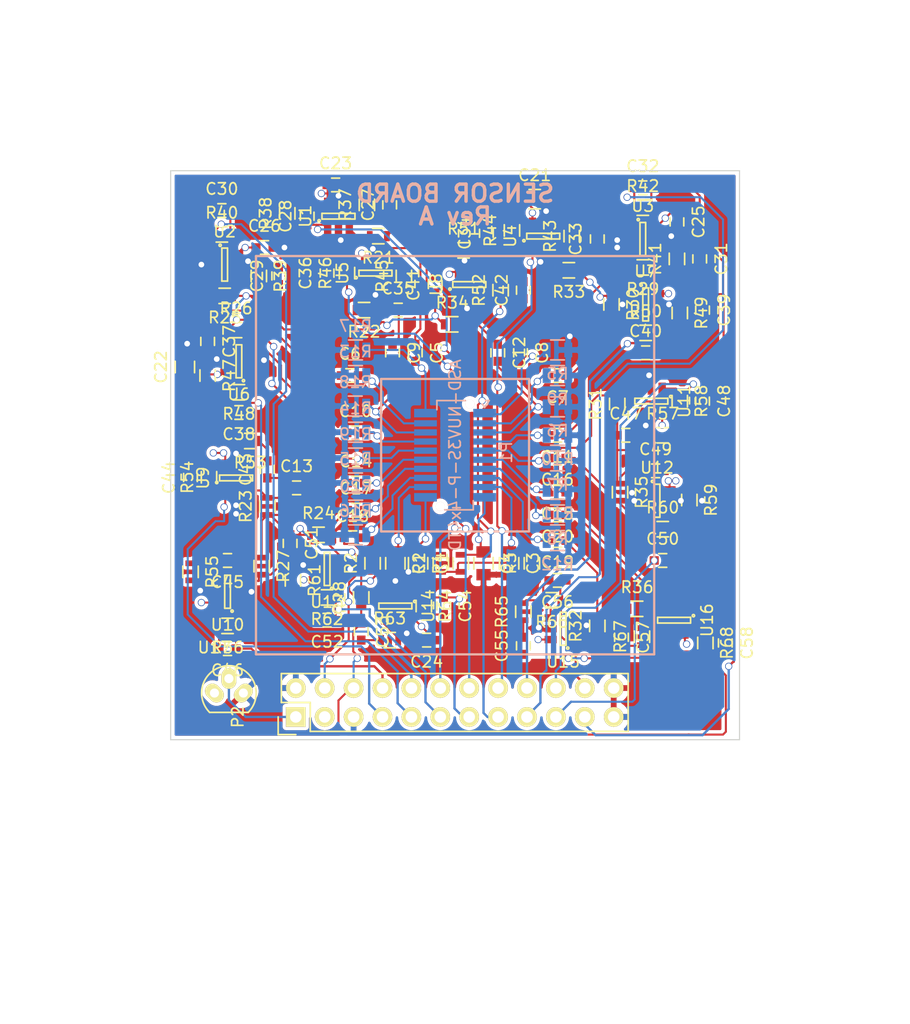
<source format=kicad_pcb>
(kicad_pcb (version 20171130) (host pcbnew "(5.1.12)-1")
  (layers (0 F.Cu signal) (1 In1.Cu power) (2 In2.Cu power) (31 B.Cu signal) (34 B.Paste user hide) (35 F.Paste user hide) (36 B.SilkS user hide) (37 F.SilkS user hide) (38 B.Mask user hide) (39 F.Mask user hide) (44 Edge.Cuts user))
  (net 0 "")
  (net 1 "Net-(C1-Pad1)")
  (net 2 GND)
  (net 3 "Net-(C2-Pad1)")
  (net 4 "Net-(C3-Pad1)")
  (net 5 "Net-(C4-Pad1)")
  (net 6 "/Amplifier 1/IN")
  (net 7 "Net-(C5-Pad2)")
  (net 8 "/Amplifier 2/IN")
  (net 9 "Net-(C6-Pad2)")
  (net 10 "/Amplifier 3/IN")
  (net 11 "Net-(C7-Pad2)")
  (net 12 "/Amplifier 4/IN")
  (net 13 "Net-(C8-Pad2)")
  (net 14 "/Amplifier 5/IN")
  (net 15 "Net-(C9-Pad2)")
  (net 16 "/Amplifier 6/IN")
  (net 17 "Net-(C10-Pad2)")
  (net 18 "/Amplifier 7/IN")
  (net 19 "Net-(C11-Pad2)")
  (net 20 "/Amplifier 8/IN")
  (net 21 "Net-(C12-Pad2)")
  (net 22 "/Amplifier 9/IN")
  (net 23 "Net-(C13-Pad2)")
  (net 24 "/Amplifier 10/IN")
  (net 25 "Net-(C14-Pad2)")
  (net 26 "/Amplifier 11/IN")
  (net 27 "Net-(C15-Pad2)")
  (net 28 "/Amplifier 12/IN")
  (net 29 "Net-(C16-Pad2)")
  (net 30 "/Amplifier 13/IN")
  (net 31 "Net-(C17-Pad2)")
  (net 32 "/Amplifier 14/IN")
  (net 33 "Net-(C18-Pad2)")
  (net 34 "/Amplifier 15/IN")
  (net 35 "Net-(C19-Pad2)")
  (net 36 "/Amplifier 16/IN")
  (net 37 "Net-(C20-Pad2)")
  (net 38 +5V)
  (net 39 Vmid)
  (net 40 "Net-(C27-Pad2)")
  (net 41 "/Amplifier 1/OUT")
  (net 42 "Net-(C28-Pad2)")
  (net 43 "Net-(C29-Pad2)")
  (net 44 "/Amplifier 2/OUT")
  (net 45 "Net-(C30-Pad2)")
  (net 46 "Net-(C31-Pad2)")
  (net 47 "/Amplifier 3/OUT")
  (net 48 "Net-(C32-Pad2)")
  (net 49 "Net-(C33-Pad2)")
  (net 50 "/Amplifier 4/OUT")
  (net 51 "Net-(C34-Pad2)")
  (net 52 "Net-(C35-Pad2)")
  (net 53 "/Amplifier 5/OUT")
  (net 54 "Net-(C36-Pad2)")
  (net 55 "Net-(C37-Pad2)")
  (net 56 "/Amplifier 6/OUT")
  (net 57 "Net-(C38-Pad2)")
  (net 58 "Net-(C39-Pad2)")
  (net 59 "/Amplifier 7/OUT")
  (net 60 "Net-(C40-Pad2)")
  (net 61 "Net-(C41-Pad2)")
  (net 62 "/Amplifier 8/OUT")
  (net 63 "Net-(C42-Pad2)")
  (net 64 "Net-(C43-Pad2)")
  (net 65 "/Amplifier 9/OUT")
  (net 66 "Net-(C44-Pad2)")
  (net 67 "Net-(C45-Pad2)")
  (net 68 "/Amplifier 10/OUT")
  (net 69 "Net-(C46-Pad2)")
  (net 70 "Net-(C47-Pad2)")
  (net 71 "/Amplifier 11/OUT")
  (net 72 "Net-(C48-Pad2)")
  (net 73 "Net-(C49-Pad2)")
  (net 74 "/Amplifier 12/OUT")
  (net 75 "Net-(C50-Pad2)")
  (net 76 "Net-(C51-Pad2)")
  (net 77 "/Amplifier 13/OUT")
  (net 78 "Net-(C52-Pad2)")
  (net 79 "Net-(C53-Pad2)")
  (net 80 "/Amplifier 14/OUT")
  (net 81 "Net-(C54-Pad2)")
  (net 82 "Net-(C55-Pad2)")
  (net 83 "/Amplifier 15/OUT")
  (net 84 "Net-(C56-Pad2)")
  (net 85 "Net-(C57-Pad2)")
  (net 86 "/Amplifier 16/OUT")
  (net 87 "Net-(C58-Pad2)")
  (net 88 Vbias)
  (net 89 /TEMPS)
  (module Capacitors_SMD:C_0603 (layer F.Cu) (at 71.5 76 270)
    (fp_text reference C5 (at 0 -1.9 270) (layer F.SilkS))
    (fp_text value 100n)
    (pad 1 smd rect (at -0.75 0 270) (size 0.8 0.75) (layers F.Cu F.Paste F.Mask) (net 6 "/Amplifier 1/IN"))
    (pad 2 smd rect (at 0.75 0 270) (size 0.8 0.75) (layers F.Cu F.Paste F.Mask) (net 7 "Net-(C5-Pad2)"))
  )
  (module Capacitors_SMD:C_0603 (layer F.Cu) (at 65.75 78)
    (fp_text reference C6 (at 0 -1.9) (layer F.SilkS))
    (fp_text value 100n)
    (pad 1 smd rect (at -0.75 0) (size 0.8 0.75) (layers F.Cu F.Paste F.Mask) (net 8 "/Amplifier 2/IN"))
    (pad 2 smd rect (at 0.75 0) (size 0.8 0.75) (layers F.Cu F.Paste F.Mask) (net 9 "Net-(C6-Pad2)"))
  )
  (module Capacitors_SMD:C_0603 (layer F.Cu) (at 84 78 180)
    (fp_text reference C7 (at 0 -1.9 180) (layer F.SilkS))
    (fp_text value 100n)
    (pad 1 smd rect (at -0.75 0 180) (size 0.8 0.75) (layers F.Cu F.Paste F.Mask) (net 10 "/Amplifier 3/IN"))
    (pad 2 smd rect (at 0.75 0 180) (size 0.8 0.75) (layers F.Cu F.Paste F.Mask) (net 11 "Net-(C7-Pad2)"))
  )
  (module Capacitors_SMD:C_0603 (layer F.Cu) (at 80.75 76 270)
    (fp_text reference C8 (at 0 -1.9 270) (layer F.SilkS))
    (fp_text value 100n)
    (pad 1 smd rect (at -0.75 0 270) (size 0.8 0.75) (layers F.Cu F.Paste F.Mask) (net 12 "/Amplifier 4/IN"))
    (pad 2 smd rect (at 0.75 0 270) (size 0.8 0.75) (layers F.Cu F.Paste F.Mask) (net 13 "Net-(C8-Pad2)"))
  )
  (module Capacitors_SMD:C_0603 (layer F.Cu) (at 69.5 76 270)
    (fp_text reference C9 (at 0 -1.9 270) (layer F.SilkS))
    (fp_text value 100n)
    (pad 1 smd rect (at -0.75 0 270) (size 0.8 0.75) (layers F.Cu F.Paste F.Mask) (net 14 "/Amplifier 5/IN"))
    (pad 2 smd rect (at 0.75 0 270) (size 0.8 0.75) (layers F.Cu F.Paste F.Mask) (net 15 "Net-(C9-Pad2)"))
  )
  (module Capacitors_SMD:C_0603 (layer F.Cu) (at 66.24 83.04)
    (fp_text reference C10 (at 0 -1.9) (layer F.SilkS))
    (fp_text value 100n)
    (pad 1 smd rect (at -0.75 0) (size 0.8 0.75) (layers F.Cu F.Paste F.Mask) (net 16 "/Amplifier 6/IN"))
    (pad 2 smd rect (at 0.75 0) (size 0.8 0.75) (layers F.Cu F.Paste F.Mask) (net 17 "Net-(C10-Pad2)"))
  )
  (module Capacitors_SMD:C_0603 (layer F.Cu) (at 84 83.25 180)
    (fp_text reference C11 (at 0 -1.9 180) (layer F.SilkS))
    (fp_text value 100n)
    (pad 1 smd rect (at -0.75 0 180) (size 0.8 0.75) (layers F.Cu F.Paste F.Mask) (net 18 "/Amplifier 7/IN"))
    (pad 2 smd rect (at 0.75 0 180) (size 0.8 0.75) (layers F.Cu F.Paste F.Mask) (net 19 "Net-(C11-Pad2)"))
  )
  (module Capacitors_SMD:C_0603 (layer F.Cu) (at 78.75 76 270)
    (fp_text reference C12 (at 0 -1.9 270) (layer F.SilkS))
    (fp_text value 100n)
    (pad 1 smd rect (at -0.75 0 270) (size 0.8 0.75) (layers F.Cu F.Paste F.Mask) (net 20 "/Amplifier 8/IN"))
    (pad 2 smd rect (at 0.75 0 270) (size 0.8 0.75) (layers F.Cu F.Paste F.Mask) (net 21 "Net-(C12-Pad2)"))
  )
  (module Capacitors_SMD:C_0603 (layer F.Cu) (at 61.07 87.87)
    (fp_text reference C13 (at 0 -1.9) (layer F.SilkS))
    (fp_text value 100n)
    (pad 1 smd rect (at -0.75 0) (size 0.8 0.75) (layers F.Cu F.Paste F.Mask) (net 22 "/Amplifier 9/IN"))
    (pad 2 smd rect (at 0.75 0) (size 0.8 0.75) (layers F.Cu F.Paste F.Mask) (net 23 "Net-(C13-Pad2)"))
  )
  (module Capacitors_SMD:C_0603 (layer F.Cu) (at 66.28 87.45)
    (fp_text reference C14 (at 0 -1.9) (layer F.SilkS))
    (fp_text value 100n)
    (pad 1 smd rect (at -0.75 0) (size 0.8 0.75) (layers F.Cu F.Paste F.Mask) (net 24 "/Amplifier 10/IN"))
    (pad 2 smd rect (at 0.75 0) (size 0.8 0.75) (layers F.Cu F.Paste F.Mask) (net 25 "Net-(C14-Pad2)"))
  )
  (module Capacitors_SMD:C_0603 (layer F.Cu) (at 84 88.25 180)
    (fp_text reference C15 (at 0 -1.9 180) (layer F.SilkS))
    (fp_text value 100n)
    (pad 1 smd rect (at -0.75 0 180) (size 0.8 0.75) (layers F.Cu F.Paste F.Mask) (net 26 "/Amplifier 11/IN"))
    (pad 2 smd rect (at 0.75 0 180) (size 0.8 0.75) (layers F.Cu F.Paste F.Mask) (net 27 "Net-(C15-Pad2)"))
  )
  (module Capacitors_SMD:C_0603 (layer F.Cu) (at 84 85.25 180)
    (fp_text reference C16 (at 0 -1.9 180) (layer F.SilkS))
    (fp_text value 100n)
    (pad 1 smd rect (at -0.75 0 180) (size 0.8 0.75) (layers F.Cu F.Paste F.Mask) (net 28 "/Amplifier 12/IN"))
    (pad 2 smd rect (at 0.75 0 180) (size 0.8 0.75) (layers F.Cu F.Paste F.Mask) (net 29 "Net-(C16-Pad2)"))
  )
  (module Capacitors_SMD:C_0603 (layer F.Cu) (at 66.29 89.83)
    (fp_text reference C17 (at 0 -1.9) (layer F.SilkS))
    (fp_text value 100n)
    (pad 1 smd rect (at -0.75 0) (size 0.8 0.75) (layers F.Cu F.Paste F.Mask) (net 30 "/Amplifier 13/IN"))
    (pad 2 smd rect (at 0.75 0) (size 0.8 0.75) (layers F.Cu F.Paste F.Mask) (net 31 "Net-(C17-Pad2)"))
  )
  (module Capacitors_SMD:C_0603 (layer F.Cu) (at 66 92.25)
    (fp_text reference C18 (at 0 -1.9) (layer F.SilkS))
    (fp_text value 100n)
    (pad 1 smd rect (at -0.75 0) (size 0.8 0.75) (layers F.Cu F.Paste F.Mask) (net 32 "/Amplifier 14/IN"))
    (pad 2 smd rect (at 0.75 0) (size 0.8 0.75) (layers F.Cu F.Paste F.Mask) (net 33 "Net-(C18-Pad2)"))
  )
  (module Capacitors_SMD:C_0603 (layer F.Cu) (at 84 92.5 180)
    (fp_text reference C19 (at 0 -1.9 180) (layer F.SilkS))
    (fp_text value 100n)
    (pad 1 smd rect (at -0.75 0 180) (size 0.8 0.75) (layers F.Cu F.Paste F.Mask) (net 34 "/Amplifier 15/IN"))
    (pad 2 smd rect (at 0.75 0 180) (size 0.8 0.75) (layers F.Cu F.Paste F.Mask) (net 35 "Net-(C19-Pad2)"))
  )
  (module Capacitors_SMD:C_0603 (layer F.Cu) (at 84 90.25 180)
    (fp_text reference C20 (at 0 -1.9 180) (layer F.SilkS))
    (fp_text value 100n)
    (pad 1 smd rect (at -0.75 0 180) (size 0.8 0.75) (layers F.Cu F.Paste F.Mask) (net 36 "/Amplifier 16/IN"))
    (pad 2 smd rect (at 0.75 0 180) (size 0.8 0.75) (layers F.Cu F.Paste F.Mask) (net 37 "Net-(C20-Pad2)"))
  )
  (module Capacitors_SMD:C_0805 (layer F.Cu) (at 82 62.5)
    (fp_text reference C21 (at 0 -2.1) (layer F.SilkS))
    (fp_text value 10u)
    (pad 1 smd rect (at -1 0) (size 1 1.25) (layers F.Cu F.Paste F.Mask) (net 38 +5V))
    (pad 2 smd rect (at 1 0) (size 1 1.25) (layers F.Cu F.Paste F.Mask) (net 2 GND))
  )
  (module Capacitors_SMD:C_0805 (layer F.Cu) (at 51.25 77.25 90)
    (fp_text reference C22 (at 0 -2.1 90) (layer F.SilkS))
    (fp_text value 10u)
    (pad 1 smd rect (at -1 0 90) (size 1 1.25) (layers F.Cu F.Paste F.Mask) (net 38 +5V))
    (pad 2 smd rect (at 1 0 90) (size 1 1.25) (layers F.Cu F.Paste F.Mask) (net 2 GND))
  )
  (module Capacitors_SMD:C_0603 (layer F.Cu) (at 64.5 61.25)
    (fp_text reference C23 (at 0 -1.9) (layer F.SilkS))
    (fp_text value 1u)
    (pad 1 smd rect (at -0.75 0) (size 0.8 0.75) (layers F.Cu F.Paste F.Mask) (net 38 +5V))
    (pad 2 smd rect (at 0.75 0) (size 0.8 0.75) (layers F.Cu F.Paste F.Mask) (net 2 GND))
  )
  (module Capacitors_SMD:C_0603 (layer F.Cu) (at 72.5 101.25 180)
    (fp_text reference C24 (at 0 -1.9 180) (layer F.SilkS))
    (fp_text value 1u)
    (pad 1 smd rect (at -0.75 0 180) (size 0.8 0.75) (layers F.Cu F.Paste F.Mask) (net 38 +5V))
    (pad 2 smd rect (at 0.75 0 180) (size 0.8 0.75) (layers F.Cu F.Paste F.Mask) (net 2 GND))
  )
  (module Capacitors_SMD:C_0603 (layer F.Cu) (at 94.5 64.5 270)
    (fp_text reference C25 (at 0 -1.9 270) (layer F.SilkS))
    (fp_text value 1u)
    (pad 1 smd rect (at -0.75 0 270) (size 0.8 0.75) (layers F.Cu F.Paste F.Mask) (net 38 +5V))
    (pad 2 smd rect (at 0.75 0 270) (size 0.8 0.75) (layers F.Cu F.Paste F.Mask) (net 2 GND))
  )
  (module Capacitors_SMD:C_0603 (layer F.Cu) (at 58.25 66.75)
    (fp_text reference C26 (at 0 -1.9) (layer F.SilkS))
    (fp_text value 1u)
    (pad 1 smd rect (at -0.75 0) (size 0.8 0.75) (layers F.Cu F.Paste F.Mask) (net 38 +5V))
    (pad 2 smd rect (at 0.75 0) (size 0.8 0.75) (layers F.Cu F.Paste F.Mask) (net 2 GND))
  )
  (module Capacitors_SMD:C_0603 (layer F.Cu) (at 69.25 63 90)
    (fp_text reference C27 (at 0 -1.9 90) (layer F.SilkS))
    (fp_text value 10n)
    (pad 1 smd rect (at -0.75 0 90) (size 0.8 0.75) (layers F.Cu F.Paste F.Mask) (net 39 Vmid))
    (pad 2 smd rect (at 0.75 0 90) (size 0.8 0.75) (layers F.Cu F.Paste F.Mask) (net 40 "Net-(C27-Pad2)"))
  )
  (module Capacitors_SMD:C_0603 (layer F.Cu) (at 62 64 90)
    (fp_text reference C28 (at 0 -1.9 90) (layer F.SilkS))
    (fp_text value DNP)
    (pad 1 smd rect (at -0.75 0 90) (size 0.8 0.75) (layers F.Cu F.Paste F.Mask) (net 41 "/Amplifier 1/OUT"))
    (pad 2 smd rect (at 0.75 0 90) (size 0.8 0.75) (layers F.Cu F.Paste F.Mask) (net 42 "Net-(C28-Pad2)"))
  )
  (module Capacitors_SMD:C_0603 (layer F.Cu) (at 59.5 69.25 90)
    (fp_text reference C29 (at 0 -1.9 90) (layer F.SilkS))
    (fp_text value 10n)
    (pad 1 smd rect (at -0.75 0 90) (size 0.8 0.75) (layers F.Cu F.Paste F.Mask) (net 39 Vmid))
    (pad 2 smd rect (at 0.75 0 90) (size 0.8 0.75) (layers F.Cu F.Paste F.Mask) (net 43 "Net-(C29-Pad2)"))
  )
  (module Capacitors_SMD:C_0603 (layer F.Cu) (at 54.5 63.5)
    (fp_text reference C30 (at 0 -1.9) (layer F.SilkS))
    (fp_text value DNP)
    (pad 1 smd rect (at -0.75 0) (size 0.8 0.75) (layers F.Cu F.Paste F.Mask) (net 44 "/Amplifier 2/OUT"))
    (pad 2 smd rect (at 0.75 0) (size 0.8 0.75) (layers F.Cu F.Paste F.Mask) (net 45 "Net-(C30-Pad2)"))
  )
  (module Capacitors_SMD:C_0603 (layer F.Cu) (at 96.5 67.75 270)
    (fp_text reference C31 (at 0 -1.9 270) (layer F.SilkS))
    (fp_text value 10n)
    (pad 1 smd rect (at -0.75 0 270) (size 0.8 0.75) (layers F.Cu F.Paste F.Mask) (net 39 Vmid))
    (pad 2 smd rect (at 0.75 0 270) (size 0.8 0.75) (layers F.Cu F.Paste F.Mask) (net 46 "Net-(C31-Pad2)"))
  )
  (module Capacitors_SMD:C_0603 (layer F.Cu) (at 91.5 61.5)
    (fp_text reference C32 (at 0 -1.9) (layer F.SilkS))
    (fp_text value DNP)
    (pad 1 smd rect (at -0.75 0) (size 0.8 0.75) (layers F.Cu F.Paste F.Mask) (net 47 "/Amplifier 3/OUT"))
    (pad 2 smd rect (at 0.75 0) (size 0.8 0.75) (layers F.Cu F.Paste F.Mask) (net 48 "Net-(C32-Pad2)"))
  )
  (module Capacitors_SMD:C_0603 (layer F.Cu) (at 87.5 66 90)
    (fp_text reference C33 (at 0 -1.9 90) (layer F.SilkS))
    (fp_text value 10n)
    (pad 1 smd rect (at -0.75 0 90) (size 0.8 0.75) (layers F.Cu F.Paste F.Mask) (net 39 Vmid))
    (pad 2 smd rect (at 0.75 0 90) (size 0.8 0.75) (layers F.Cu F.Paste F.Mask) (net 49 "Net-(C33-Pad2)"))
  )
  (module Capacitors_SMD:C_0603 (layer F.Cu) (at 77.75 65.5 90)
    (fp_text reference C34 (at 0 -1.9 90) (layer F.SilkS))
    (fp_text value DNP)
    (pad 1 smd rect (at -0.75 0 90) (size 0.8 0.75) (layers F.Cu F.Paste F.Mask) (net 50 "/Amplifier 4/OUT"))
    (pad 2 smd rect (at 0.75 0 90) (size 0.8 0.75) (layers F.Cu F.Paste F.Mask) (net 51 "Net-(C34-Pad2)"))
  )
  (module Capacitors_SMD:C_0603 (layer F.Cu) (at 70 72.25)
    (fp_text reference C35 (at 0 -1.9) (layer F.SilkS))
    (fp_text value 10n)
    (pad 1 smd rect (at -0.75 0) (size 0.8 0.75) (layers F.Cu F.Paste F.Mask) (net 39 Vmid))
    (pad 2 smd rect (at 0.75 0) (size 0.8 0.75) (layers F.Cu F.Paste F.Mask) (net 52 "Net-(C35-Pad2)"))
  )
  (module Capacitors_SMD:C_0603 (layer F.Cu) (at 63.75 69 90)
    (fp_text reference C36 (at 0 -1.9 90) (layer F.SilkS))
    (fp_text value DNP)
    (pad 1 smd rect (at -0.75 0 90) (size 0.8 0.75) (layers F.Cu F.Paste F.Mask) (net 53 "/Amplifier 5/OUT"))
    (pad 2 smd rect (at 0.75 0 90) (size 0.8 0.75) (layers F.Cu F.Paste F.Mask) (net 54 "Net-(C36-Pad2)"))
  )
  (module Capacitors_SMD:C_0603 (layer F.Cu) (at 53.25 75 270)
    (fp_text reference C37 (at 0 -1.9 270) (layer F.SilkS))
    (fp_text value 10n)
    (pad 1 smd rect (at -0.75 0 270) (size 0.8 0.75) (layers F.Cu F.Paste F.Mask) (net 39 Vmid))
    (pad 2 smd rect (at 0.75 0 270) (size 0.8 0.75) (layers F.Cu F.Paste F.Mask) (net 55 "Net-(C37-Pad2)"))
  )
  (module Capacitors_SMD:C_0603 (layer F.Cu) (at 56 81.25 180)
    (fp_text reference C38 (at 0 -1.9 180) (layer F.SilkS))
    (fp_text value DNP)
    (pad 1 smd rect (at -0.75 0 180) (size 0.8 0.75) (layers F.Cu F.Paste F.Mask) (net 56 "/Amplifier 6/OUT"))
    (pad 2 smd rect (at 0.75 0 180) (size 0.8 0.75) (layers F.Cu F.Paste F.Mask) (net 57 "Net-(C38-Pad2)"))
  )
  (module Capacitors_SMD:C_0603 (layer F.Cu) (at 96.75 72.25 270)
    (fp_text reference C39 (at 0 -1.9 270) (layer F.SilkS))
    (fp_text value 10n)
    (pad 1 smd rect (at -0.75 0 270) (size 0.8 0.75) (layers F.Cu F.Paste F.Mask) (net 39 Vmid))
    (pad 2 smd rect (at 0.75 0 270) (size 0.8 0.75) (layers F.Cu F.Paste F.Mask) (net 58 "Net-(C39-Pad2)"))
  )
  (module Capacitors_SMD:C_0603 (layer F.Cu) (at 91.75 76)
    (fp_text reference C40 (at 0 -1.9) (layer F.SilkS))
    (fp_text value DNP)
    (pad 1 smd rect (at -0.75 0) (size 0.8 0.75) (layers F.Cu F.Paste F.Mask) (net 59 "/Amplifier 7/OUT"))
    (pad 2 smd rect (at 0.75 0) (size 0.8 0.75) (layers F.Cu F.Paste F.Mask) (net 60 "Net-(C40-Pad2)"))
  )
  (module Capacitors_SMD:C_0603 (layer F.Cu) (at 73.25 70 90)
    (fp_text reference C41 (at 0 -1.9 90) (layer F.SilkS))
    (fp_text value 10n)
    (pad 1 smd rect (at -0.75 0 90) (size 0.8 0.75) (layers F.Cu F.Paste F.Mask) (net 39 Vmid))
    (pad 2 smd rect (at 0.75 0 90) (size 0.8 0.75) (layers F.Cu F.Paste F.Mask) (net 61 "Net-(C41-Pad2)"))
  )
  (module Capacitors_SMD:C_0603 (layer F.Cu) (at 81 70.5 90)
    (fp_text reference C42 (at 0 -1.9 90) (layer F.SilkS))
    (fp_text value DNP)
    (pad 1 smd rect (at -0.75 0 90) (size 0.8 0.75) (layers F.Cu F.Paste F.Mask) (net 62 "/Amplifier 8/OUT"))
    (pad 2 smd rect (at 0.75 0 90) (size 0.8 0.75) (layers F.Cu F.Paste F.Mask) (net 63 "Net-(C42-Pad2)"))
  )
  (module Capacitors_SMD:C_0603 (layer F.Cu) (at 58.5 86.25 90)
    (fp_text reference C43 (at 0 -1.9 90) (layer F.SilkS))
    (fp_text value 10n)
    (pad 1 smd rect (at -0.75 0 90) (size 0.8 0.75) (layers F.Cu F.Paste F.Mask) (net 39 Vmid))
    (pad 2 smd rect (at 0.75 0 90) (size 0.8 0.75) (layers F.Cu F.Paste F.Mask) (net 64 "Net-(C43-Pad2)"))
  )
  (module Capacitors_SMD:C_0603 (layer F.Cu) (at 51.74 86.96 90)
    (fp_text reference C44 (at 0 -1.9 90) (layer F.SilkS))
    (fp_text value DNP)
    (pad 1 smd rect (at -0.75 0 90) (size 0.8 0.75) (layers F.Cu F.Paste F.Mask) (net 65 "/Amplifier 9/OUT"))
    (pad 2 smd rect (at 0.75 0 90) (size 0.8 0.75) (layers F.Cu F.Paste F.Mask) (net 66 "Net-(C44-Pad2)"))
  )
  (module Capacitors_SMD:C_0603 (layer F.Cu) (at 55 94.25 180)
    (fp_text reference C45 (at 0 -1.9 180) (layer F.SilkS))
    (fp_text value 10n)
    (pad 1 smd rect (at -0.75 0 180) (size 0.8 0.75) (layers F.Cu F.Paste F.Mask) (net 39 Vmid))
    (pad 2 smd rect (at 0.75 0 180) (size 0.8 0.75) (layers F.Cu F.Paste F.Mask) (net 67 "Net-(C45-Pad2)"))
  )
  (module Capacitors_SMD:C_0603 (layer F.Cu) (at 55 102 180)
    (fp_text reference C46 (at 0 -1.9 180) (layer F.SilkS))
    (fp_text value DNP)
    (pad 1 smd rect (at -0.75 0 180) (size 0.8 0.75) (layers F.Cu F.Paste F.Mask) (net 68 "/Amplifier 10/OUT"))
    (pad 2 smd rect (at 0.75 0 180) (size 0.8 0.75) (layers F.Cu F.Paste F.Mask) (net 69 "Net-(C46-Pad2)"))
  )
  (module Capacitors_SMD:C_0603 (layer F.Cu) (at 90 83.25)
    (fp_text reference C47 (at 0 -1.9) (layer F.SilkS))
    (fp_text value 10n)
    (pad 1 smd rect (at -0.75 0) (size 0.8 0.75) (layers F.Cu F.Paste F.Mask) (net 39 Vmid))
    (pad 2 smd rect (at 0.75 0) (size 0.8 0.75) (layers F.Cu F.Paste F.Mask) (net 70 "Net-(C47-Pad2)"))
  )
  (module Capacitors_SMD:C_0603 (layer F.Cu) (at 96.75 80.25 270)
    (fp_text reference C48 (at 0 -1.9 270) (layer F.SilkS))
    (fp_text value DNP)
    (pad 1 smd rect (at -0.75 0 270) (size 0.8 0.75) (layers F.Cu F.Paste F.Mask) (net 71 "/Amplifier 11/OUT"))
    (pad 2 smd rect (at 0.75 0 270) (size 0.8 0.75) (layers F.Cu F.Paste F.Mask) (net 72 "Net-(C48-Pad2)"))
  )
  (module Capacitors_SMD:C_0603 (layer F.Cu) (at 92.625 86.375)
    (fp_text reference C49 (at 0 -1.9) (layer F.SilkS))
    (fp_text value 10n)
    (pad 1 smd rect (at -0.75 0) (size 0.8 0.75) (layers F.Cu F.Paste F.Mask) (net 39 Vmid))
    (pad 2 smd rect (at 0.75 0) (size 0.8 0.75) (layers F.Cu F.Paste F.Mask) (net 73 "Net-(C49-Pad2)"))
  )
  (module Capacitors_SMD:C_0603 (layer F.Cu) (at 93.25 94.25)
    (fp_text reference C50 (at 0 -1.9) (layer F.SilkS))
    (fp_text value DNP)
    (pad 1 smd rect (at -0.75 0) (size 0.8 0.75) (layers F.Cu F.Paste F.Mask) (net 74 "/Amplifier 12/OUT"))
    (pad 2 smd rect (at 0.75 0) (size 0.8 0.75) (layers F.Cu F.Paste F.Mask) (net 75 "Net-(C50-Pad2)"))
  )
  (module Capacitors_SMD:C_0603 (layer F.Cu) (at 60.5 92.75 270)
    (fp_text reference C51 (at 0 -1.9 270) (layer F.SilkS))
    (fp_text value 10n)
    (pad 1 smd rect (at -0.75 0 270) (size 0.8 0.75) (layers F.Cu F.Paste F.Mask) (net 39 Vmid))
    (pad 2 smd rect (at 0.75 0 270) (size 0.8 0.75) (layers F.Cu F.Paste F.Mask) (net 76 "Net-(C51-Pad2)"))
  )
  (module Capacitors_SMD:C_0603 (layer F.Cu) (at 63.75 99.5 180)
    (fp_text reference C52 (at 0 -1.9 180) (layer F.SilkS))
    (fp_text value DNP)
    (pad 1 smd rect (at -0.75 0 180) (size 0.8 0.75) (layers F.Cu F.Paste F.Mask) (net 77 "/Amplifier 13/OUT"))
    (pad 2 smd rect (at 0.75 0 180) (size 0.8 0.75) (layers F.Cu F.Paste F.Mask) (net 78 "Net-(C52-Pad2)"))
  )
  (module Capacitors_SMD:C_0603 (layer F.Cu) (at 66.75 100.5 270)
    (fp_text reference C53 (at 0 -1.9 270) (layer F.SilkS))
    (fp_text value 10n)
    (pad 1 smd rect (at -0.75 0 270) (size 0.8 0.75) (layers F.Cu F.Paste F.Mask) (net 39 Vmid))
    (pad 2 smd rect (at 0.75 0 270) (size 0.8 0.75) (layers F.Cu F.Paste F.Mask) (net 79 "Net-(C53-Pad2)"))
  )
  (module Capacitors_SMD:C_0603 (layer F.Cu) (at 74 98.25 270)
    (fp_text reference C54 (at 0 -1.9 270) (layer F.SilkS))
    (fp_text value DNP)
    (pad 1 smd rect (at -0.75 0 270) (size 0.8 0.75) (layers F.Cu F.Paste F.Mask) (net 80 "/Amplifier 14/OUT"))
    (pad 2 smd rect (at 0.75 0 270) (size 0.8 0.75) (layers F.Cu F.Paste F.Mask) (net 81 "Net-(C54-Pad2)"))
  )
  (module Capacitors_SMD:C_0603 (layer F.Cu) (at 81 101.75 90)
    (fp_text reference C55 (at 0 -1.9 90) (layer F.SilkS))
    (fp_text value 10n)
    (pad 1 smd rect (at -0.75 0 90) (size 0.8 0.75) (layers F.Cu F.Paste F.Mask) (net 39 Vmid))
    (pad 2 smd rect (at 0.75 0 90) (size 0.8 0.75) (layers F.Cu F.Paste F.Mask) (net 82 "Net-(C55-Pad2)"))
  )
  (module Capacitors_SMD:C_0603 (layer F.Cu) (at 84 96 180)
    (fp_text reference C56 (at 0 -1.9 180) (layer F.SilkS))
    (fp_text value DNP)
    (pad 1 smd rect (at -0.75 0 180) (size 0.8 0.75) (layers F.Cu F.Paste F.Mask) (net 83 "/Amplifier 15/OUT"))
    (pad 2 smd rect (at 0.75 0 180) (size 0.8 0.75) (layers F.Cu F.Paste F.Mask) (net 84 "Net-(C56-Pad2)"))
  )
  (module Capacitors_SMD:C_0603 (layer F.Cu) (at 89.625 101 270)
    (fp_text reference C57 (at 0 -1.9 270) (layer F.SilkS))
    (fp_text value 10n)
    (pad 1 smd rect (at -0.75 0 270) (size 0.8 0.75) (layers F.Cu F.Paste F.Mask) (net 39 Vmid))
    (pad 2 smd rect (at 0.75 0 270) (size 0.8 0.75) (layers F.Cu F.Paste F.Mask) (net 85 "Net-(C57-Pad2)"))
  )
  (module Capacitors_SMD:C_0603 (layer F.Cu) (at 98.75 101.5 270)
    (fp_text reference C58 (at 0 -1.9 270) (layer F.SilkS))
    (fp_text value DNP)
    (pad 1 smd rect (at -0.75 0 270) (size 0.8 0.75) (layers F.Cu F.Paste F.Mask) (net 86 "/Amplifier 16/OUT"))
    (pad 2 smd rect (at 0.75 0 270) (size 0.8 0.75) (layers F.Cu F.Paste F.Mask) (net 87 "Net-(C58-Pad2)"))
  )
  (module Resistors_SMD:R_0603 (layer F.Cu) (at 73.75 94.5 90)
    (fp_text reference R1 (at 0 -1.9 90) (layer F.SilkS))
    (fp_text value 10k)
    (pad 1 smd rect (at -0.75 0 90) (size 0.5 0.9) (layers F.Cu F.Paste F.Mask) (net 88 Vbias))
    (pad 2 smd rect (at 0.75 0 90) (size 0.5 0.9) (layers F.Cu F.Paste F.Mask) (net 1 "Net-(C1-Pad1)"))
  )
  (module Resistors_SMD:R_0603 (layer F.Cu) (at 67.75 94.5 90)
    (fp_text reference R2 (at 0 -1.9 90) (layer F.SilkS))
    (fp_text value 10k)
    (pad 1 smd rect (at -0.75 0 90) (size 0.5 0.9) (layers F.Cu F.Paste F.Mask) (net 88 Vbias))
    (pad 2 smd rect (at 0.75 0 90) (size 0.5 0.9) (layers F.Cu F.Paste F.Mask) (net 3 "Net-(C2-Pad1)"))
  )
  (module Resistors_SMD:R_0603 (layer F.Cu) (at 81.75 94.5 90)
    (fp_text reference R3 (at 0 -1.9 90) (layer F.SilkS))
    (fp_text value 10k)
    (pad 1 smd rect (at -0.75 0 90) (size 0.5 0.9) (layers F.Cu F.Paste F.Mask) (net 88 Vbias))
    (pad 2 smd rect (at 0.75 0 90) (size 0.5 0.9) (layers F.Cu F.Paste F.Mask) (net 4 "Net-(C3-Pad1)"))
  )
  (module Resistors_SMD:R_0603 (layer F.Cu) (at 75.5 94.5 90)
    (fp_text reference R4 (at 0 -1.9 90) (layer F.SilkS))
    (fp_text value 10k)
    (pad 1 smd rect (at -0.75 0 90) (size 0.5 0.9) (layers F.Cu F.Paste F.Mask) (net 88 Vbias))
    (pad 2 smd rect (at 0.75 0 90) (size 0.5 0.9) (layers F.Cu F.Paste F.Mask) (net 5 "Net-(C4-Pad1)"))
  )
  (module Resistors_SMD:R_0805 (layer B.Cu) (at 84 75.75)
    (fp_text reference R5 (at 0 2.1) (layer B.SilkS) (effects (justify mirror)))
    (fp_text value 200?)
    (pad 1 smd rect (at -0.95 0) (size 0.7 1.3) (layers B.Cu B.Paste B.Mask) (net 13 "Net-(C8-Pad2)"))
    (pad 2 smd rect (at 0.95 0) (size 0.7 1.3) (layers B.Cu B.Paste B.Mask) (net 2 GND))
  )
  (module Resistors_SMD:R_0805 (layer B.Cu) (at 84 80.75)
    (fp_text reference R6 (at 0 2.1) (layer B.SilkS) (effects (justify mirror)))
    (fp_text value 200?)
    (pad 1 smd rect (at -0.95 0) (size 0.7 1.3) (layers B.Cu B.Paste B.Mask) (net 21 "Net-(C12-Pad2)"))
    (pad 2 smd rect (at 0.95 0) (size 0.7 1.3) (layers B.Cu B.Paste B.Mask) (net 2 GND))
  )
  (module Resistors_SMD:R_0805 (layer B.Cu) (at 84 85.5)
    (fp_text reference R7 (at 0 2.1) (layer B.SilkS) (effects (justify mirror)))
    (fp_text value 200?)
    (pad 1 smd rect (at -0.95 0) (size 0.7 1.3) (layers B.Cu B.Paste B.Mask) (net 29 "Net-(C16-Pad2)"))
    (pad 2 smd rect (at 0.95 0) (size 0.7 1.3) (layers B.Cu B.Paste B.Mask) (net 2 GND))
  )
  (module Resistors_SMD:R_0805 (layer B.Cu) (at 84 90.25)
    (fp_text reference R8 (at 0 2.1) (layer B.SilkS) (effects (justify mirror)))
    (fp_text value 200?)
    (pad 1 smd rect (at -0.95 0) (size 0.7 1.3) (layers B.Cu B.Paste B.Mask) (net 37 "Net-(C20-Pad2)"))
    (pad 2 smd rect (at 0.95 0) (size 0.7 1.3) (layers B.Cu B.Paste B.Mask) (net 2 GND))
  )
  (module Resistors_SMD:R_0805 (layer B.Cu) (at 84 78)
    (fp_text reference R9 (at 0 2.1) (layer B.SilkS) (effects (justify mirror)))
    (fp_text value 200?)
    (pad 1 smd rect (at -0.95 0) (size 0.7 1.3) (layers B.Cu B.Paste B.Mask) (net 11 "Net-(C7-Pad2)"))
    (pad 2 smd rect (at 0.95 0) (size 0.7 1.3) (layers B.Cu B.Paste B.Mask) (net 2 GND))
  )
  (module Resistors_SMD:R_0805 (layer B.Cu) (at 84 83.25)
    (fp_text reference R10 (at 0 2.1) (layer B.SilkS) (effects (justify mirror)))
    (fp_text value 200?)
    (pad 1 smd rect (at -0.95 0) (size 0.7 1.3) (layers B.Cu B.Paste B.Mask) (net 19 "Net-(C11-Pad2)"))
    (pad 2 smd rect (at 0.95 0) (size 0.7 1.3) (layers B.Cu B.Paste B.Mask) (net 2 GND))
  )
  (module Resistors_SMD:R_0805 (layer B.Cu) (at 84 88)
    (fp_text reference R11 (at 0 2.1) (layer B.SilkS) (effects (justify mirror)))
    (fp_text value 200?)
    (pad 1 smd rect (at -0.95 0) (size 0.7 1.3) (layers B.Cu B.Paste B.Mask) (net 27 "Net-(C15-Pad2)"))
    (pad 2 smd rect (at 0.95 0) (size 0.7 1.3) (layers B.Cu B.Paste B.Mask) (net 2 GND))
  )
  (module Resistors_SMD:R_0805 (layer B.Cu) (at 84 92.5)
    (fp_text reference R12 (at 0 2.1) (layer B.SilkS) (effects (justify mirror)))
    (fp_text value 200?)
    (pad 1 smd rect (at -0.95 0) (size 0.7 1.3) (layers B.Cu B.Paste B.Mask) (net 35 "Net-(C19-Pad2)"))
    (pad 2 smd rect (at 0.95 0) (size 0.7 1.3) (layers B.Cu B.Paste B.Mask) (net 2 GND))
  )
  (module Resistors_SMD:R_0805 (layer B.Cu) (at 66.25 78 180)
    (fp_text reference R13 (at 0 2.1 180) (layer B.SilkS) (effects (justify mirror)))
    (fp_text value 200?)
    (pad 1 smd rect (at -0.95 0 180) (size 0.7 1.3) (layers B.Cu B.Paste B.Mask) (net 9 "Net-(C6-Pad2)"))
    (pad 2 smd rect (at 0.95 0 180) (size 0.7 1.3) (layers B.Cu B.Paste B.Mask) (net 2 GND))
  )
  (module Resistors_SMD:R_0805 (layer B.Cu) (at 66.25 82.98 180)
    (fp_text reference R14 (at 0 2.1 180) (layer B.SilkS) (effects (justify mirror)))
    (fp_text value 200?)
    (pad 1 smd rect (at -0.95 0 180) (size 0.7 1.3) (layers B.Cu B.Paste B.Mask) (net 17 "Net-(C10-Pad2)"))
    (pad 2 smd rect (at 0.95 0 180) (size 0.7 1.3) (layers B.Cu B.Paste B.Mask) (net 2 GND))
  )
  (module Resistors_SMD:R_0805 (layer B.Cu) (at 66.25 87.44 180)
    (fp_text reference R15 (at 0 2.1 180) (layer B.SilkS) (effects (justify mirror)))
    (fp_text value 200?)
    (pad 1 smd rect (at -0.95 0 180) (size 0.7 1.3) (layers B.Cu B.Paste B.Mask) (net 25 "Net-(C14-Pad2)"))
    (pad 2 smd rect (at 0.95 0 180) (size 0.7 1.3) (layers B.Cu B.Paste B.Mask) (net 2 GND))
  )
  (module Resistors_SMD:R_0805 (layer B.Cu) (at 66.25 92 180)
    (fp_text reference R16 (at 0 2.1 180) (layer B.SilkS) (effects (justify mirror)))
    (fp_text value 200?)
    (pad 1 smd rect (at -0.95 0 180) (size 0.7 1.3) (layers B.Cu B.Paste B.Mask) (net 33 "Net-(C18-Pad2)"))
    (pad 2 smd rect (at 0.95 0 180) (size 0.7 1.3) (layers B.Cu B.Paste B.Mask) (net 2 GND))
  )
  (module Resistors_SMD:R_0805 (layer B.Cu) (at 66.25 75.75 180)
    (fp_text reference R17 (at 0 2.1 180) (layer B.SilkS) (effects (justify mirror)))
    (fp_text value 200?)
    (pad 1 smd rect (at -0.95 0 180) (size 0.7 1.3) (layers B.Cu B.Paste B.Mask) (net 7 "Net-(C5-Pad2)"))
    (pad 2 smd rect (at 0.95 0 180) (size 0.7 1.3) (layers B.Cu B.Paste B.Mask) (net 2 GND))
  )
  (module Resistors_SMD:R_0805 (layer B.Cu) (at 66.23 80.68 180)
    (fp_text reference R18 (at 0 2.1 180) (layer B.SilkS) (effects (justify mirror)))
    (fp_text value 200?)
    (pad 1 smd rect (at -0.95 0 180) (size 0.7 1.3) (layers B.Cu B.Paste B.Mask) (net 15 "Net-(C9-Pad2)"))
    (pad 2 smd rect (at 0.95 0 180) (size 0.7 1.3) (layers B.Cu B.Paste B.Mask) (net 2 GND))
  )
  (module Resistors_SMD:R_0805 (layer B.Cu) (at 66.25 85.25 180)
    (fp_text reference R19 (at 0 2.1 180) (layer B.SilkS) (effects (justify mirror)))
    (fp_text value 200?)
    (pad 1 smd rect (at -0.95 0 180) (size 0.7 1.3) (layers B.Cu B.Paste B.Mask) (net 23 "Net-(C13-Pad2)"))
    (pad 2 smd rect (at 0.95 0 180) (size 0.7 1.3) (layers B.Cu B.Paste B.Mask) (net 2 GND))
  )
  (module Resistors_SMD:R_0805 (layer B.Cu) (at 66.27 89.83 180)
    (fp_text reference R20 (at 0 2.1 180) (layer B.SilkS) (effects (justify mirror)))
    (fp_text value 200?)
    (pad 1 smd rect (at -0.95 0 180) (size 0.7 1.3) (layers B.Cu B.Paste B.Mask) (net 31 "Net-(C17-Pad2)"))
    (pad 2 smd rect (at 0.95 0 180) (size 0.7 1.3) (layers B.Cu B.Paste B.Mask) (net 2 GND))
  )
  (module Resistors_SMD:R_0603 (layer F.Cu) (at 68.25 65.75 180)
    (fp_text reference R21 (at 0 -1.9 180) (layer F.SilkS))
    (fp_text value 10k)
    (pad 1 smd rect (at -0.75 0 180) (size 0.5 0.9) (layers F.Cu F.Paste F.Mask) (net 39 Vmid))
    (pad 2 smd rect (at 0.75 0 180) (size 0.5 0.9) (layers F.Cu F.Paste F.Mask) (net 6 "/Amplifier 1/IN"))
  )
  (module Resistors_SMD:R_0603 (layer F.Cu) (at 67 72.25 180)
    (fp_text reference R22 (at 0 -1.9 180) (layer F.SilkS))
    (fp_text value 10k)
    (pad 1 smd rect (at -0.75 0 180) (size 0.5 0.9) (layers F.Cu F.Paste F.Mask) (net 39 Vmid))
    (pad 2 smd rect (at 0.75 0 180) (size 0.5 0.9) (layers F.Cu F.Paste F.Mask) (net 14 "/Amplifier 5/IN"))
  )
  (module Resistors_SMD:R_0603 (layer F.Cu) (at 58.5 89.5 90)
    (fp_text reference R23 (at 0 -1.9 90) (layer F.SilkS))
    (fp_text value 10k)
    (pad 1 smd rect (at -0.75 0 90) (size 0.5 0.9) (layers F.Cu F.Paste F.Mask) (net 39 Vmid))
    (pad 2 smd rect (at 0.75 0 90) (size 0.5 0.9) (layers F.Cu F.Paste F.Mask) (net 22 "/Amplifier 9/IN"))
  )
  (module Resistors_SMD:R_0603 (layer F.Cu) (at 63 92)
    (fp_text reference R24 (at 0 -1.9) (layer F.SilkS))
    (fp_text value 10k)
    (pad 1 smd rect (at -0.75 0) (size 0.5 0.9) (layers F.Cu F.Paste F.Mask) (net 39 Vmid))
    (pad 2 smd rect (at 0.75 0) (size 0.5 0.9) (layers F.Cu F.Paste F.Mask) (net 30 "/Amplifier 13/IN"))
  )
  (module Resistors_SMD:R_0603 (layer F.Cu) (at 54.75 71 180)
    (fp_text reference R25 (at 0 -1.9 180) (layer F.SilkS))
    (fp_text value 10k)
    (pad 1 smd rect (at -0.75 0 180) (size 0.5 0.9) (layers F.Cu F.Paste F.Mask) (net 39 Vmid))
    (pad 2 smd rect (at 0.75 0 180) (size 0.5 0.9) (layers F.Cu F.Paste F.Mask) (net 8 "/Amplifier 2/IN"))
  )
  (module Resistors_SMD:R_0603 (layer F.Cu) (at 55.75 74)
    (fp_text reference R26 (at 0 -1.9) (layer F.SilkS))
    (fp_text value 10k)
    (pad 1 smd rect (at -0.75 0) (size 0.5 0.9) (layers F.Cu F.Paste F.Mask) (net 39 Vmid))
    (pad 2 smd rect (at 0.75 0) (size 0.5 0.9) (layers F.Cu F.Paste F.Mask) (net 16 "/Amplifier 6/IN"))
  )
  (module Resistors_SMD:R_0603 (layer F.Cu) (at 58 94.75 270)
    (fp_text reference R27 (at 0 -1.9 270) (layer F.SilkS))
    (fp_text value 10k)
    (pad 1 smd rect (at -0.75 0 270) (size 0.5 0.9) (layers F.Cu F.Paste F.Mask) (net 39 Vmid))
    (pad 2 smd rect (at 0.75 0 270) (size 0.5 0.9) (layers F.Cu F.Paste F.Mask) (net 24 "/Amplifier 10/IN"))
  )
  (module Resistors_SMD:R_0603 (layer F.Cu) (at 66.75 97.5 90)
    (fp_text reference R28 (at 0 -1.9 90) (layer F.SilkS))
    (fp_text value 10k)
    (pad 1 smd rect (at -0.75 0 90) (size 0.5 0.9) (layers F.Cu F.Paste F.Mask) (net 39 Vmid))
    (pad 2 smd rect (at 0.75 0 90) (size 0.5 0.9) (layers F.Cu F.Paste F.Mask) (net 32 "/Amplifier 14/IN"))
  )
  (module Resistors_SMD:R_0603 (layer F.Cu) (at 91.5 68.5 180)
    (fp_text reference R29 (at 0 -1.9 180) (layer F.SilkS))
    (fp_text value 10k)
    (pad 1 smd rect (at -0.75 0 180) (size 0.5 0.9) (layers F.Cu F.Paste F.Mask) (net 39 Vmid))
    (pad 2 smd rect (at 0.75 0 180) (size 0.5 0.9) (layers F.Cu F.Paste F.Mask) (net 10 "/Amplifier 3/IN"))
  )
  (module Resistors_SMD:R_0603 (layer F.Cu) (at 88.75 71.75 270)
    (fp_text reference R30 (at 0 -1.9 270) (layer F.SilkS))
    (fp_text value 10k)
    (pad 1 smd rect (at -0.75 0 270) (size 0.5 0.9) (layers F.Cu F.Paste F.Mask) (net 39 Vmid))
    (pad 2 smd rect (at 0.75 0 270) (size 0.5 0.9) (layers F.Cu F.Paste F.Mask) (net 18 "/Amplifier 7/IN"))
  )
  (module Resistors_SMD:R_0603 (layer F.Cu) (at 89.25 80.5 90)
    (fp_text reference R31 (at 0 -1.9 90) (layer F.SilkS))
    (fp_text value 10k)
    (pad 1 smd rect (at -0.75 0 90) (size 0.5 0.9) (layers F.Cu F.Paste F.Mask) (net 39 Vmid))
    (pad 2 smd rect (at 0.75 0 90) (size 0.5 0.9) (layers F.Cu F.Paste F.Mask) (net 26 "/Amplifier 11/IN"))
  )
  (module Resistors_SMD:R_0603 (layer F.Cu) (at 87.5 100 90)
    (fp_text reference R32 (at 0 -1.9 90) (layer F.SilkS))
    (fp_text value 10k)
    (pad 1 smd rect (at -0.75 0 90) (size 0.5 0.9) (layers F.Cu F.Paste F.Mask) (net 39 Vmid))
    (pad 2 smd rect (at 0.75 0 90) (size 0.5 0.9) (layers F.Cu F.Paste F.Mask) (net 34 "/Amplifier 15/IN"))
  )
  (module Resistors_SMD:R_0603 (layer F.Cu) (at 85 68.75 180)
    (fp_text reference R33 (at 0 -1.9 180) (layer F.SilkS))
    (fp_text value 10k)
    (pad 1 smd rect (at -0.75 0 180) (size 0.5 0.9) (layers F.Cu F.Paste F.Mask) (net 39 Vmid))
    (pad 2 smd rect (at 0.75 0 180) (size 0.5 0.9) (layers F.Cu F.Paste F.Mask) (net 12 "/Amplifier 4/IN"))
  )
  (module Resistors_SMD:R_0603 (layer F.Cu) (at 74.75 73.5)
    (fp_text reference R34 (at 0 -1.9) (layer F.SilkS))
    (fp_text value 10k)
    (pad 1 smd rect (at -0.75 0) (size 0.5 0.9) (layers F.Cu F.Paste F.Mask) (net 39 Vmid))
    (pad 2 smd rect (at 0.75 0) (size 0.5 0.9) (layers F.Cu F.Paste F.Mask) (net 20 "/Amplifier 8/IN"))
  )
  (module Resistors_SMD:R_0603 (layer F.Cu) (at 89.5 88.25 270)
    (fp_text reference R35 (at 0 -1.9 270) (layer F.SilkS))
    (fp_text value 10k)
    (pad 1 smd rect (at -0.75 0 270) (size 0.5 0.9) (layers F.Cu F.Paste F.Mask) (net 39 Vmid))
    (pad 2 smd rect (at 0.75 0 270) (size 0.5 0.9) (layers F.Cu F.Paste F.Mask) (net 28 "/Amplifier 12/IN"))
  )
  (module Resistors_SMD:R_0603 (layer F.Cu) (at 91 98.5)
    (fp_text reference R36 (at 0 -1.9) (layer F.SilkS))
    (fp_text value 10k)
    (pad 1 smd rect (at -0.75 0) (size 0.5 0.9) (layers F.Cu F.Paste F.Mask) (net 39 Vmid))
    (pad 2 smd rect (at 0.75 0) (size 0.5 0.9) (layers F.Cu F.Paste F.Mask) (net 36 "/Amplifier 16/IN"))
  )
  (module Resistors_SMD:R_0603 (layer F.Cu) (at 67.25 63 90)
    (fp_text reference R37 (at 0 -1.9 90) (layer F.SilkS))
    (fp_text value 220)
    (pad 1 smd rect (at -0.75 0 90) (size 0.5 0.9) (layers F.Cu F.Paste F.Mask) (net 40 "Net-(C27-Pad2)"))
    (pad 2 smd rect (at 0.75 0 90) (size 0.5 0.9) (layers F.Cu F.Paste F.Mask) (net 42 "Net-(C28-Pad2)"))
  )
  (module Resistors_SMD:R_0603 (layer F.Cu) (at 60.25 63.75 90)
    (fp_text reference R38 (at 0 -1.9 90) (layer F.SilkS))
    (fp_text value 6.8k)
    (pad 1 smd rect (at -0.75 0 90) (size 0.5 0.9) (layers F.Cu F.Paste F.Mask) (net 41 "/Amplifier 1/OUT"))
    (pad 2 smd rect (at 0.75 0 90) (size 0.5 0.9) (layers F.Cu F.Paste F.Mask) (net 42 "Net-(C28-Pad2)"))
  )
  (module Resistors_SMD:R_0603 (layer F.Cu) (at 57.75 69.25 270)
    (fp_text reference R39 (at 0 -1.9 270) (layer F.SilkS))
    (fp_text value 220)
    (pad 1 smd rect (at -0.75 0 270) (size 0.5 0.9) (layers F.Cu F.Paste F.Mask) (net 43 "Net-(C29-Pad2)"))
    (pad 2 smd rect (at 0.75 0 270) (size 0.5 0.9) (layers F.Cu F.Paste F.Mask) (net 45 "Net-(C30-Pad2)"))
  )
  (module Resistors_SMD:R_0603 (layer F.Cu) (at 54.5 65.6)
    (fp_text reference R40 (at 0 -1.9) (layer F.SilkS))
    (fp_text value 6.8k)
    (pad 1 smd rect (at -0.75 0) (size 0.5 0.9) (layers F.Cu F.Paste F.Mask) (net 44 "/Amplifier 2/OUT"))
    (pad 2 smd rect (at 0.75 0) (size 0.5 0.9) (layers F.Cu F.Paste F.Mask) (net 45 "Net-(C30-Pad2)"))
  )
  (module Resistors_SMD:R_0603 (layer F.Cu) (at 94.5 67.75 90)
    (fp_text reference R41 (at 0 -1.9 90) (layer F.SilkS))
    (fp_text value 220)
    (pad 1 smd rect (at -0.75 0 90) (size 0.5 0.9) (layers F.Cu F.Paste F.Mask) (net 46 "Net-(C31-Pad2)"))
    (pad 2 smd rect (at 0.75 0 90) (size 0.5 0.9) (layers F.Cu F.Paste F.Mask) (net 48 "Net-(C32-Pad2)"))
  )
  (module Resistors_SMD:R_0603 (layer F.Cu) (at 91.5 63.25)
    (fp_text reference R42 (at 0 -1.9) (layer F.SilkS))
    (fp_text value 6.8k)
    (pad 1 smd rect (at -0.75 0) (size 0.5 0.9) (layers F.Cu F.Paste F.Mask) (net 47 "/Amplifier 3/OUT"))
    (pad 2 smd rect (at 0.75 0) (size 0.5 0.9) (layers F.Cu F.Paste F.Mask) (net 48 "Net-(C32-Pad2)"))
  )
  (module Resistors_SMD:R_0603 (layer F.Cu) (at 85.25 65.75 90)
    (fp_text reference R43 (at 0 -1.9 90) (layer F.SilkS))
    (fp_text value 220)
    (pad 1 smd rect (at -0.75 0 90) (size 0.5 0.9) (layers F.Cu F.Paste F.Mask) (net 49 "Net-(C33-Pad2)"))
    (pad 2 smd rect (at 0.75 0 90) (size 0.5 0.9) (layers F.Cu F.Paste F.Mask) (net 51 "Net-(C34-Pad2)"))
  )
  (module Resistors_SMD:R_0603 (layer F.Cu) (at 80 65.25 90)
    (fp_text reference R44 (at 0 -1.9 90) (layer F.SilkS))
    (fp_text value 6.8k)
    (pad 1 smd rect (at -0.75 0 90) (size 0.5 0.9) (layers F.Cu F.Paste F.Mask) (net 50 "/Amplifier 4/OUT"))
    (pad 2 smd rect (at 0.75 0 90) (size 0.5 0.9) (layers F.Cu F.Paste F.Mask) (net 51 "Net-(C34-Pad2)"))
  )
  (module Resistors_SMD:R_0603 (layer F.Cu) (at 70.5 69.25 90)
    (fp_text reference R45 (at 0 -1.9 90) (layer F.SilkS))
    (fp_text value 220)
    (pad 1 smd rect (at -0.75 0 90) (size 0.5 0.9) (layers F.Cu F.Paste F.Mask) (net 52 "Net-(C35-Pad2)"))
    (pad 2 smd rect (at 0.75 0 90) (size 0.5 0.9) (layers F.Cu F.Paste F.Mask) (net 54 "Net-(C36-Pad2)"))
  )
  (module Resistors_SMD:R_0603 (layer F.Cu) (at 65.5 69 90)
    (fp_text reference R46 (at 0 -1.9 90) (layer F.SilkS))
    (fp_text value 6.8k)
    (pad 1 smd rect (at -0.75 0 90) (size 0.5 0.9) (layers F.Cu F.Paste F.Mask) (net 53 "/Amplifier 5/OUT"))
    (pad 2 smd rect (at 0.75 0 90) (size 0.5 0.9) (layers F.Cu F.Paste F.Mask) (net 54 "Net-(C36-Pad2)"))
  )
  (module Resistors_SMD:R_0603 (layer F.Cu) (at 53.25 78 270)
    (fp_text reference R47 (at 0 -1.9 270) (layer F.SilkS))
    (fp_text value 220)
    (pad 1 smd rect (at -0.75 0 270) (size 0.5 0.9) (layers F.Cu F.Paste F.Mask) (net 55 "Net-(C37-Pad2)"))
    (pad 2 smd rect (at 0.75 0 270) (size 0.5 0.9) (layers F.Cu F.Paste F.Mask) (net 57 "Net-(C38-Pad2)"))
  )
  (module Resistors_SMD:R_0603 (layer F.Cu) (at 56 79.47 180)
    (fp_text reference R48 (at 0 -1.9 180) (layer F.SilkS))
    (fp_text value 6.8k)
    (pad 1 smd rect (at -0.75 0 180) (size 0.5 0.9) (layers F.Cu F.Paste F.Mask) (net 56 "/Amplifier 6/OUT"))
    (pad 2 smd rect (at 0.75 0 180) (size 0.5 0.9) (layers F.Cu F.Paste F.Mask) (net 57 "Net-(C38-Pad2)"))
  )
  (module Resistors_SMD:R_0603 (layer F.Cu) (at 94.75 72.5 270)
    (fp_text reference R49 (at 0 -1.9 270) (layer F.SilkS))
    (fp_text value 220)
    (pad 1 smd rect (at -0.75 0 270) (size 0.5 0.9) (layers F.Cu F.Paste F.Mask) (net 58 "Net-(C39-Pad2)"))
    (pad 2 smd rect (at 0.75 0 270) (size 0.5 0.9) (layers F.Cu F.Paste F.Mask) (net 60 "Net-(C40-Pad2)"))
  )
  (module Resistors_SMD:R_0603 (layer F.Cu) (at 91.75 74.25)
    (fp_text reference R50 (at 0 -1.9) (layer F.SilkS))
    (fp_text value 6.8k)
    (pad 1 smd rect (at -0.75 0) (size 0.5 0.9) (layers F.Cu F.Paste F.Mask) (net 59 "/Amplifier 7/OUT"))
    (pad 2 smd rect (at 0.75 0) (size 0.5 0.9) (layers F.Cu F.Paste F.Mask) (net 60 "Net-(C40-Pad2)"))
  )
  (module Resistors_SMD:R_0603 (layer F.Cu) (at 75.75 67)
    (fp_text reference R51 (at 0 -1.9) (layer F.SilkS))
    (fp_text value 220)
    (pad 1 smd rect (at -0.75 0) (size 0.5 0.9) (layers F.Cu F.Paste F.Mask) (net 61 "Net-(C41-Pad2)"))
    (pad 2 smd rect (at 0.75 0) (size 0.5 0.9) (layers F.Cu F.Paste F.Mask) (net 63 "Net-(C42-Pad2)"))
  )
  (module Resistors_SMD:R_0603 (layer F.Cu) (at 79 70.5 90)
    (fp_text reference R52 (at 0 -1.9 90) (layer F.SilkS))
    (fp_text value 6.8k)
    (pad 1 smd rect (at -0.75 0 90) (size 0.5 0.9) (layers F.Cu F.Paste F.Mask) (net 62 "/Amplifier 8/OUT"))
    (pad 2 smd rect (at 0.75 0 90) (size 0.5 0.9) (layers F.Cu F.Paste F.Mask) (net 63 "Net-(C42-Pad2)"))
  )
  (module Resistors_SMD:R_0603 (layer F.Cu) (at 57 83.75 180)
    (fp_text reference R53 (at 0 -1.9 180) (layer F.SilkS))
    (fp_text value 220)
    (pad 1 smd rect (at -0.75 0 180) (size 0.5 0.9) (layers F.Cu F.Paste F.Mask) (net 64 "Net-(C43-Pad2)"))
    (pad 2 smd rect (at 0.75 0 180) (size 0.5 0.9) (layers F.Cu F.Paste F.Mask) (net 66 "Net-(C44-Pad2)"))
  )
  (module Resistors_SMD:R_0603 (layer F.Cu) (at 53.37 86.94 90)
    (fp_text reference R54 (at 0 -1.9 90) (layer F.SilkS))
    (fp_text value 6.8k)
    (pad 1 smd rect (at -0.75 0 90) (size 0.5 0.9) (layers F.Cu F.Paste F.Mask) (net 65 "/Amplifier 9/OUT"))
    (pad 2 smd rect (at 0.75 0 90) (size 0.5 0.9) (layers F.Cu F.Paste F.Mask) (net 66 "Net-(C44-Pad2)"))
  )
  (module Resistors_SMD:R_0603 (layer F.Cu) (at 51.75 95.25 270)
    (fp_text reference R55 (at 0 -1.9 270) (layer F.SilkS))
    (fp_text value 220)
    (pad 1 smd rect (at -0.75 0 270) (size 0.5 0.9) (layers F.Cu F.Paste F.Mask) (net 67 "Net-(C45-Pad2)"))
    (pad 2 smd rect (at 0.75 0 270) (size 0.5 0.9) (layers F.Cu F.Paste F.Mask) (net 69 "Net-(C46-Pad2)"))
  )
  (module Resistors_SMD:R_0603 (layer F.Cu) (at 55 100 180)
    (fp_text reference R56 (at 0 -1.9 180) (layer F.SilkS))
    (fp_text value 6.8k)
    (pad 1 smd rect (at -0.75 0 180) (size 0.5 0.9) (layers F.Cu F.Paste F.Mask) (net 68 "/Amplifier 10/OUT"))
    (pad 2 smd rect (at 0.75 0 180) (size 0.5 0.9) (layers F.Cu F.Paste F.Mask) (net 69 "Net-(C46-Pad2)"))
  )
  (module Resistors_SMD:R_0603 (layer F.Cu) (at 93.25 83.25)
    (fp_text reference R57 (at 0 -1.9) (layer F.SilkS))
    (fp_text value 220)
    (pad 1 smd rect (at -0.75 0) (size 0.5 0.9) (layers F.Cu F.Paste F.Mask) (net 70 "Net-(C47-Pad2)"))
    (pad 2 smd rect (at 0.75 0) (size 0.5 0.9) (layers F.Cu F.Paste F.Mask) (net 72 "Net-(C48-Pad2)"))
  )
  (module Resistors_SMD:R_0603 (layer F.Cu) (at 94.75 80.25 270)
    (fp_text reference R58 (at 0 -1.9 270) (layer F.SilkS))
    (fp_text value 6.8k)
    (pad 1 smd rect (at -0.75 0 270) (size 0.5 0.9) (layers F.Cu F.Paste F.Mask) (net 71 "/Amplifier 11/OUT"))
    (pad 2 smd rect (at 0.75 0 270) (size 0.5 0.9) (layers F.Cu F.Paste F.Mask) (net 72 "Net-(C48-Pad2)"))
  )
  (module Resistors_SMD:R_0603 (layer F.Cu) (at 95.59 88.94 270)
    (fp_text reference R59 (at 0 -1.9 270) (layer F.SilkS))
    (fp_text value 220)
    (pad 1 smd rect (at -0.75 0 270) (size 0.5 0.9) (layers F.Cu F.Paste F.Mask) (net 73 "Net-(C49-Pad2)"))
    (pad 2 smd rect (at 0.75 0 270) (size 0.5 0.9) (layers F.Cu F.Paste F.Mask) (net 75 "Net-(C50-Pad2)"))
  )
  (module Resistors_SMD:R_0603 (layer F.Cu) (at 93.25 91.5)
    (fp_text reference R60 (at 0 -1.9) (layer F.SilkS))
    (fp_text value 6.8k)
    (pad 1 smd rect (at -0.75 0) (size 0.5 0.9) (layers F.Cu F.Paste F.Mask) (net 74 "/Amplifier 12/OUT"))
    (pad 2 smd rect (at 0.75 0) (size 0.5 0.9) (layers F.Cu F.Paste F.Mask) (net 75 "Net-(C50-Pad2)"))
  )
  (module Resistors_SMD:R_0603 (layer F.Cu) (at 60.75 96 270)
    (fp_text reference R61 (at 0 -1.9 270) (layer F.SilkS))
    (fp_text value 220)
    (pad 1 smd rect (at -0.75 0 270) (size 0.5 0.9) (layers F.Cu F.Paste F.Mask) (net 76 "Net-(C51-Pad2)"))
    (pad 2 smd rect (at 0.75 0 270) (size 0.5 0.9) (layers F.Cu F.Paste F.Mask) (net 78 "Net-(C52-Pad2)"))
  )
  (module Resistors_SMD:R_0603 (layer F.Cu) (at 63.75 97.5 180)
    (fp_text reference R62 (at 0 -1.9 180) (layer F.SilkS))
    (fp_text value 6.8k)
    (pad 1 smd rect (at -0.75 0 180) (size 0.5 0.9) (layers F.Cu F.Paste F.Mask) (net 77 "/Amplifier 13/OUT"))
    (pad 2 smd rect (at 0.75 0 180) (size 0.5 0.9) (layers F.Cu F.Paste F.Mask) (net 78 "Net-(C52-Pad2)"))
  )
  (module Resistors_SMD:R_0603 (layer F.Cu) (at 69.25 101.25)
    (fp_text reference R63 (at 0 -1.9) (layer F.SilkS))
    (fp_text value 220)
    (pad 1 smd rect (at -0.75 0) (size 0.5 0.9) (layers F.Cu F.Paste F.Mask) (net 79 "Net-(C53-Pad2)"))
    (pad 2 smd rect (at 0.75 0) (size 0.5 0.9) (layers F.Cu F.Paste F.Mask) (net 81 "Net-(C54-Pad2)"))
  )
  (module Resistors_SMD:R_0603 (layer F.Cu) (at 72.25 98.25 270)
    (fp_text reference R64 (at 0 -1.9 270) (layer F.SilkS))
    (fp_text value 6.8k)
    (pad 1 smd rect (at -0.75 0 270) (size 0.5 0.9) (layers F.Cu F.Paste F.Mask) (net 80 "/Amplifier 14/OUT"))
    (pad 2 smd rect (at 0.75 0 270) (size 0.5 0.9) (layers F.Cu F.Paste F.Mask) (net 81 "Net-(C54-Pad2)"))
  )
  (module Resistors_SMD:R_0603 (layer F.Cu) (at 81 98.75 90)
    (fp_text reference R65 (at 0 -1.9 90) (layer F.SilkS))
    (fp_text value 220)
    (pad 1 smd rect (at -0.75 0 90) (size 0.5 0.9) (layers F.Cu F.Paste F.Mask) (net 82 "Net-(C55-Pad2)"))
    (pad 2 smd rect (at 0.75 0 90) (size 0.5 0.9) (layers F.Cu F.Paste F.Mask) (net 84 "Net-(C56-Pad2)"))
  )
  (module Resistors_SMD:R_0603 (layer F.Cu) (at 83.5 97.75 180)
    (fp_text reference R66 (at 0 -1.9 180) (layer F.SilkS))
    (fp_text value 6.8k)
    (pad 1 smd rect (at -0.75 0 180) (size 0.5 0.9) (layers F.Cu F.Paste F.Mask) (net 83 "/Amplifier 15/OUT"))
    (pad 2 smd rect (at 0.75 0 180) (size 0.5 0.9) (layers F.Cu F.Paste F.Mask) (net 84 "Net-(C56-Pad2)"))
  )
  (module Resistors_SMD:R_0603 (layer F.Cu) (at 91.425 100.95 90)
    (fp_text reference R67 (at 0 -1.9 90) (layer F.SilkS))
    (fp_text value 220)
    (pad 1 smd rect (at -0.75 0 90) (size 0.5 0.9) (layers F.Cu F.Paste F.Mask) (net 85 "Net-(C57-Pad2)"))
    (pad 2 smd rect (at 0.75 0 90) (size 0.5 0.9) (layers F.Cu F.Paste F.Mask) (net 87 "Net-(C58-Pad2)"))
  )
  (module Resistors_SMD:R_0603 (layer F.Cu) (at 97 101.5 270)
    (fp_text reference R68 (at 0 -1.9 270) (layer F.SilkS))
    (fp_text value 6.8k)
    (pad 1 smd rect (at -0.75 0 270) (size 0.5 0.9) (layers F.Cu F.Paste F.Mask) (net 86 "/Amplifier 16/OUT"))
    (pad 2 smd rect (at 0.75 0 270) (size 0.5 0.9) (layers F.Cu F.Paste F.Mask) (net 87 "Net-(C58-Pad2)"))
  )
  (module Housings_SOT-23_SOT-143_TSOT-6:SOT-23-6 (layer F.Cu) (at 64.75 64 90)
    (fp_text reference U1 (at 0 -2.9 90) (layer F.SilkS))
    (fp_text value LT6230-10)
    (pad 1 smd rect (at -1.1 -0.95 90) (size 1.06 0.65) (layers F.Cu F.Paste F.Mask) (net 41 "/Amplifier 1/OUT"))
    (pad 2 smd rect (at -1.1 0 90) (size 1.06 0.65) (layers F.Cu F.Paste F.Mask) (net 2 GND))
    (pad 3 smd rect (at -1.1 0.95 90) (size 1.06 0.65) (layers F.Cu F.Paste F.Mask) (net 6 "/Amplifier 1/IN"))
    (pad 4 smd rect (at 1.1 0.95 90) (size 1.06 0.65) (layers F.Cu F.Paste F.Mask) (net 42 "Net-(C28-Pad2)"))
    (pad 6 smd rect (at 1.1 -0.95 90) (size 1.06 0.65) (layers F.Cu F.Paste F.Mask) (net 38 +5V))
    (pad 5 smd rect (at 1.1 0 90) (size 1.06 0.65) (layers F.Cu F.Paste F.Mask) (net 2 GND))
  )
  (module Housings_SOT-23_SOT-143_TSOT-6:SOT-23-6 (layer F.Cu) (at 54.75 68.25)
    (fp_text reference U2 (at 0 -2.9) (layer F.SilkS))
    (fp_text value LT6230-10)
    (pad 1 smd rect (at -1.1 -0.95) (size 1.06 0.65) (layers F.Cu F.Paste F.Mask) (net 44 "/Amplifier 2/OUT"))
    (pad 2 smd rect (at -1.1 0) (size 1.06 0.65) (layers F.Cu F.Paste F.Mask) (net 2 GND))
    (pad 3 smd rect (at -1.1 0.95) (size 1.06 0.65) (layers F.Cu F.Paste F.Mask) (net 8 "/Amplifier 2/IN"))
    (pad 4 smd rect (at 1.1 0.95) (size 1.06 0.65) (layers F.Cu F.Paste F.Mask) (net 45 "Net-(C30-Pad2)"))
    (pad 6 smd rect (at 1.1 -0.95) (size 1.06 0.65) (layers F.Cu F.Paste F.Mask) (net 38 +5V))
    (pad 5 smd rect (at 1.1 0) (size 1.06 0.65) (layers F.Cu F.Paste F.Mask) (net 2 GND))
  )
  (module Housings_SOT-23_SOT-143_TSOT-6:SOT-23-6 (layer F.Cu) (at 91.5 66)
    (fp_text reference U3 (at 0 -2.9) (layer F.SilkS))
    (fp_text value LT6230-10)
    (pad 1 smd rect (at -1.1 -0.95) (size 1.06 0.65) (layers F.Cu F.Paste F.Mask) (net 47 "/Amplifier 3/OUT"))
    (pad 2 smd rect (at -1.1 0) (size 1.06 0.65) (layers F.Cu F.Paste F.Mask) (net 2 GND))
    (pad 3 smd rect (at -1.1 0.95) (size 1.06 0.65) (layers F.Cu F.Paste F.Mask) (net 10 "/Amplifier 3/IN"))
    (pad 4 smd rect (at 1.1 0.95) (size 1.06 0.65) (layers F.Cu F.Paste F.Mask) (net 48 "Net-(C32-Pad2)"))
    (pad 6 smd rect (at 1.1 -0.95) (size 1.06 0.65) (layers F.Cu F.Paste F.Mask) (net 38 +5V))
    (pad 5 smd rect (at 1.1 0) (size 1.06 0.65) (layers F.Cu F.Paste F.Mask) (net 2 GND))
  )
  (module Housings_SOT-23_SOT-143_TSOT-6:SOT-23-6 (layer F.Cu) (at 82.75 65.75 90)
    (fp_text reference U4 (at 0 -2.9 90) (layer F.SilkS))
    (fp_text value LT6230-10)
    (pad 1 smd rect (at -1.1 -0.95 90) (size 1.06 0.65) (layers F.Cu F.Paste F.Mask) (net 50 "/Amplifier 4/OUT"))
    (pad 2 smd rect (at -1.1 0 90) (size 1.06 0.65) (layers F.Cu F.Paste F.Mask) (net 2 GND))
    (pad 3 smd rect (at -1.1 0.95 90) (size 1.06 0.65) (layers F.Cu F.Paste F.Mask) (net 12 "/Amplifier 4/IN"))
    (pad 4 smd rect (at 1.1 0.95 90) (size 1.06 0.65) (layers F.Cu F.Paste F.Mask) (net 51 "Net-(C34-Pad2)"))
    (pad 6 smd rect (at 1.1 -0.95 90) (size 1.06 0.65) (layers F.Cu F.Paste F.Mask) (net 38 +5V))
    (pad 5 smd rect (at 1.1 0 90) (size 1.06 0.65) (layers F.Cu F.Paste F.Mask) (net 2 GND))
  )
  (module Housings_SOT-23_SOT-143_TSOT-6:SOT-23-6 (layer F.Cu) (at 68 69 90)
    (fp_text reference U5 (at 0 -2.9 90) (layer F.SilkS))
    (fp_text value LT6230-10)
    (pad 1 smd rect (at -1.1 -0.95 90) (size 1.06 0.65) (layers F.Cu F.Paste F.Mask) (net 53 "/Amplifier 5/OUT"))
    (pad 2 smd rect (at -1.1 0 90) (size 1.06 0.65) (layers F.Cu F.Paste F.Mask) (net 2 GND))
    (pad 3 smd rect (at -1.1 0.95 90) (size 1.06 0.65) (layers F.Cu F.Paste F.Mask) (net 14 "/Amplifier 5/IN"))
    (pad 4 smd rect (at 1.1 0.95 90) (size 1.06 0.65) (layers F.Cu F.Paste F.Mask) (net 54 "Net-(C36-Pad2)"))
    (pad 6 smd rect (at 1.1 -0.95 90) (size 1.06 0.65) (layers F.Cu F.Paste F.Mask) (net 38 +5V))
    (pad 5 smd rect (at 1.1 0 90) (size 1.06 0.65) (layers F.Cu F.Paste F.Mask) (net 2 GND))
  )
  (module Housings_SOT-23_SOT-143_TSOT-6:SOT-23-6 (layer F.Cu) (at 56 76.75 180)
    (fp_text reference U6 (at 0 -2.9 180) (layer F.SilkS))
    (fp_text value LT6230-10)
    (pad 1 smd rect (at -1.1 -0.95 180) (size 1.06 0.65) (layers F.Cu F.Paste F.Mask) (net 56 "/Amplifier 6/OUT"))
    (pad 2 smd rect (at -1.1 0 180) (size 1.06 0.65) (layers F.Cu F.Paste F.Mask) (net 2 GND))
    (pad 3 smd rect (at -1.1 0.95 180) (size 1.06 0.65) (layers F.Cu F.Paste F.Mask) (net 16 "/Amplifier 6/IN"))
    (pad 4 smd rect (at 1.1 0.95 180) (size 1.06 0.65) (layers F.Cu F.Paste F.Mask) (net 57 "Net-(C38-Pad2)"))
    (pad 6 smd rect (at 1.1 -0.95 180) (size 1.06 0.65) (layers F.Cu F.Paste F.Mask) (net 38 +5V))
    (pad 5 smd rect (at 1.1 0 180) (size 1.06 0.65) (layers F.Cu F.Paste F.Mask) (net 2 GND))
  )
  (module Housings_SOT-23_SOT-143_TSOT-6:SOT-23-6 (layer F.Cu) (at 91.75 71.75)
    (fp_text reference U7 (at 0 -2.9) (layer F.SilkS))
    (fp_text value LT6230-10)
    (pad 1 smd rect (at -1.1 -0.95) (size 1.06 0.65) (layers F.Cu F.Paste F.Mask) (net 59 "/Amplifier 7/OUT"))
    (pad 2 smd rect (at -1.1 0) (size 1.06 0.65) (layers F.Cu F.Paste F.Mask) (net 2 GND))
    (pad 3 smd rect (at -1.1 0.95) (size 1.06 0.65) (layers F.Cu F.Paste F.Mask) (net 18 "/Amplifier 7/IN"))
    (pad 4 smd rect (at 1.1 0.95) (size 1.06 0.65) (layers F.Cu F.Paste F.Mask) (net 60 "Net-(C40-Pad2)"))
    (pad 6 smd rect (at 1.1 -0.95) (size 1.06 0.65) (layers F.Cu F.Paste F.Mask) (net 38 +5V))
    (pad 5 smd rect (at 1.1 0) (size 1.06 0.65) (layers F.Cu F.Paste F.Mask) (net 2 GND))
  )
  (module Housings_SOT-23_SOT-143_TSOT-6:SOT-23-6 (layer F.Cu) (at 76.25 70 90)
    (fp_text reference U8 (at 0 -2.9 90) (layer F.SilkS))
    (fp_text value LT6230-10)
    (pad 1 smd rect (at -1.1 -0.95 90) (size 1.06 0.65) (layers F.Cu F.Paste F.Mask) (net 62 "/Amplifier 8/OUT"))
    (pad 2 smd rect (at -1.1 0 90) (size 1.06 0.65) (layers F.Cu F.Paste F.Mask) (net 2 GND))
    (pad 3 smd rect (at -1.1 0.95 90) (size 1.06 0.65) (layers F.Cu F.Paste F.Mask) (net 20 "/Amplifier 8/IN"))
    (pad 4 smd rect (at 1.1 0.95 90) (size 1.06 0.65) (layers F.Cu F.Paste F.Mask) (net 63 "Net-(C42-Pad2)"))
    (pad 6 smd rect (at 1.1 -0.95 90) (size 1.06 0.65) (layers F.Cu F.Paste F.Mask) (net 38 +5V))
    (pad 5 smd rect (at 1.1 0 90) (size 1.06 0.65) (layers F.Cu F.Paste F.Mask) (net 2 GND))
  )
  (module Housings_SOT-23_SOT-143_TSOT-6:SOT-23-6 (layer F.Cu) (at 55.75 87 90)
    (fp_text reference U9 (at 0 -2.9 90) (layer F.SilkS))
    (fp_text value LT6230-10)
    (pad 1 smd rect (at -1.1 -0.95 90) (size 1.06 0.65) (layers F.Cu F.Paste F.Mask) (net 65 "/Amplifier 9/OUT"))
    (pad 2 smd rect (at -1.1 0 90) (size 1.06 0.65) (layers F.Cu F.Paste F.Mask) (net 2 GND))
    (pad 3 smd rect (at -1.1 0.95 90) (size 1.06 0.65) (layers F.Cu F.Paste F.Mask) (net 22 "/Amplifier 9/IN"))
    (pad 4 smd rect (at 1.1 0.95 90) (size 1.06 0.65) (layers F.Cu F.Paste F.Mask) (net 66 "Net-(C44-Pad2)"))
    (pad 6 smd rect (at 1.1 -0.95 90) (size 1.06 0.65) (layers F.Cu F.Paste F.Mask) (net 38 +5V))
    (pad 5 smd rect (at 1.1 0 90) (size 1.06 0.65) (layers F.Cu F.Paste F.Mask) (net 2 GND))
  )
  (module Housings_SOT-23_SOT-143_TSOT-6:SOT-23-6 (layer F.Cu) (at 55 97 180)
    (fp_text reference U10 (at 0 -2.9 180) (layer F.SilkS))
    (fp_text value LT6230-10)
    (pad 1 smd rect (at -1.1 -0.95 180) (size 1.06 0.65) (layers F.Cu F.Paste F.Mask) (net 68 "/Amplifier 10/OUT"))
    (pad 2 smd rect (at -1.1 0 180) (size 1.06 0.65) (layers F.Cu F.Paste F.Mask) (net 2 GND))
    (pad 3 smd rect (at -1.1 0.95 180) (size 1.06 0.65) (layers F.Cu F.Paste F.Mask) (net 24 "/Amplifier 10/IN"))
    (pad 4 smd rect (at 1.1 0.95 180) (size 1.06 0.65) (layers F.Cu F.Paste F.Mask) (net 69 "Net-(C46-Pad2)"))
    (pad 6 smd rect (at 1.1 -0.95 180) (size 1.06 0.65) (layers F.Cu F.Paste F.Mask) (net 38 +5V))
    (pad 5 smd rect (at 1.1 0 180) (size 1.06 0.65) (layers F.Cu F.Paste F.Mask) (net 2 GND))
  )
  (module Housings_SOT-23_SOT-143_TSOT-6:SOT-23-6 (layer F.Cu) (at 92.25 80.25 270)
    (fp_text reference U11 (at 0 -2.9 270) (layer F.SilkS))
    (fp_text value LT6230-10)
    (pad 1 smd rect (at -1.1 -0.95 270) (size 1.06 0.65) (layers F.Cu F.Paste F.Mask) (net 71 "/Amplifier 11/OUT"))
    (pad 2 smd rect (at -1.1 0 270) (size 1.06 0.65) (layers F.Cu F.Paste F.Mask) (net 2 GND))
    (pad 3 smd rect (at -1.1 0.95 270) (size 1.06 0.65) (layers F.Cu F.Paste F.Mask) (net 26 "/Amplifier 11/IN"))
    (pad 4 smd rect (at 1.1 0.95 270) (size 1.06 0.65) (layers F.Cu F.Paste F.Mask) (net 72 "Net-(C48-Pad2)"))
    (pad 6 smd rect (at 1.1 -0.95 270) (size 1.06 0.65) (layers F.Cu F.Paste F.Mask) (net 38 +5V))
    (pad 5 smd rect (at 1.1 0 270) (size 1.06 0.65) (layers F.Cu F.Paste F.Mask) (net 2 GND))
  )
  (module Housings_SOT-23_SOT-143_TSOT-6:SOT-23-6 (layer F.Cu) (at 92.75 89)
    (fp_text reference U12 (at 0 -2.9) (layer F.SilkS))
    (fp_text value LT6230-10)
    (pad 1 smd rect (at -1.1 -0.95) (size 1.06 0.65) (layers F.Cu F.Paste F.Mask) (net 74 "/Amplifier 12/OUT"))
    (pad 2 smd rect (at -1.1 0) (size 1.06 0.65) (layers F.Cu F.Paste F.Mask) (net 2 GND))
    (pad 3 smd rect (at -1.1 0.95) (size 1.06 0.65) (layers F.Cu F.Paste F.Mask) (net 28 "/Amplifier 12/IN"))
    (pad 4 smd rect (at 1.1 0.95) (size 1.06 0.65) (layers F.Cu F.Paste F.Mask) (net 75 "Net-(C50-Pad2)"))
    (pad 6 smd rect (at 1.1 -0.95) (size 1.06 0.65) (layers F.Cu F.Paste F.Mask) (net 38 +5V))
    (pad 5 smd rect (at 1.1 0) (size 1.06 0.65) (layers F.Cu F.Paste F.Mask) (net 2 GND))
  )
  (module Housings_SOT-23_SOT-143_TSOT-6:SOT-23-6 (layer F.Cu) (at 63.75 95 180)
    (fp_text reference U13 (at 0 -2.9 180) (layer F.SilkS))
    (fp_text value LT6230-10)
    (pad 1 smd rect (at -1.1 -0.95 180) (size 1.06 0.65) (layers F.Cu F.Paste F.Mask) (net 77 "/Amplifier 13/OUT"))
    (pad 2 smd rect (at -1.1 0 180) (size 1.06 0.65) (layers F.Cu F.Paste F.Mask) (net 2 GND))
    (pad 3 smd rect (at -1.1 0.95 180) (size 1.06 0.65) (layers F.Cu F.Paste F.Mask) (net 30 "/Amplifier 13/IN"))
    (pad 4 smd rect (at 1.1 0.95 180) (size 1.06 0.65) (layers F.Cu F.Paste F.Mask) (net 78 "Net-(C52-Pad2)"))
    (pad 6 smd rect (at 1.1 -0.95 180) (size 1.06 0.65) (layers F.Cu F.Paste F.Mask) (net 38 +5V))
    (pad 5 smd rect (at 1.1 0 180) (size 1.06 0.65) (layers F.Cu F.Paste F.Mask) (net 2 GND))
  )
  (module Housings_SOT-23_SOT-143_TSOT-6:SOT-23-6 (layer F.Cu) (at 69.75 98.25 270)
    (fp_text reference U14 (at 0 -2.9 270) (layer F.SilkS))
    (fp_text value LT6230-10)
    (pad 1 smd rect (at -1.1 -0.95 270) (size 1.06 0.65) (layers F.Cu F.Paste F.Mask) (net 80 "/Amplifier 14/OUT"))
    (pad 2 smd rect (at -1.1 0 270) (size 1.06 0.65) (layers F.Cu F.Paste F.Mask) (net 2 GND))
    (pad 3 smd rect (at -1.1 0.95 270) (size 1.06 0.65) (layers F.Cu F.Paste F.Mask) (net 32 "/Amplifier 14/IN"))
    (pad 4 smd rect (at 1.1 0.95 270) (size 1.06 0.65) (layers F.Cu F.Paste F.Mask) (net 81 "Net-(C54-Pad2)"))
    (pad 6 smd rect (at 1.1 -0.95 270) (size 1.06 0.65) (layers F.Cu F.Paste F.Mask) (net 38 +5V))
    (pad 5 smd rect (at 1.1 0 270) (size 1.06 0.65) (layers F.Cu F.Paste F.Mask) (net 2 GND))
  )
  (module Housings_SOT-23_SOT-143_TSOT-6:SOT-23-6 (layer F.Cu) (at 84.5 100.25 180)
    (fp_text reference U15 (at 0 -2.9 180) (layer F.SilkS))
    (fp_text value LT6230-10)
    (pad 1 smd rect (at -1.1 -0.95 180) (size 1.06 0.65) (layers F.Cu F.Paste F.Mask) (net 83 "/Amplifier 15/OUT"))
    (pad 2 smd rect (at -1.1 0 180) (size 1.06 0.65) (layers F.Cu F.Paste F.Mask) (net 2 GND))
    (pad 3 smd rect (at -1.1 0.95 180) (size 1.06 0.65) (layers F.Cu F.Paste F.Mask) (net 34 "/Amplifier 15/IN"))
    (pad 4 smd rect (at 1.1 0.95 180) (size 1.06 0.65) (layers F.Cu F.Paste F.Mask) (net 84 "Net-(C56-Pad2)"))
    (pad 6 smd rect (at 1.1 -0.95 180) (size 1.06 0.65) (layers F.Cu F.Paste F.Mask) (net 38 +5V))
    (pad 5 smd rect (at 1.1 0 180) (size 1.06 0.65) (layers F.Cu F.Paste F.Mask) (net 2 GND))
  )
  (module Housings_SOT-23_SOT-143_TSOT-6:SOT-23-6 (layer F.Cu) (at 94.25 99.5 270)
    (fp_text reference U16 (at 0 -2.9 270) (layer F.SilkS))
    (fp_text value LT6230-10)
    (pad 1 smd rect (at -1.1 -0.95 270) (size 1.06 0.65) (layers F.Cu F.Paste F.Mask) (net 86 "/Amplifier 16/OUT"))
    (pad 2 smd rect (at -1.1 0 270) (size 1.06 0.65) (layers F.Cu F.Paste F.Mask) (net 2 GND))
    (pad 3 smd rect (at -1.1 0.95 270) (size 1.06 0.65) (layers F.Cu F.Paste F.Mask) (net 36 "/Amplifier 16/IN"))
    (pad 4 smd rect (at 1.1 0.95 270) (size 1.06 0.65) (layers F.Cu F.Paste F.Mask) (net 87 "Net-(C58-Pad2)"))
    (pad 6 smd rect (at 1.1 -0.95 270) (size 1.06 0.65) (layers F.Cu F.Paste F.Mask) (net 38 +5V))
    (pad 5 smd rect (at 1.1 0 270) (size 1.06 0.65) (layers F.Cu F.Paste F.Mask) (net 2 GND))
  )
  (module Housings_TO-92:TO-92_Molded_Narrow_Oval (layer F.Cu) (at 53.85 105.9)
    (fp_text reference U17 (at 0 -4) (layer F.SilkS))
    (fp_text value LMT84)
    (pad 2 thru_hole oval (at 1.27 -1.27 90) (size 1.80086 1.30048) (drill 0.8) (layers *.Cu *.Mask F.SilkS) (net 89 /TEMPS))
    (pad 1 thru_hole oval (at 0 0 45) (size 1.30048 1.80086) (drill 0.8) (layers *.Cu *.Mask F.SilkS) (net 38 +5V))
    (pad 3 thru_hole oval (at 2.54 0 45) (size 1.80086 1.30048) (drill 0.8) (layers *.Cu *.Mask F.SilkS) (net 2 GND))
  )
  (module Pin_Headers:Pin_Header_Straight_2x12 (layer F.Cu) (at 61 108 90)
    (fp_text reference P2 (at 0 -5.1 90) (layer F.SilkS))
    (fp_text value CONN_02X12)
    (pad 1 thru_hole rect (at 0 0 90) (size 1.7272 1.7272) (drill 1.016) (layers *.Cu *.Mask F.SilkS) (net 89 /TEMPS))
    (pad 2 thru_hole oval (at 2.54 0 90) (size 1.7272 1.7272) (drill 1.016) (layers *.Cu *.Mask F.SilkS) (net 2 GND))
    (pad 3 thru_hole oval (at 0 2.54 90) (size 1.7272 1.7272) (drill 1.016) (layers *.Cu *.Mask F.SilkS) (net 38 +5V))
    (pad 4 thru_hole oval (at 2.54 2.54 90) (size 1.7272 1.7272) (drill 1.016) (layers *.Cu *.Mask F.SilkS) (net 88 Vbias))
    (pad 5 thru_hole oval (at 0 5.08 90) (size 1.7272 1.7272) (drill 1.016) (layers *.Cu *.Mask F.SilkS) (net 2 GND))
    (pad 6 thru_hole oval (at 2.54 5.08 90) (size 1.7272 1.7272) (drill 1.016) (layers *.Cu *.Mask F.SilkS) (net 39 Vmid))
    (pad 7 thru_hole oval (at 0 7.62 90) (size 1.7272 1.7272) (drill 1.016) (layers *.Cu *.Mask F.SilkS) (net 65 "/Amplifier 9/OUT"))
    (pad 8 thru_hole oval (at 2.54 7.62 90) (size 1.7272 1.7272) (drill 1.016) (layers *.Cu *.Mask F.SilkS) (net 68 "/Amplifier 10/OUT"))
    (pad 9 thru_hole oval (at 0 10.16 90) (size 1.7272 1.7272) (drill 1.016) (layers *.Cu *.Mask F.SilkS) (net 56 "/Amplifier 6/OUT"))
    (pad 10 thru_hole oval (at 2.54 10.16 90) (size 1.7272 1.7272) (drill 1.016) (layers *.Cu *.Mask F.SilkS) (net 44 "/Amplifier 2/OUT"))
    (pad 11 thru_hole oval (at 0 12.7 90) (size 1.7272 1.7272) (drill 1.016) (layers *.Cu *.Mask F.SilkS) (net 77 "/Amplifier 13/OUT"))
    (pad 12 thru_hole oval (at 2.54 12.7 90) (size 1.7272 1.7272) (drill 1.016) (layers *.Cu *.Mask F.SilkS) (net 53 "/Amplifier 5/OUT"))
    (pad 13 thru_hole oval (at 0 15.24 90) (size 1.7272 1.7272) (drill 1.016) (layers *.Cu *.Mask F.SilkS) (net 80 "/Amplifier 14/OUT"))
    (pad 14 thru_hole oval (at 2.54 15.24 90) (size 1.7272 1.7272) (drill 1.016) (layers *.Cu *.Mask F.SilkS) (net 41 "/Amplifier 1/OUT"))
    (pad 15 thru_hole oval (at 0 17.78 90) (size 1.7272 1.7272) (drill 1.016) (layers *.Cu *.Mask F.SilkS) (net 62 "/Amplifier 8/OUT"))
    (pad 16 thru_hole oval (at 2.54 17.78 90) (size 1.7272 1.7272) (drill 1.016) (layers *.Cu *.Mask F.SilkS) (net 50 "/Amplifier 4/OUT"))
    (pad 17 thru_hole oval (at 0 20.32 90) (size 1.7272 1.7272) (drill 1.016) (layers *.Cu *.Mask F.SilkS) (net 47 "/Amplifier 3/OUT"))
    (pad 18 thru_hole oval (at 2.54 20.32 90) (size 1.7272 1.7272) (drill 1.016) (layers *.Cu *.Mask F.SilkS) (net 59 "/Amplifier 7/OUT"))
    (pad 19 thru_hole oval (at 0 22.86 90) (size 1.7272 1.7272) (drill 1.016) (layers *.Cu *.Mask F.SilkS) (net 74 "/Amplifier 12/OUT"))
    (pad 20 thru_hole oval (at 2.54 22.86 90) (size 1.7272 1.7272) (drill 1.016) (layers *.Cu *.Mask F.SilkS) (net 71 "/Amplifier 11/OUT"))
    (pad 21 thru_hole oval (at 0 25.4 90) (size 1.7272 1.7272) (drill 1.016) (layers *.Cu *.Mask F.SilkS) (net 86 "/Amplifier 16/OUT"))
    (pad 22 thru_hole oval (at 2.54 25.4 90) (size 1.7272 1.7272) (drill 1.016) (layers *.Cu *.Mask F.SilkS) (net 83 "/Amplifier 15/OUT"))
    (pad 23 thru_hole oval (at 0 27.94 90) (size 1.7272 1.7272) (drill 1.016) (layers *.Cu *.Mask F.SilkS) (net 2 GND))
    (pad 24 thru_hole oval (at 2.54 27.94 90) (size 1.7272 1.7272) (drill 1.016) (layers *.Cu *.Mask F.SilkS) (net 2 GND))
  )
  (module Capacitors_SMD:C_0805 (layer F.Cu) (at 71.75 94.5 270)
    (fp_text reference C1 (at 0 -2.1 270) (layer F.SilkS))
    (fp_text value 100n)
    (pad 1 smd rect (at -1 0 270) (size 1 1.25) (layers F.Cu F.Paste F.Mask) (net 1 "Net-(C1-Pad1)"))
    (pad 2 smd rect (at 1 0 270) (size 1 1.25) (layers F.Cu F.Paste F.Mask) (net 2 GND))
  )
  (module Capacitors_SMD:C_0805 (layer F.Cu) (at 69.75 94.5 270)
    (fp_text reference C2 (at 0 -2.1 270) (layer F.SilkS))
    (fp_text value 100n)
    (pad 1 smd rect (at -1 0 270) (size 1 1.25) (layers F.Cu F.Paste F.Mask) (net 3 "Net-(C2-Pad1)"))
    (pad 2 smd rect (at 1 0 270) (size 1 1.25) (layers F.Cu F.Paste F.Mask) (net 2 GND))
  )
  (module Capacitors_SMD:C_0805 (layer F.Cu) (at 79.75 94.5 270)
    (fp_text reference C3 (at 0 -2.1 270) (layer F.SilkS))
    (fp_text value 100n)
    (pad 1 smd rect (at -1 0 270) (size 1 1.25) (layers F.Cu F.Paste F.Mask) (net 4 "Net-(C3-Pad1)"))
    (pad 2 smd rect (at 1 0 270) (size 1 1.25) (layers F.Cu F.Paste F.Mask) (net 2 GND))
  )
  (module Capacitors_SMD:C_0805 (layer F.Cu) (at 77.5 94.5 270)
    (fp_text reference C4 (at 0 -2.1 270) (layer F.SilkS))
    (fp_text value 100n)
    (pad 1 smd rect (at -1 0 270) (size 1 1.25) (layers F.Cu F.Paste F.Mask) (net 5 "Net-(C4-Pad1)"))
    (pad 2 smd rect (at 1 0 270) (size 1 1.25) (layers F.Cu F.Paste F.Mask) (net 2 GND))
  )
  (module "Custom Parts:JAE-IL-WX-20S-VF-BE" (layer B.Cu) (at 75 85 270)
    (fp_text reference P1 (at -0.25 -4.5 270) (layer B.SilkS) (effects (justify mirror)))
    (fp_text value ASD-NUV3S-P-4x4TD (at 0 0 90) (layer B.SilkS) (effects (justify mirror)))
    (pad 1 smd rect (at -3.7 -2.6 270) (size 0.75 2) (layers B.Cu B.Paste B.Mask) (net 13 "Net-(C8-Pad2)"))
    (pad 2 smd rect (at -2.8 -2.6 270) (size 0.55 2) (layers B.Cu B.Paste B.Mask) (net 11 "Net-(C7-Pad2)"))
    (pad 3 smd rect (at -2 -2.6 270) (size 0.55 2) (layers B.Cu B.Paste B.Mask) (net 21 "Net-(C12-Pad2)"))
    (pad 4 smd rect (at -1.2 -2.6 270) (size 0.55 2) (layers B.Cu B.Paste B.Mask) (net 19 "Net-(C11-Pad2)"))
    (pad 5 smd rect (at -0.4 -2.6 270) (size 0.55 2) (layers B.Cu B.Paste B.Mask) (net 29 "Net-(C16-Pad2)"))
    (pad 6 smd rect (at 0.4 -2.6 270) (size 0.55 2) (layers B.Cu B.Paste B.Mask) (net 27 "Net-(C15-Pad2)"))
    (pad 7 smd rect (at 1.2 -2.6 270) (size 0.55 2) (layers B.Cu B.Paste B.Mask) (net 37 "Net-(C20-Pad2)"))
    (pad 8 smd rect (at 2 -2.6 270) (size 0.55 2) (layers B.Cu B.Paste B.Mask) (net 35 "Net-(C19-Pad2)"))
    (pad 9 smd rect (at 2.8 -2.6 270) (size 0.55 2) (layers B.Cu B.Paste B.Mask) (net 4 "Net-(C3-Pad1)"))
    (pad 10 smd rect (at 3.7 -2.6 270) (size 0.75 2) (layers B.Cu B.Paste B.Mask) (net 5 "Net-(C4-Pad1)"))
    (pad 11 smd rect (at 3.7 2.6 270) (size 0.75 2) (layers B.Cu B.Paste B.Mask) (net 1 "Net-(C1-Pad1)"))
    (pad 12 smd rect (at 2.8 2.6 270) (size 0.55 2) (layers B.Cu B.Paste B.Mask) (net 3 "Net-(C2-Pad1)"))
    (pad 13 smd rect (at 2 2.6 270) (size 0.55 2) (layers B.Cu B.Paste B.Mask) (net 33 "Net-(C18-Pad2)"))
    (pad 14 smd rect (at 1.2 2.6 270) (size 0.55 2) (layers B.Cu B.Paste B.Mask) (net 31 "Net-(C17-Pad2)"))
    (pad 15 smd rect (at 0.4 2.6 270) (size 0.55 2) (layers B.Cu B.Paste B.Mask) (net 25 "Net-(C14-Pad2)"))
    (pad 16 smd rect (at -0.4 2.6 270) (size 0.55 2) (layers B.Cu B.Paste B.Mask) (net 23 "Net-(C13-Pad2)"))
    (pad 17 smd rect (at -1.2 2.6 270) (size 0.55 2) (layers B.Cu B.Paste B.Mask) (net 17 "Net-(C10-Pad2)"))
    (pad 18 smd rect (at -2 2.6 270) (size 0.55 2) (layers B.Cu B.Paste B.Mask) (net 15 "Net-(C9-Pad2)"))
    (pad 19 smd rect (at -2.8 2.6 270) (size 0.55 2) (layers B.Cu B.Paste B.Mask) (net 9 "Net-(C6-Pad2)"))
    (pad 20 smd rect (at -3.7 2.6 270) (size 0.75 2) (layers B.Cu B.Paste B.Mask) (net 7 "Net-(C5-Pad2)"))
    (pad "" np_thru_hole circle (at -4.5 -1.3 270) (size 0.8 0.8) (drill 0.8) (layers *.Cu *.Mask B.SilkS))
    (pad "" np_thru_hole circle (at 4.5 1.3 270) (size 0.8 0.8) (drill 0.8) (layers *.Cu *.Mask B.SilkS))
  )
  (gr_line (start 57.5 102.5) (end 57.5 67.5) (angle 90) (layer B.SilkS) (width 0.2))
  (gr_line (start 92.5 102.5) (end 57.5 102.5) (angle 90) (layer B.SilkS) (width 0.2))
  (gr_line (start 92.5 67.5) (end 92.5 102.5) (angle 90) (layer B.SilkS) (width 0.2))
  (gr_line (start 57.5 67.5) (end 92.5 67.5) (angle 90) (layer B.SilkS) (width 0.2))
  (gr_text "Rev A" (at 75 64) (layer B.SilkS) (effects (font (size 1.5 1.5) (thickness 0.3)) (justify mirror)))
  (gr_text "SENSOR BOARD" (at 75 62) (layer B.SilkS) (effects (font (size 1.5 1.5) (thickness 0.3)) (justify mirror)))
  (gr_line (start 50 110) (end 50 60) (angle 90) (layer Edge.Cuts) (width 0.1))
  (gr_line (start 100 110) (end 50 110) (angle 90) (layer Edge.Cuts) (width 0.1))
  (gr_line (start 100 60) (end 100 110) (angle 90) (layer Edge.Cuts) (width 0.1))
  (gr_line (start 50 60) (end 100 60) (angle 90) (layer Edge.Cuts) (width 0.1))
  (gr_line (start 68.5 78.3) (end 75 78.3) (angle 90) (layer B.SilkS) (width 0.2))
  (gr_line (start 68.5 78.4) (end 68.5 78.3) (angle 90) (layer B.SilkS) (width 0.2))
  (gr_line (start 68.5 91.7) (end 68.5 78.4) (angle 90) (layer B.SilkS) (width 0.2))
  (gr_line (start 81.5 91.7) (end 68.5 91.7) (angle 90) (layer B.SilkS) (width 0.2))
  (gr_line (start 81.5 78.3) (end 81.5 91.7) (angle 90) (layer B.SilkS) (width 0.2))
  (gr_line (start 75 78.3) (end 81.5 78.3) (angle 90) (layer B.SilkS) (width 0.2))
  (segment (start 71.75 93.75) (end 73.5 93.75) (width 0.18) (layer F.Cu) (net 1))
  (via (at 72.4 92.35) (size 0.635) (layers F.Cu B.Cu) (net 1))
  (segment (start 72.4 88.7) (end 72.4 92.35) (width 0.18) (layer B.Cu) (net 1))
  (segment (start 71.75 93) (end 71.75 93.75) (width 0.18) (layer F.Cu) (net 1))
  (segment (start 72.4 92.35) (end 71.75 93) (width 0.18) (layer F.Cu) (net 1))
  (via (at 85.08 74.55) (size 0.635) (layers F.Cu B.Cu) (net 2))
  (segment (start 85.08 75.05) (end 85.08 74.55) (width 0.18) (layer B.Cu) (net 2))
  (segment (start 85.08 74.55) (end 85.13 74.5) (width 0.18) (layer B.Cu) (net 2))
  (via (at 89.71 71.75) (size 0.635) (layers F.Cu B.Cu) (net 2))
  (segment (start 89.71 71.75) (end 89.72 71.74) (width 0.18) (layer B.Cu) (net 2))
  (segment (start 90.65 71.75) (end 89.71 71.75) (width 0.18) (layer F.Cu) (net 2))
  (segment (start 89.71 71.75) (end 89.65 71.81) (width 0.18) (layer F.Cu) (net 2))
  (segment (start 84.95 80.75) (end 84.95 83.25) (width 0.18) (layer B.Cu) (net 2))
  (segment (start 84.95 78) (end 84.95 80.75) (width 0.18) (layer B.Cu) (net 2))
  (segment (start 85.08 74.94) (end 85.08 75.05) (width 0.18) (layer B.Cu) (net 2))
  (segment (start 85.08 75.05) (end 85.08 77.87) (width 0.18) (layer B.Cu) (net 2))
  (segment (start 85.08 77.87) (end 84.95 78) (width 0.18) (layer B.Cu) (net 2))
  (via (at 91.76 82.39) (size 0.635) (layers F.Cu B.Cu) (net 2))
  (segment (start 91.76 82.39) (end 92.25 81.9) (width 0.18) (layer F.Cu) (net 2))
  (segment (start 92.25 81.9) (end 92.25 81.35) (width 0.18) (layer F.Cu) (net 2))
  (via (at 92.05 77.98) (size 0.635) (layers F.Cu B.Cu) (net 2))
  (segment (start 92.05 77.98) (end 92.25 78.18) (width 0.18) (layer F.Cu) (net 2))
  (segment (start 92.25 78.18) (end 92.25 79.15) (width 0.18) (layer F.Cu) (net 2))
  (via (at 76.05 72.1) (size 0.635) (layers F.Cu B.Cu) (net 2))
  (segment (start 76.05 72.1) (end 76.25 71.9) (width 0.18) (layer F.Cu) (net 2))
  (segment (start 76.25 71.9) (end 76.25 71.1) (width 0.18) (layer F.Cu) (net 2))
  (via (at 75.83 67.9) (size 0.635) (layers F.Cu B.Cu) (net 2))
  (segment (start 75.83 67.9) (end 76.25 68.32) (width 0.18) (layer F.Cu) (net 2))
  (segment (start 76.25 68.32) (end 76.25 68.9) (width 0.18) (layer F.Cu) (net 2))
  (via (at 67.77 66.87) (size 0.635) (layers F.Cu B.Cu) (net 2))
  (segment (start 67.88 66.87) (end 67.77 66.87) (width 0.18) (layer F.Cu) (net 2))
  (segment (start 68 66.99) (end 67.88 66.87) (width 0.18) (layer F.Cu) (net 2))
  (segment (start 68 67.9) (end 68 66.99) (width 0.18) (layer F.Cu) (net 2))
  (segment (start 67.77 66.87) (end 67.75 66.85) (width 0.18) (layer F.Cu) (net 2))
  (via (at 68 70.91) (size 0.635) (layers F.Cu B.Cu) (net 2))
  (segment (start 68 70.1) (end 68 70.91) (width 0.18) (layer F.Cu) (net 2))
  (segment (start 68 70.91) (end 68.01 70.92) (width 0.18) (layer F.Cu) (net 2))
  (via (at 82.51 68.01) (size 0.635) (layers F.Cu B.Cu) (net 2))
  (segment (start 82.51 68.01) (end 82.75 67.77) (width 0.18) (layer F.Cu) (net 2))
  (segment (start 82.75 67.77) (end 82.75 66.85) (width 0.18) (layer F.Cu) (net 2))
  (via (at 83 63.55) (size 0.635) (layers F.Cu B.Cu) (net 2))
  (segment (start 83 62.5) (end 83 63.55) (width 0.18) (layer F.Cu) (net 2))
  (segment (start 83 63.55) (end 83 64.4) (width 0.18) (layer F.Cu) (net 2))
  (segment (start 83 64.4) (end 82.75 64.65) (width 0.18) (layer F.Cu) (net 2))
  (via (at 64.75 62.2) (size 0.635) (layers F.Cu B.Cu) (net 2))
  (segment (start 64.75 62.9) (end 64.75 62.2) (width 0.18) (layer F.Cu) (net 2))
  (segment (start 64.75 62.2) (end 64.75 61.75) (width 0.18) (layer F.Cu) (net 2))
  (segment (start 64.75 61.75) (end 65.25 61.25) (width 0.18) (layer F.Cu) (net 2))
  (via (at 64.95 66.1) (size 0.635) (layers F.Cu B.Cu) (net 2))
  (segment (start 64.95 66.1) (end 64.75 65.9) (width 0.18) (layer F.Cu) (net 2))
  (segment (start 64.75 65.9) (end 64.75 65.1) (width 0.18) (layer F.Cu) (net 2))
  (via (at 55.75 90.15) (size 0.635) (layers F.Cu B.Cu) (net 2))
  (segment (start 55.75 90.15) (end 55.75 90.25) (width 0.18) (layer B.Cu) (net 2))
  (segment (start 55.75 89.4) (end 55.75 90.15) (width 0.18) (layer F.Cu) (net 2))
  (segment (start 55.75 88.1) (end 55.75 89.4) (width 0.18) (layer F.Cu) (net 2))
  (via (at 55.75 89.4) (size 0.635) (layers F.Cu B.Cu) (net 2))
  (segment (start 55.75 90.15) (end 55.7 90.2) (width 0.18) (layer F.Cu) (net 2))
  (via (at 55.75 84.85) (size 0.635) (layers F.Cu B.Cu) (net 2))
  (segment (start 55.75 85.9) (end 55.75 84.85) (width 0.18) (layer F.Cu) (net 2))
  (segment (start 55.75 84.85) (end 55.7 84.8) (width 0.18) (layer F.Cu) (net 2))
  (via (at 89.25 66.75) (size 0.635) (layers F.Cu B.Cu) (net 2))
  (via (at 89.25 66.1) (size 0.635) (layers F.Cu B.Cu) (net 2))
  (segment (start 89.25 66.1) (end 89.35 66) (width 0.18) (layer F.Cu) (net 2))
  (segment (start 90.4 66) (end 89.35 66) (width 0.18) (layer F.Cu) (net 2))
  (segment (start 89.25 66.1) (end 89.25 66.75) (width 0.18) (layer F.Cu) (net 2))
  (via (at 94 65.75) (size 0.635) (layers F.Cu B.Cu) (net 2))
  (segment (start 92.6 66) (end 93.75 66) (width 0.18) (layer F.Cu) (net 2))
  (segment (start 93.75 66) (end 94 65.75) (width 0.18) (layer F.Cu) (net 2))
  (segment (start 94 65.75) (end 94.5 65.25) (width 0.18) (layer F.Cu) (net 2))
  (via (at 96.7 89) (size 0.635) (layers F.Cu B.Cu) (net 2))
  (segment (start 94.85 89) (end 96.7 89) (width 0.18) (layer F.Cu) (net 2))
  (via (at 94.85 89) (size 0.635) (layers F.Cu B.Cu) (net 2))
  (segment (start 96.7 89) (end 96.75 88.95) (width 0.18) (layer F.Cu) (net 2))
  (via (at 90.55 88.3) (size 0.635) (layers F.Cu B.Cu) (net 2))
  (segment (start 90.55 88.3) (end 90.75 88.5) (width 0.18) (layer F.Cu) (net 2))
  (via (at 90.75 89) (size 0.635) (layers F.Cu B.Cu) (net 2))
  (segment (start 90.75 88.5) (end 90.75 89) (width 0.18) (layer F.Cu) (net 2))
  (segment (start 91.65 89) (end 90.75 89) (width 0.18) (layer F.Cu) (net 2))
  (segment (start 90.75 89) (end 90.7 89.05) (width 0.18) (layer F.Cu) (net 2))
  (segment (start 93.85 89) (end 94.85 89) (width 0.18) (layer F.Cu) (net 2))
  (segment (start 94.85 89) (end 94.9 88.95) (width 0.18) (layer F.Cu) (net 2))
  (via (at 86.55 99.95) (size 0.635) (layers F.Cu B.Cu) (net 2))
  (segment (start 86.55 99.95) (end 86.25 100.25) (width 0.18) (layer F.Cu) (net 2))
  (segment (start 86.25 100.25) (end 85.6 100.25) (width 0.18) (layer F.Cu) (net 2))
  (via (at 82.35 100.15) (size 0.635) (layers F.Cu B.Cu) (net 2))
  (segment (start 82.35 100.15) (end 82.45 100.25) (width 0.18) (layer F.Cu) (net 2))
  (segment (start 82.45 100.25) (end 83.4 100.25) (width 0.18) (layer F.Cu) (net 2))
  (via (at 69.75 96.05) (size 0.635) (layers F.Cu B.Cu) (net 2))
  (via (at 70.9 95.25) (size 0.635) (layers F.Cu B.Cu) (net 2))
  (segment (start 71.75 95.25) (end 70.9 95.25) (width 0.18) (layer F.Cu) (net 2))
  (segment (start 70.9 95.25) (end 70 95.25) (width 0.18) (layer F.Cu) (net 2))
  (segment (start 69.75 97.15) (end 69.75 96.05) (width 0.18) (layer F.Cu) (net 2))
  (segment (start 69.75 96.05) (end 69.75 95.5) (width 0.18) (layer F.Cu) (net 2))
  (segment (start 69.75 95.5) (end 70 95.25) (width 0.18) (layer F.Cu) (net 2))
  (via (at 70.75 100.65) (size 0.635) (layers F.Cu B.Cu) (net 2))
  (segment (start 70.25 100.35) (end 70.15 100.35) (width 0.18) (layer F.Cu) (net 2))
  (segment (start 70.45 100.35) (end 70.25 100.35) (width 0.18) (layer F.Cu) (net 2))
  (segment (start 71.35 101.25) (end 70.75 100.65) (width 0.18) (layer F.Cu) (net 2))
  (segment (start 70.75 100.65) (end 70.45 100.35) (width 0.18) (layer F.Cu) (net 2))
  (segment (start 69.75 99.95) (end 69.75 99.35) (width 0.18) (layer F.Cu) (net 2))
  (segment (start 70.15 100.35) (end 69.75 99.95) (width 0.18) (layer F.Cu) (net 2))
  (segment (start 71.75 101.25) (end 71.35 101.25) (width 0.18) (layer F.Cu) (net 2))
  (via (at 65.79 95.01) (size 0.635) (layers F.Cu B.Cu) (net 2))
  (segment (start 64.85 95) (end 65.79 95.01) (width 0.18) (layer F.Cu) (net 2))
  (via (at 61.65 94.65) (size 0.635) (layers F.Cu B.Cu) (net 2))
  (segment (start 61.65 94.8) (end 61.65 94.65) (width 0.18) (layer F.Cu) (net 2))
  (segment (start 61.85 95) (end 61.65 94.8) (width 0.18) (layer F.Cu) (net 2))
  (segment (start 62.65 95) (end 61.85 95) (width 0.18) (layer F.Cu) (net 2))
  (segment (start 61.65 94.65) (end 61.6 94.6) (width 0.18) (layer F.Cu) (net 2))
  (via (at 52.6 96.9) (size 0.635) (layers F.Cu B.Cu) (net 2))
  (segment (start 52.6 96.9) (end 52.7 97) (width 0.18) (layer F.Cu) (net 2))
  (segment (start 52.7 97) (end 53.9 97) (width 0.18) (layer F.Cu) (net 2))
  (via (at 57.1 97) (size 0.635) (layers F.Cu B.Cu) (net 2))
  (segment (start 56.1 97) (end 57.1 97) (width 0.18) (layer F.Cu) (net 2))
  (via (at 58.2 76.65) (size 0.635) (layers F.Cu B.Cu) (net 2))
  (segment (start 58.2 76.65) (end 58.1 76.75) (width 0.18) (layer F.Cu) (net 2))
  (segment (start 58.1 76.75) (end 57.1 76.75) (width 0.18) (layer F.Cu) (net 2))
  (via (at 51.45 75.2) (size 0.635) (layers F.Cu B.Cu) (net 2))
  (segment (start 51.45 75.2) (end 51.25 75.4) (width 0.18) (layer F.Cu) (net 2))
  (segment (start 51.25 75.4) (end 51.25 76.25) (width 0.18) (layer F.Cu) (net 2))
  (via (at 54.05 76.55) (size 0.635) (layers F.Cu B.Cu) (net 2))
  (segment (start 54.9 76.75) (end 54.15 76.75) (width 0.18) (layer F.Cu) (net 2))
  (segment (start 54.15 76.75) (end 54.05 76.65) (width 0.18) (layer F.Cu) (net 2))
  (segment (start 54.05 76.65) (end 54.05 76.55) (width 0.18) (layer F.Cu) (net 2))
  (via (at 60 66.75) (size 0.635) (layers F.Cu B.Cu) (net 2))
  (segment (start 59 66.75) (end 60 66.75) (width 0.18) (layer F.Cu) (net 2))
  (via (at 52.7 68.25) (size 0.635) (layers F.Cu B.Cu) (net 2))
  (segment (start 53.65 68.25) (end 52.7 68.25) (width 0.18) (layer F.Cu) (net 2))
  (via (at 56.8 67.95) (size 0.635) (layers F.Cu B.Cu) (net 2))
  (segment (start 56.8 67.95) (end 56.5 68.25) (width 0.18) (layer F.Cu) (net 2))
  (segment (start 56.5 68.25) (end 55.85 68.25) (width 0.18) (layer F.Cu) (net 2))
  (segment (start 92.85 71.75) (end 93.8 71.75) (width 0.18) (layer F.Cu) (net 2))
  (via (at 93.8 71.75) (size 0.635) (layers F.Cu B.Cu) (net 2))
  (via (at 70 92.5) (size 0.635) (layers F.Cu B.Cu) (net 3))
  (segment (start 70 93.75) (end 70 92.5) (width 0.18) (layer F.Cu) (net 3))
  (segment (start 71 87.8) (end 72.4 87.8) (width 0.18) (layer B.Cu) (net 3))
  (segment (start 70.05 88.75) (end 71 87.8) (width 0.18) (layer B.Cu) (net 3))
  (segment (start 70.05 92.45) (end 70.05 88.75) (width 0.18) (layer B.Cu) (net 3))
  (segment (start 70 92.5) (end 70.05 92.45) (width 0.18) (layer B.Cu) (net 3))
  (segment (start 68 93.75) (end 70 93.75) (width 0.18) (layer F.Cu) (net 3))
  (segment (start 79.95 92.7) (end 79.95 88.75) (width 0.18) (layer B.Cu) (net 4))
  (segment (start 79 87.8) (end 77.6 87.8) (width 0.18) (layer B.Cu) (net 4))
  (segment (start 79.95 88.75) (end 79 87.8) (width 0.18) (layer B.Cu) (net 4))
  (segment (start 79.95 92.7) (end 79.95 92.75) (width 0.18) (layer B.Cu) (net 4))
  (segment (start 79.75 92.9) (end 79.95 92.7) (width 0.18) (layer F.Cu) (net 4))
  (via (at 79.95 92.7) (size 0.635) (layers F.Cu B.Cu) (net 4))
  (segment (start 79.75 93.5) (end 79.75 92.9) (width 0.18) (layer F.Cu) (net 4))
  (segment (start 81.5 93.5) (end 81.75 93.75) (width 0.18) (layer F.Cu) (net 4))
  (segment (start 79.75 93.5) (end 81.5 93.5) (width 0.18) (layer F.Cu) (net 4))
  (via (at 77.07 92.4) (size 0.635) (layers F.Cu B.Cu) (net 5))
  (segment (start 77.6 90.12) (end 77.07 90.65) (width 0.18) (layer B.Cu) (net 5))
  (segment (start 77.07 90.65) (end 77.07 92.4) (width 0.18) (layer B.Cu) (net 5))
  (segment (start 77.6 88.6) (end 77.6 90.12) (width 0.18) (layer B.Cu) (net 5))
  (segment (start 77.19 92.52) (end 77.25 92.52) (width 0.18) (layer F.Cu) (net 5))
  (segment (start 77.07 92.4) (end 77.19 92.52) (width 0.18) (layer F.Cu) (net 5))
  (segment (start 77.25 93.75) (end 77.25 92.52) (width 0.18) (layer F.Cu) (net 5))
  (segment (start 77.25 92.52) (end 77.2 92.47) (width 0.18) (layer F.Cu) (net 5))
  (segment (start 77.25 93.75) (end 75.25 93.75) (width 0.18) (layer F.Cu) (net 5))
  (segment (start 71.95 70.35) (end 71.95 67.85) (width 0.18) (layer F.Cu) (net 6))
  (segment (start 71.5 74.35) (end 71.95 73.9) (width 0.18) (layer F.Cu) (net 6))
  (segment (start 71.95 73.9) (end 71.95 70.35) (width 0.18) (layer F.Cu) (net 6))
  (segment (start 71.5 75.25) (end 71.5 74.35) (width 0.18) (layer F.Cu) (net 6))
  (segment (start 68.55 66.8) (end 67.5 65.75) (width 0.18) (layer F.Cu) (net 6))
  (segment (start 70.9 66.8) (end 68.55 66.8) (width 0.18) (layer F.Cu) (net 6))
  (segment (start 71.95 67.85) (end 70.9 66.8) (width 0.18) (layer F.Cu) (net 6))
  (segment (start 66.35 65.75) (end 65.7 65.1) (width 0.18) (layer F.Cu) (net 6))
  (segment (start 67.5 65.75) (end 66.35 65.75) (width 0.18) (layer F.Cu) (net 6))
  (segment (start 67.2 75.75) (end 70.45 75.75) (width 0.18) (layer B.Cu) (net 7))
  (segment (start 70.45 75.75) (end 72.05 77.35) (width 0.18) (layer B.Cu) (net 7))
  (via (at 72.05 77.35) (size 0.635) (layers F.Cu B.Cu) (net 7))
  (segment (start 72.4 77.7) (end 72.05 77.35) (width 0.18) (layer B.Cu) (net 7))
  (segment (start 72.4 81.4) (end 72.4 77.7) (width 0.18) (layer B.Cu) (net 7))
  (segment (start 72.05 77.35) (end 71.55 76.85) (width 0.18) (layer F.Cu) (net 7))
  (segment (start 71.55 76.35) (end 71.5 76.75) (width 0.18) (layer F.Cu) (net 7))
  (segment (start 54 71) (end 54 71.8) (width 0.18) (layer F.Cu) (net 8))
  (segment (start 63.01 78) (end 65 78) (width 0.18) (layer F.Cu) (net 8))
  (segment (start 57.31 72.3) (end 63.01 78) (width 0.18) (layer F.Cu) (net 8))
  (segment (start 54.5 72.3) (end 57.31 72.3) (width 0.18) (layer F.Cu) (net 8))
  (segment (start 54 71.8) (end 54.5 72.3) (width 0.18) (layer F.Cu) (net 8))
  (segment (start 54 71) (end 54 69.55) (width 0.18) (layer F.Cu) (net 8))
  (segment (start 54 69.55) (end 53.65 69.2) (width 0.18) (layer F.Cu) (net 8))
  (via (at 67.7 78.5) (size 0.635) (layers F.Cu B.Cu) (net 9))
  (segment (start 66.5 78) (end 67.2 78) (width 0.18) (layer F.Cu) (net 9))
  (segment (start 67.2 78) (end 67.7 78.5) (width 0.18) (layer F.Cu) (net 9))
  (segment (start 72.4 82.2) (end 70.5 82.2) (width 0.18) (layer B.Cu) (net 9))
  (segment (start 68.65 79.45) (end 67.7 78.5) (width 0.18) (layer B.Cu) (net 9))
  (segment (start 67.7 78.5) (end 67.2 78) (width 0.18) (layer B.Cu) (net 9))
  (segment (start 68.65 80.35) (end 68.65 79.45) (width 0.18) (layer B.Cu) (net 9))
  (segment (start 70.5 82.2) (end 68.65 80.35) (width 0.18) (layer B.Cu) (net 9))
  (segment (start 90.75 68.5) (end 90.75 67.3) (width 0.18) (layer F.Cu) (net 10))
  (segment (start 90.75 67.3) (end 90.4 66.95) (width 0.18) (layer F.Cu) (net 10))
  (segment (start 90.75 68.5) (end 89.35 68.5) (width 0.18) (layer F.Cu) (net 10))
  (segment (start 86.6 76.55) (end 85.15 78) (width 0.18) (layer F.Cu) (net 10))
  (segment (start 86.6 71.25) (end 86.6 76.55) (width 0.18) (layer F.Cu) (net 10))
  (segment (start 89.35 68.5) (end 86.6 71.25) (width 0.18) (layer F.Cu) (net 10))
  (segment (start 85.15 78) (end 84.75 78) (width 0.18) (layer F.Cu) (net 10))
  (segment (start 83.05 78) (end 82.75 78) (width 0.18) (layer B.Cu) (net 11))
  (segment (start 82.235 78.515) (end 81.75 79) (width 0.18) (layer B.Cu) (net 11))
  (segment (start 82.75 78) (end 82.235 78.515) (width 0.18) (layer B.Cu) (net 11))
  (segment (start 81.75 79) (end 81.75 80.35) (width 0.18) (layer B.Cu) (net 11))
  (segment (start 81.75 80.35) (end 79.9 82.2) (width 0.18) (layer B.Cu) (net 11))
  (segment (start 79.9 82.2) (end 77.6 82.2) (width 0.18) (layer B.Cu) (net 11))
  (segment (start 82.75 78) (end 82.235 78.515) (width 0.18) (layer F.Cu) (net 11))
  (segment (start 83.25 78) (end 82.75 78) (width 0.18) (layer F.Cu) (net 11))
  (via (at 82.235 78.515) (size 0.635) (layers F.Cu B.Cu) (net 11))
  (segment (start 84.25 68.75) (end 84.25 70.85) (width 0.18) (layer F.Cu) (net 12))
  (segment (start 80.75 74.35) (end 84.1 71) (width 0.18) (layer F.Cu) (net 12))
  (segment (start 80.75 74.35) (end 80.75 75.25) (width 0.18) (layer F.Cu) (net 12))
  (segment (start 84.25 70.85) (end 84.1 71) (width 0.18) (layer F.Cu) (net 12))
  (segment (start 84.1 68.9) (end 84.25 68.75) (width 0.18) (layer F.Cu) (net 12))
  (segment (start 84.25 67.4) (end 83.7 66.85) (width 0.18) (layer F.Cu) (net 12))
  (segment (start 84.25 68.75) (end 84.25 67.4) (width 0.18) (layer F.Cu) (net 12))
  (segment (start 81.8 76.3) (end 82.5 76.3) (width 0.18) (layer B.Cu) (net 13))
  (segment (start 82.5 76.3) (end 83.05 75.75) (width 0.18) (layer B.Cu) (net 13))
  (segment (start 81.8 76.3) (end 81.2 76.3) (width 0.18) (layer F.Cu) (net 13))
  (segment (start 77.6 81.4) (end 79 81.4) (width 0.18) (layer B.Cu) (net 13))
  (segment (start 80.85 77.25) (end 81.8 76.3) (width 0.18) (layer B.Cu) (net 13))
  (segment (start 80.85 79.55) (end 80.85 77.25) (width 0.18) (layer B.Cu) (net 13))
  (segment (start 79 81.4) (end 80.85 79.55) (width 0.18) (layer B.Cu) (net 13))
  (via (at 81.8 76.3) (size 0.635) (layers F.Cu B.Cu) (net 13))
  (segment (start 81.2 76.3) (end 80.75 76.75) (width 0.18) (layer F.Cu) (net 13))
  (segment (start 68.13 71.51) (end 69.85 71.51) (width 0.18) (layer F.Cu) (net 14))
  (segment (start 66.65 71.51) (end 68.13 71.51) (width 0.18) (layer F.Cu) (net 14))
  (segment (start 66.25 71.91) (end 66.65 71.51) (width 0.18) (layer F.Cu) (net 14))
  (segment (start 69.85 71.51) (end 70.05 71.71) (width 0.18) (layer F.Cu) (net 14))
  (segment (start 66.25 72.25) (end 66.25 71.91) (width 0.18) (layer F.Cu) (net 14))
  (segment (start 70.05 73.05) (end 70.05 74.7) (width 0.18) (layer F.Cu) (net 14))
  (segment (start 70.05 74.7) (end 69.5 75.25) (width 0.18) (layer F.Cu) (net 14))
  (segment (start 70.05 71.71) (end 70.05 73.05) (width 0.18) (layer F.Cu) (net 14))
  (segment (start 70.05 71.35) (end 70.05 71.48) (width 0.18) (layer F.Cu) (net 14))
  (segment (start 69.625 70.925) (end 70.05 71.35) (width 0.18) (layer F.Cu) (net 14))
  (segment (start 68.95 70.25) (end 69.625 70.925) (width 0.18) (layer F.Cu) (net 14))
  (segment (start 70.05 71.48) (end 70.05 71.71) (width 0.18) (layer F.Cu) (net 14))
  (segment (start 68.95 70.1) (end 68.95 70.25) (width 0.18) (layer F.Cu) (net 14))
  (via (at 68.025 81.175) (size 0.635) (layers F.Cu B.Cu) (net 15))
  (segment (start 69.75 77) (end 69.75 79.45) (width 0.18) (layer F.Cu) (net 15))
  (segment (start 69.75 79.45) (end 68.025 81.175) (width 0.18) (layer F.Cu) (net 15))
  (segment (start 69.75 77) (end 69.5 76.75) (width 0.18) (layer F.Cu) (net 15))
  (segment (start 67.18 80.68) (end 67.53 80.68) (width 0.18) (layer B.Cu) (net 15))
  (segment (start 67.53 80.68) (end 68.025 81.175) (width 0.18) (layer B.Cu) (net 15))
  (segment (start 68.025 81.175) (end 69.85 83) (width 0.18) (layer B.Cu) (net 15))
  (segment (start 69.85 83) (end 72.4 83) (width 0.18) (layer B.Cu) (net 15))
  (segment (start 65.49 83.04) (end 64.54 83.04) (width 0.18) (layer F.Cu) (net 16))
  (segment (start 58.4 75.8) (end 57.1 75.8) (width 0.18) (layer F.Cu) (net 16))
  (segment (start 59.7 77.1) (end 58.4 75.8) (width 0.18) (layer F.Cu) (net 16))
  (segment (start 59.7 78.2) (end 59.7 77.1) (width 0.18) (layer F.Cu) (net 16))
  (segment (start 64.54 83.04) (end 59.7 78.2) (width 0.18) (layer F.Cu) (net 16))
  (segment (start 57.1 75.8) (end 57.1 74.6) (width 0.18) (layer F.Cu) (net 16))
  (segment (start 57.1 74.6) (end 56.5 74) (width 0.18) (layer F.Cu) (net 16))
  (via (at 68.15 83.3) (size 0.635) (layers F.Cu B.Cu) (net 17))
  (segment (start 66.99 83.04) (end 67.89 83.04) (width 0.18) (layer F.Cu) (net 17))
  (segment (start 67.89 83.04) (end 68.15 83.3) (width 0.18) (layer F.Cu) (net 17))
  (segment (start 67.2 82.98) (end 67.83 82.98) (width 0.18) (layer B.Cu) (net 17))
  (segment (start 68.65 83.8) (end 72.4 83.8) (width 0.18) (layer B.Cu) (net 17))
  (segment (start 67.83 82.98) (end 68.15 83.3) (width 0.18) (layer B.Cu) (net 17))
  (segment (start 68.15 83.3) (end 68.65 83.8) (width 0.18) (layer B.Cu) (net 17))
  (segment (start 84.75 83.25) (end 84.77 83.25) (width 0.18) (layer F.Cu) (net 18))
  (segment (start 84.77 83.25) (end 86.28 81.74) (width 0.18) (layer F.Cu) (net 18))
  (segment (start 86.28 81.74) (end 86.28 77.67) (width 0.18) (layer F.Cu) (net 18))
  (segment (start 86.28 77.67) (end 88.75 75.2) (width 0.18) (layer F.Cu) (net 18))
  (segment (start 88.75 75.2) (end 88.75 72.5) (width 0.18) (layer F.Cu) (net 18))
  (segment (start 90.45 72.5) (end 90.65 72.7) (width 0.18) (layer F.Cu) (net 18))
  (segment (start 88.75 72.5) (end 90.45 72.5) (width 0.18) (layer F.Cu) (net 18))
  (segment (start 77.6 83.8) (end 79.85 83.8) (width 0.18) (layer B.Cu) (net 19))
  (segment (start 80.4 83.25) (end 82.25 83.25) (width 0.18) (layer B.Cu) (net 19))
  (segment (start 79.85 83.8) (end 80.4 83.25) (width 0.18) (layer B.Cu) (net 19))
  (via (at 82.25 83.25) (size 0.635) (layers F.Cu B.Cu) (net 19))
  (segment (start 82.25 83.25) (end 83.05 83.25) (width 0.18) (layer B.Cu) (net 19))
  (segment (start 83.25 83.25) (end 82.25 83.25) (width 0.18) (layer F.Cu) (net 19))
  (segment (start 82.25 83.25) (end 82.2 83.2) (width 0.18) (layer F.Cu) (net 19))
  (segment (start 76.1 73.5) (end 77.2 72.4) (width 0.18) (layer F.Cu) (net 20))
  (segment (start 77.2 72.4) (end 77.2 71.1) (width 0.18) (layer F.Cu) (net 20))
  (segment (start 75.5 73.5) (end 76.1 73.5) (width 0.18) (layer F.Cu) (net 20))
  (segment (start 77 73.5) (end 78.75 75.25) (width 0.18) (layer F.Cu) (net 20))
  (segment (start 75.5 73.5) (end 77 73.5) (width 0.18) (layer F.Cu) (net 20))
  (via (at 82.3 80.75) (size 0.635) (layers F.Cu B.Cu) (net 21))
  (segment (start 78.75 76.75) (end 78.75 77.2) (width 0.18) (layer F.Cu) (net 21))
  (segment (start 78.75 77.2) (end 82.3 80.75) (width 0.18) (layer F.Cu) (net 21))
  (segment (start 77.6 83) (end 79.85 83) (width 0.18) (layer B.Cu) (net 21))
  (segment (start 82.1 80.75) (end 82.3 80.75) (width 0.18) (layer B.Cu) (net 21))
  (segment (start 82.3 80.75) (end 83.05 80.75) (width 0.18) (layer B.Cu) (net 21))
  (segment (start 79.85 83) (end 82.1 80.75) (width 0.18) (layer B.Cu) (net 21))
  (segment (start 58.5 88.75) (end 59.44 88.75) (width 0.18) (layer F.Cu) (net 22))
  (segment (start 59.44 88.75) (end 60.32 87.87) (width 0.18) (layer F.Cu) (net 22))
  (segment (start 56.7 88.1) (end 57.85 88.1) (width 0.18) (layer F.Cu) (net 22))
  (segment (start 57.85 88.1) (end 58.5 88.75) (width 0.18) (layer F.Cu) (net 22))
  (segment (start 67.2 85.25) (end 69.4 85.25) (width 0.18) (layer B.Cu) (net 23))
  (segment (start 70.05 84.6) (end 72.4 84.6) (width 0.18) (layer B.Cu) (net 23))
  (segment (start 69.4 85.25) (end 70.05 84.6) (width 0.18) (layer B.Cu) (net 23))
  (via (at 66.4 85.3) (size 0.635) (layers F.Cu B.Cu) (net 23))
  (segment (start 61.82 86.63) (end 63.15 85.3) (width 0.18) (layer F.Cu) (net 23))
  (segment (start 63.15 85.3) (end 66.4 85.3) (width 0.18) (layer F.Cu) (net 23))
  (segment (start 61.82 87.87) (end 61.82 86.63) (width 0.18) (layer F.Cu) (net 23))
  (segment (start 66.45 85.25) (end 67.2 85.25) (width 0.18) (layer B.Cu) (net 23))
  (segment (start 66.4 85.3) (end 66.45 85.25) (width 0.18) (layer B.Cu) (net 23))
  (segment (start 63 92.05) (end 63 89.2) (width 0.18) (layer F.Cu) (net 24))
  (segment (start 63 92.65) (end 63 92.05) (width 0.18) (layer F.Cu) (net 24))
  (segment (start 60.55 92.75) (end 62.9 92.75) (width 0.18) (layer F.Cu) (net 24))
  (segment (start 59.45 92.75) (end 60.55 92.75) (width 0.18) (layer F.Cu) (net 24))
  (segment (start 58.8 95.5) (end 59.45 94.85) (width 0.18) (layer F.Cu) (net 24))
  (segment (start 59.45 94.85) (end 59.45 92.9) (width 0.18) (layer F.Cu) (net 24))
  (segment (start 58 95.5) (end 58.8 95.5) (width 0.18) (layer F.Cu) (net 24))
  (segment (start 59.45 92.9) (end 59.45 92.75) (width 0.18) (layer F.Cu) (net 24))
  (segment (start 62.9 92.75) (end 63 92.65) (width 0.18) (layer F.Cu) (net 24))
  (segment (start 64.75 87.45) (end 65.53 87.45) (width 0.18) (layer F.Cu) (net 24))
  (segment (start 63 89.2) (end 64.75 87.45) (width 0.18) (layer F.Cu) (net 24))
  (segment (start 57.75 95.75) (end 57.75 96.05) (width 0.18) (layer F.Cu) (net 24))
  (segment (start 57.75 96.05) (end 56.1 96.05) (width 0.18) (layer F.Cu) (net 24))
  (segment (start 57.75 95.75) (end 58 95.5) (width 0.18) (layer F.Cu) (net 24))
  (segment (start 68.1 87.44) (end 68.41 87.44) (width 0.18) (layer B.Cu) (net 25))
  (segment (start 67.2 87.44) (end 68.1 87.44) (width 0.18) (layer B.Cu) (net 25))
  (segment (start 70.45 85.4) (end 72.4 85.4) (width 0.18) (layer B.Cu) (net 25))
  (segment (start 68.41 87.44) (end 70.45 85.4) (width 0.18) (layer B.Cu) (net 25))
  (segment (start 68.09 87.45) (end 68.1 87.44) (width 0.18) (layer F.Cu) (net 25))
  (segment (start 67.03 87.45) (end 68.09 87.45) (width 0.18) (layer F.Cu) (net 25))
  (via (at 68.1 87.44) (size 0.635) (layers F.Cu B.Cu) (net 25))
  (segment (start 84.26 84.35) (end 84.26 84.45) (width 0.18) (layer F.Cu) (net 26))
  (segment (start 84.05 87.94) (end 84.05 84.66) (width 0.18) (layer F.Cu) (net 26))
  (segment (start 84.36 88.25) (end 84.05 87.94) (width 0.18) (layer F.Cu) (net 26))
  (segment (start 87.56 79.75) (end 86.96 80.35) (width 0.18) (layer F.Cu) (net 26))
  (segment (start 86.96 80.35) (end 86.96 83.3) (width 0.18) (layer F.Cu) (net 26))
  (segment (start 86.96 83.3) (end 85.91 84.35) (width 0.18) (layer F.Cu) (net 26))
  (segment (start 85.91 84.35) (end 84.26 84.35) (width 0.18) (layer F.Cu) (net 26))
  (segment (start 87.56 79.75) (end 89.25 79.75) (width 0.18) (layer F.Cu) (net 26))
  (segment (start 84.26 84.45) (end 84.05 84.66) (width 0.18) (layer F.Cu) (net 26))
  (segment (start 84.75 88.25) (end 84.36 88.25) (width 0.18) (layer F.Cu) (net 26))
  (segment (start 89.25 79.75) (end 90.7 79.75) (width 0.18) (layer F.Cu) (net 26))
  (segment (start 90.7 79.75) (end 91.3 79.15) (width 0.18) (layer F.Cu) (net 26))
  (segment (start 82.15 88) (end 81.75 88) (width 0.18) (layer B.Cu) (net 27))
  (segment (start 79.15 85.4) (end 77.6 85.4) (width 0.18) (layer B.Cu) (net 27))
  (segment (start 81.75 88) (end 79.15 85.4) (width 0.18) (layer B.Cu) (net 27))
  (via (at 82.15 88) (size 0.635) (layers F.Cu B.Cu) (net 27))
  (segment (start 83.25 88.25) (end 82.4 88.25) (width 0.18) (layer F.Cu) (net 27))
  (segment (start 82.4 88.25) (end 82.15 88) (width 0.18) (layer F.Cu) (net 27))
  (segment (start 83.05 88) (end 82.15 88) (width 0.18) (layer B.Cu) (net 27))
  (segment (start 82.15 88) (end 82.1 88.05) (width 0.18) (layer B.Cu) (net 27))
  (segment (start 84.75 85.25) (end 85.53 85.25) (width 0.18) (layer F.Cu) (net 28))
  (segment (start 85.53 85.25) (end 89.28 89) (width 0.18) (layer F.Cu) (net 28))
  (segment (start 89.28 89) (end 89.5 89) (width 0.18) (layer F.Cu) (net 28))
  (segment (start 89.5 89) (end 89.5 89.25) (width 0.18) (layer F.Cu) (net 28))
  (segment (start 89.5 89.25) (end 90.2 89.95) (width 0.18) (layer F.Cu) (net 28))
  (segment (start 90.2 89.95) (end 91.65 89.95) (width 0.18) (layer F.Cu) (net 28))
  (via (at 82.35 85.5) (size 0.635) (layers F.Cu B.Cu) (net 29))
  (segment (start 83.25 85.25) (end 82.6 85.25) (width 0.18) (layer F.Cu) (net 29))
  (segment (start 82.6 85.25) (end 82.35 85.5) (width 0.18) (layer F.Cu) (net 29))
  (segment (start 77.6 84.6) (end 79.65 84.6) (width 0.18) (layer B.Cu) (net 29))
  (segment (start 80.55 85.5) (end 82.35 85.5) (width 0.18) (layer B.Cu) (net 29))
  (segment (start 82.35 85.5) (end 83.05 85.5) (width 0.18) (layer B.Cu) (net 29))
  (segment (start 79.65 84.6) (end 80.55 85.5) (width 0.18) (layer B.Cu) (net 29))
  (segment (start 63.75 92) (end 63.75 91.62) (width 0.18) (layer F.Cu) (net 30))
  (segment (start 63.75 91.62) (end 65.54 89.83) (width 0.18) (layer F.Cu) (net 30))
  (segment (start 64.85 94.05) (end 64.85 93.8) (width 0.18) (layer F.Cu) (net 30))
  (segment (start 64.85 93.8) (end 63.75 92.7) (width 0.18) (layer F.Cu) (net 30))
  (segment (start 63.75 92.7) (end 63.75 92) (width 0.18) (layer F.Cu) (net 30))
  (via (at 68 89.7) (size 0.635) (layers F.Cu B.Cu) (net 31))
  (segment (start 67.04 89.83) (end 67.87 89.83) (width 0.18) (layer F.Cu) (net 31))
  (segment (start 67.87 89.83) (end 68 89.7) (width 0.18) (layer F.Cu) (net 31))
  (segment (start 72.4 86.2) (end 70.6 86.2) (width 0.18) (layer B.Cu) (net 31))
  (segment (start 67.87 89.83) (end 67.22 89.83) (width 0.18) (layer B.Cu) (net 31))
  (segment (start 69.1 88.6) (end 68 89.7) (width 0.18) (layer B.Cu) (net 31))
  (segment (start 68 89.7) (end 67.87 89.83) (width 0.18) (layer B.Cu) (net 31))
  (segment (start 69.1 87.7) (end 69.1 88.6) (width 0.18) (layer B.Cu) (net 31))
  (segment (start 70.6 86.2) (end 69.1 87.7) (width 0.18) (layer B.Cu) (net 31))
  (segment (start 71.5 86.2) (end 72.4 86.2) (width 0.18) (layer B.Cu) (net 31))
  (segment (start 68.8 97.15) (end 68.45 97.15) (width 0.18) (layer F.Cu) (net 32))
  (segment (start 68.1 96.75) (end 68.4 97.05) (width 0.18) (layer F.Cu) (net 32))
  (segment (start 68.1 96.75) (end 66.75 96.75) (width 0.18) (layer F.Cu) (net 32))
  (segment (start 68.4 97.1) (end 68.4 97.05) (width 0.18) (layer F.Cu) (net 32))
  (segment (start 68.45 97.15) (end 68.4 97.1) (width 0.18) (layer F.Cu) (net 32))
  (segment (start 66.1 92.8) (end 66.75 93.45) (width 0.18) (layer F.Cu) (net 32))
  (segment (start 66.75 93.45) (end 66.75 94.3) (width 0.18) (layer F.Cu) (net 32))
  (segment (start 65.25 92.8) (end 65.25 92.25) (width 0.18) (layer F.Cu) (net 32))
  (segment (start 66.75 96.75) (end 66.75 94.3) (width 0.18) (layer F.Cu) (net 32))
  (segment (start 65.25 92.8) (end 66.1 92.8) (width 0.18) (layer F.Cu) (net 32))
  (segment (start 72.4 87) (end 71.05 87) (width 0.18) (layer B.Cu) (net 33))
  (segment (start 67.765 91.435) (end 67.2 92) (width 0.18) (layer B.Cu) (net 33))
  (segment (start 69.5 89.7) (end 67.765 91.435) (width 0.18) (layer B.Cu) (net 33))
  (segment (start 69.5 88.55) (end 69.5 89.7) (width 0.18) (layer B.Cu) (net 33))
  (segment (start 71.05 87) (end 69.5 88.55) (width 0.18) (layer B.Cu) (net 33))
  (segment (start 66.91 92.25) (end 66.75 92.25) (width 0.18) (layer F.Cu) (net 33))
  (segment (start 67.725 91.435) (end 67.65 91.51) (width 0.18) (layer B.Cu) (net 33))
  (via (at 67.65 91.51) (size 0.635) (layers F.Cu B.Cu) (net 33))
  (segment (start 67.65 91.51) (end 66.91 92.25) (width 0.18) (layer F.Cu) (net 33))
  (segment (start 67.765 91.435) (end 67.725 91.435) (width 0.18) (layer B.Cu) (net 33))
  (segment (start 87.5 99.25) (end 85.65 99.25) (width 0.18) (layer F.Cu) (net 34))
  (segment (start 85.65 99.25) (end 85.6 99.3) (width 0.18) (layer F.Cu) (net 34))
  (segment (start 84.75 92.5) (end 84.75 92.6) (width 0.18) (layer F.Cu) (net 34))
  (segment (start 84.75 92.6) (end 87.5 95.35) (width 0.18) (layer F.Cu) (net 34))
  (segment (start 87.5 95.35) (end 87.5 99.25) (width 0.18) (layer F.Cu) (net 34))
  (segment (start 82.25 92.4) (end 82.95 92.4) (width 0.18) (layer B.Cu) (net 35))
  (segment (start 82.95 92.4) (end 83.05 92.5) (width 0.18) (layer B.Cu) (net 35))
  (via (at 82.25 92.4) (size 0.635) (layers F.Cu B.Cu) (net 35))
  (segment (start 78.85 87) (end 80.95 89.1) (width 0.18) (layer B.Cu) (net 35))
  (segment (start 80.95 89.1) (end 80.95 91.65) (width 0.18) (layer B.Cu) (net 35))
  (segment (start 80.95 91.65) (end 81.7 92.4) (width 0.18) (layer B.Cu) (net 35))
  (segment (start 81.7 92.4) (end 82.25 92.4) (width 0.18) (layer B.Cu) (net 35))
  (segment (start 77.6 87) (end 78.85 87) (width 0.18) (layer B.Cu) (net 35))
  (segment (start 82.35 92.5) (end 83.25 92.5) (width 0.18) (layer F.Cu) (net 35))
  (segment (start 82.25 92.4) (end 82.35 92.5) (width 0.18) (layer F.Cu) (net 35))
  (segment (start 84.75 90.25) (end 85.65 90.25) (width 0.18) (layer F.Cu) (net 36))
  (segment (start 91.75 96.35) (end 91.75 98.5) (width 0.18) (layer F.Cu) (net 36))
  (segment (start 85.65 90.25) (end 91.75 96.35) (width 0.18) (layer F.Cu) (net 36))
  (segment (start 93.3 98.4) (end 91.85 98.4) (width 0.18) (layer F.Cu) (net 36))
  (segment (start 91.85 98.4) (end 91.75 98.5) (width 0.18) (layer F.Cu) (net 36))
  (segment (start 83.05 90.25) (end 81.85 90.25) (width 0.18) (layer B.Cu) (net 37))
  (segment (start 81.9 90.3) (end 82.1 90.3) (width 0.18) (layer B.Cu) (net 37))
  (segment (start 81.85 90.25) (end 81.9 90.3) (width 0.18) (layer B.Cu) (net 37))
  (via (at 82.1 90.3) (size 0.635) (layers F.Cu B.Cu) (net 37))
  (segment (start 78.95 86.2) (end 82.1 89.35) (width 0.18) (layer B.Cu) (net 37))
  (segment (start 82.1 89.35) (end 82.1 90.3) (width 0.18) (layer B.Cu) (net 37))
  (segment (start 77.6 86.2) (end 78.95 86.2) (width 0.18) (layer B.Cu) (net 37))
  (segment (start 82.15 90.25) (end 83.25 90.25) (width 0.18) (layer F.Cu) (net 37))
  (segment (start 82.1 90.3) (end 82.15 90.25) (width 0.18) (layer F.Cu) (net 37))
  (via (at 93.2 82.37) (size 0.635) (layers F.Cu B.Cu) (net 38))
  (segment (start 93.2 81.35) (end 93.2 82.37) (width 0.18) (layer F.Cu) (net 38))
  (segment (start 93.2 82.37) (end 93.24 82.41) (width 0.18) (layer F.Cu) (net 38))
  (via (at 53.75 84.8) (size 0.635) (layers F.Cu B.Cu) (net 38))
  (via (at 54.65 84.8) (size 0.635) (layers F.Cu B.Cu) (net 38))
  (segment (start 54.65 84.8) (end 54.8 84.95) (width 0.18) (layer F.Cu) (net 38))
  (segment (start 54.8 85.9) (end 54.8 84.95) (width 0.18) (layer F.Cu) (net 38))
  (segment (start 54.65 84.8) (end 53.75 84.8) (width 0.18) (layer F.Cu) (net 38))
  (via (at 93.475 64.175) (size 0.635) (layers F.Cu B.Cu) (net 38))
  (segment (start 93.475 64.175) (end 93.45 64.2) (width 0.18) (layer B.Cu) (net 38))
  (segment (start 94.5 63.75) (end 93.9 63.75) (width 0.18) (layer F.Cu) (net 38))
  (segment (start 93.9 63.75) (end 93.475 64.175) (width 0.18) (layer F.Cu) (net 38))
  (segment (start 93.475 64.175) (end 92.6 65.05) (width 0.18) (layer F.Cu) (net 38))
  (via (at 94.4 87.25) (size 0.635) (layers F.Cu B.Cu) (net 38))
  (via (at 93.75 87.25) (size 0.635) (layers F.Cu B.Cu) (net 38))
  (segment (start 93.75 87.25) (end 93.85 87.35) (width 0.18) (layer F.Cu) (net 38))
  (segment (start 93.85 88.05) (end 93.85 87.35) (width 0.18) (layer F.Cu) (net 38))
  (segment (start 93.75 87.25) (end 94.4 87.25) (width 0.18) (layer F.Cu) (net 38))
  (via (at 95.35 101.6) (size 0.635) (layers F.Cu B.Cu) (net 38))
  (segment (start 95.35 101.6) (end 95.2 101.45) (width 0.18) (layer F.Cu) (net 38))
  (segment (start 95.2 101.45) (end 95.2 100.6) (width 0.18) (layer F.Cu) (net 38))
  (via (at 82.3 101.2) (size 0.635) (layers F.Cu B.Cu) (net 38))
  (segment (start 83.4 101.2) (end 82.3 101.2) (width 0.18) (layer F.Cu) (net 38))
  (segment (start 82.3 101.2) (end 82.25 101.25) (width 0.18) (layer F.Cu) (net 38))
  (via (at 72.05 100.05) (size 0.635) (layers F.Cu B.Cu) (net 38))
  (segment (start 70.7 99.35) (end 71.35 99.35) (width 0.18) (layer F.Cu) (net 38))
  (segment (start 71.35 99.35) (end 72.05 100.05) (width 0.18) (layer F.Cu) (net 38))
  (segment (start 72.05 100.05) (end 73.25 101.25) (width 0.18) (layer F.Cu) (net 38))
  (via (at 61.7 95.95) (size 0.635) (layers F.Cu B.Cu) (net 38))
  (segment (start 62.65 95.95) (end 61.7 95.95) (width 0.18) (layer F.Cu) (net 38))
  (segment (start 61.7 95.95) (end 61.65 96) (width 0.18) (layer F.Cu) (net 38))
  (via (at 52.7 97.95) (size 0.635) (layers F.Cu B.Cu) (net 38))
  (segment (start 53.9 97.95) (end 52.7 97.95) (width 0.18) (layer F.Cu) (net 38))
  (segment (start 52.7 97.95) (end 52.65 98) (width 0.18) (layer F.Cu) (net 38))
  (via (at 54.1 77.9) (size 0.635) (layers F.Cu B.Cu) (net 38))
  (via (at 56.55 66.75) (size 0.635) (layers F.Cu B.Cu) (net 38))
  (segment (start 54.7 77.9) (end 54.1 77.9) (width 0.18) (layer F.Cu) (net 38))
  (segment (start 54.1 77.9) (end 53.95 77.9) (width 0.18) (layer F.Cu) (net 38))
  (segment (start 52.5 78.25) (end 52.85 77.9) (width 0.18) (layer F.Cu) (net 38))
  (segment (start 52.85 77.9) (end 53.95 77.9) (width 0.18) (layer F.Cu) (net 38))
  (segment (start 52.5 78.25) (end 51.25 78.25) (width 0.18) (layer F.Cu) (net 38))
  (segment (start 54.7 77.9) (end 54.9 77.7) (width 0.18) (layer F.Cu) (net 38))
  (segment (start 57.5 66.75) (end 56.55 66.75) (width 0.18) (layer F.Cu) (net 38))
  (segment (start 56.55 66.75) (end 56.4 66.75) (width 0.18) (layer F.Cu) (net 38))
  (segment (start 56.4 66.75) (end 55.85 67.3) (width 0.18) (layer F.Cu) (net 38))
  (segment (start 63.8 61.3) (end 63.75 61.25) (width 0.18) (layer F.Cu) (net 38))
  (segment (start 63.8 62) (end 63.8 61.3) (width 0.18) (layer F.Cu) (net 38))
  (segment (start 63.8 62.9) (end 63.8 62) (width 0.18) (layer F.Cu) (net 38))
  (segment (start 63.25 62) (end 63.2 62.05) (width 0.18) (layer F.Cu) (net 38))
  (segment (start 63.8 62) (end 63.25 62) (width 0.18) (layer F.Cu) (net 38))
  (via (at 63.25 62) (size 0.635) (layers F.Cu B.Cu) (net 38))
  (segment (start 67.05 67.9) (end 67.05 67.5) (width 0.18) (layer F.Cu) (net 38))
  (segment (start 67.05 67.5) (end 66.8 67.25) (width 0.18) (layer F.Cu) (net 38))
  (via (at 66.8 67.25) (size 0.635) (layers F.Cu B.Cu) (net 38))
  (segment (start 74.7 68.9) (end 75.3 68.9) (width 0.18) (layer F.Cu) (net 38))
  (segment (start 74.5 69.1) (end 74.7 68.9) (width 0.18) (layer F.Cu) (net 38))
  (via (at 74.5 69.1) (size 0.635) (layers F.Cu B.Cu) (net 38))
  (segment (start 81.8 63.3) (end 81 62.5) (width 0.18) (layer F.Cu) (net 38))
  (segment (start 81.8 63.7) (end 81.8 63.3) (width 0.18) (layer F.Cu) (net 38))
  (segment (start 81.8 64.65) (end 81.8 63.7) (width 0.18) (layer F.Cu) (net 38))
  (via (at 81.8 63.7) (size 0.635) (layers F.Cu B.Cu) (net 38))
  (segment (start 93.75 70.8) (end 93.8 70.75) (width 0.18) (layer F.Cu) (net 38))
  (segment (start 92.85 70.8) (end 93.75 70.8) (width 0.18) (layer F.Cu) (net 38))
  (via (at 93.75 70.8) (size 0.635) (layers F.Cu B.Cu) (net 38))
  (segment (start 56.63 71) (end 59.29 71) (width 0.18) (layer F.Cu) (net 39))
  (segment (start 59.5 70.79) (end 59.5 70) (width 0.18) (layer F.Cu) (net 39))
  (segment (start 59.29 71) (end 59.5 70.79) (width 0.18) (layer F.Cu) (net 39))
  (via (at 56.63 71) (size 0.635) (layers F.Cu B.Cu) (net 39))
  (segment (start 55.8 73.1) (end 55.8 71.83) (width 0.18) (layer B.Cu) (net 39))
  (segment (start 55.8 71.83) (end 56.63 71) (width 0.18) (layer B.Cu) (net 39))
  (segment (start 61.51 73.95) (end 59.97 73.95) (width 0.18) (layer F.Cu) (net 39))
  (segment (start 59.97 73.95) (end 57.02 71) (width 0.18) (layer F.Cu) (net 39))
  (segment (start 57.02 71) (end 56.63 71) (width 0.18) (layer F.Cu) (net 39))
  (segment (start 56.63 71) (end 55.5 71) (width 0.18) (layer F.Cu) (net 39))
  (segment (start 66.08 105.46) (end 65.84 105.46) (width 0.18) (layer F.Cu) (net 39))
  (segment (start 65.84 105.46) (end 64.75 106.55) (width 0.18) (layer F.Cu) (net 39))
  (segment (start 64.75 106.55) (end 64.75 108.75) (width 0.18) (layer F.Cu) (net 39))
  (segment (start 64.75 108.75) (end 65.2 109.2) (width 0.18) (layer F.Cu) (net 39))
  (segment (start 95.5 109.55) (end 95.6 109.55) (width 0.18) (layer F.Cu) (net 39))
  (segment (start 68.9 109.55) (end 95.5 109.55) (width 0.18) (layer F.Cu) (net 39))
  (segment (start 65.2 109.2) (end 65.55 109.55) (width 0.18) (layer F.Cu) (net 39))
  (segment (start 65.55 109.55) (end 68.9 109.55) (width 0.18) (layer F.Cu) (net 39))
  (segment (start 66.08 105.46) (end 66.08 103.17) (width 0.18) (layer B.Cu) (net 39))
  (segment (start 66.08 103.17) (end 66.4 102.85) (width 0.18) (layer B.Cu) (net 39))
  (segment (start 89.25 81.25) (end 89.25 83.25) (width 0.18) (layer F.Cu) (net 39))
  (segment (start 68.45 73.3) (end 68.72 73.3) (width 0.18) (layer F.Cu) (net 39))
  (segment (start 68.72 73.3) (end 69.01 73.59) (width 0.18) (layer F.Cu) (net 39))
  (via (at 69.01 73.59) (size 0.635) (layers F.Cu B.Cu) (net 39))
  (via (at 73.25 72.75) (size 0.635) (layers F.Cu B.Cu) (net 39))
  (segment (start 69.01 73.59) (end 69.52 73.08) (width 0.18) (layer B.Cu) (net 39))
  (segment (start 72.92 73.08) (end 69.52 73.08) (width 0.18) (layer B.Cu) (net 39))
  (segment (start 73.25 72.75) (end 72.92 73.08) (width 0.18) (layer B.Cu) (net 39))
  (segment (start 69.01 73.59) (end 68.82 73.4) (width 0.18) (layer F.Cu) (net 39))
  (segment (start 66.05 100.45) (end 66.75 99.75) (width 0.18) (layer F.Cu) (net 39))
  (segment (start 58 90.85) (end 58 90.75) (width 0.18) (layer F.Cu) (net 39))
  (segment (start 58 94) (end 58 90.85) (width 0.18) (layer F.Cu) (net 39))
  (segment (start 58 90.75) (end 58.5 90.25) (width 0.18) (layer F.Cu) (net 39))
  (segment (start 55.5 71.1) (end 55.5 71) (width 0.18) (layer F.Cu) (net 39))
  (segment (start 55.8 73.1) (end 55.8 73.2) (width 0.18) (layer F.Cu) (net 39))
  (segment (start 55.8 73.2) (end 55 74) (width 0.18) (layer F.Cu) (net 39))
  (segment (start 68.45 72.25) (end 68.45 73.3) (width 0.18) (layer F.Cu) (net 39))
  (segment (start 68.45 73.3) (end 68.45 73.4) (width 0.18) (layer F.Cu) (net 39))
  (segment (start 67.9 73.95) (end 61.51 73.95) (width 0.18) (layer F.Cu) (net 39))
  (segment (start 61.51 73.95) (end 61.45 73.95) (width 0.18) (layer F.Cu) (net 39))
  (segment (start 68.45 73.4) (end 67.9 73.95) (width 0.18) (layer F.Cu) (net 39))
  (segment (start 69.25 72.25) (end 68.45 72.25) (width 0.18) (layer F.Cu) (net 39))
  (segment (start 68.45 72.25) (end 67.75 72.25) (width 0.18) (layer F.Cu) (net 39))
  (via (at 87.75 71.1) (size 0.635) (layers F.Cu B.Cu) (net 39))
  (segment (start 86.85 69.8) (end 87.75 70.7) (width 0.18) (layer B.Cu) (net 39))
  (segment (start 87.75 70.7) (end 87.75 71.1) (width 0.18) (layer B.Cu) (net 39))
  (segment (start 85.8 68.75) (end 86.85 69.8) (width 0.18) (layer F.Cu) (net 39))
  (via (at 86.85 69.8) (size 0.635) (layers F.Cu B.Cu) (net 39))
  (segment (start 87.85 71) (end 88.75 71) (width 0.18) (layer F.Cu) (net 39))
  (segment (start 87.75 71.1) (end 87.85 71) (width 0.18) (layer F.Cu) (net 39))
  (segment (start 85.75 68.75) (end 85.8 68.75) (width 0.18) (layer F.Cu) (net 39))
  (segment (start 72.5 66.9) (end 72.5 63.8) (width 0.18) (layer F.Cu) (net 39))
  (segment (start 72.5 63.8) (end 72.55 63.75) (width 0.18) (layer F.Cu) (net 39))
  (segment (start 72.510002 70.75) (end 72.5 70.739998) (width 0.18) (layer F.Cu) (net 39))
  (segment (start 72.5 70.739998) (end 72.5 66.9) (width 0.18) (layer F.Cu) (net 39))
  (segment (start 72.5 66.9) (end 72.5 66.85) (width 0.18) (layer F.Cu) (net 39))
  (segment (start 72.510002 70.75) (end 73.25 70.75) (width 0.18) (layer F.Cu) (net 39))
  (segment (start 89.35 60.75) (end 76.35 60.75) (width 0.18) (layer F.Cu) (net 39))
  (segment (start 76.35 60.75) (end 73.35 63.75) (width 0.18) (layer F.Cu) (net 39))
  (segment (start 73.35 63.75) (end 72.55 63.75) (width 0.18) (layer F.Cu) (net 39))
  (segment (start 72.55 63.75) (end 69.25 63.75) (width 0.18) (layer F.Cu) (net 39))
  (segment (start 96.5 67) (end 96.5 62.2) (width 0.18) (layer F.Cu) (net 39))
  (segment (start 88.85 65.4) (end 87.5 66.75) (width 0.18) (layer F.Cu) (net 39))
  (segment (start 88.85 61.25) (end 88.85 65.4) (width 0.18) (layer F.Cu) (net 39))
  (segment (start 89.55 60.55) (end 89.35 60.75) (width 0.18) (layer F.Cu) (net 39))
  (segment (start 89.35 60.75) (end 88.85 61.25) (width 0.18) (layer F.Cu) (net 39))
  (segment (start 94.85 60.55) (end 89.55 60.55) (width 0.18) (layer F.Cu) (net 39))
  (segment (start 96.5 62.2) (end 94.85 60.55) (width 0.18) (layer F.Cu) (net 39))
  (segment (start 93.6 67.7) (end 93.05 67.7) (width 0.18) (layer F.Cu) (net 39))
  (segment (start 95.9 67.7) (end 93.6 67.7) (width 0.18) (layer F.Cu) (net 39))
  (segment (start 96.5 67.1) (end 95.9 67.7) (width 0.18) (layer F.Cu) (net 39))
  (segment (start 93.05 67.7) (end 92.25 68.5) (width 0.18) (layer F.Cu) (net 39))
  (segment (start 96.5 67) (end 96.5 67.1) (width 0.18) (layer F.Cu) (net 39))
  (segment (start 96.5 67) (end 97.6 67) (width 0.18) (layer F.Cu) (net 39))
  (segment (start 98.55 67.95) (end 98.55 70.85) (width 0.18) (layer F.Cu) (net 39))
  (segment (start 97.6 67) (end 98.55 67.95) (width 0.18) (layer F.Cu) (net 39))
  (segment (start 89.25 84.55) (end 95.85 84.55) (width 0.18) (layer F.Cu) (net 39))
  (segment (start 97.4 70.85) (end 96.75 71.5) (width 0.18) (layer F.Cu) (net 39))
  (segment (start 98.55 70.85) (end 97.4 70.85) (width 0.18) (layer F.Cu) (net 39))
  (segment (start 98.6 70.9) (end 98.55 70.85) (width 0.18) (layer F.Cu) (net 39))
  (segment (start 98.6 78.35) (end 98.6 70.9) (width 0.18) (layer F.Cu) (net 39))
  (segment (start 98.6 81.8) (end 98.6 78.35) (width 0.18) (layer F.Cu) (net 39))
  (segment (start 95.85 84.55) (end 98.6 81.8) (width 0.18) (layer F.Cu) (net 39))
  (segment (start 89.25 83.25) (end 89.25 84.55) (width 0.18) (layer F.Cu) (net 39))
  (segment (start 89.25 84.55) (end 89.25 87.25) (width 0.18) (layer F.Cu) (net 39))
  (segment (start 89.25 87.25) (end 89.5 87.5) (width 0.18) (layer F.Cu) (net 39))
  (segment (start 89.5 87.5) (end 89.5 86.95) (width 0.18) (layer F.Cu) (net 39))
  (segment (start 90.075 86.375) (end 91.875 86.375) (width 0.18) (layer F.Cu) (net 39))
  (segment (start 89.5 86.95) (end 90.075 86.375) (width 0.18) (layer F.Cu) (net 39))
  (segment (start 86.35 102.85) (end 84.95 102.85) (width 0.18) (layer B.Cu) (net 39))
  (segment (start 87.3 102.85) (end 86.35 102.85) (width 0.18) (layer F.Cu) (net 39))
  (via (at 86.35 102.85) (size 0.635) (layers F.Cu B.Cu) (net 39))
  (segment (start 84.6 102.5) (end 81 102.5) (width 0.18) (layer F.Cu) (net 39))
  (segment (start 84.95 102.85) (end 84.6 102.5) (width 0.18) (layer F.Cu) (net 39))
  (via (at 84.95 102.85) (size 0.635) (layers F.Cu B.Cu) (net 39))
  (segment (start 87.35 102.8) (end 87.3 102.85) (width 0.18) (layer F.Cu) (net 39))
  (segment (start 88.65 100.75) (end 88.65 101.45) (width 0.18) (layer F.Cu) (net 39))
  (segment (start 88.4 101.75) (end 87.35 102.8) (width 0.18) (layer F.Cu) (net 39))
  (segment (start 88.4 101.7) (end 88.4 101.75) (width 0.18) (layer F.Cu) (net 39))
  (segment (start 88.65 101.45) (end 88.4 101.7) (width 0.18) (layer F.Cu) (net 39))
  (segment (start 87.5 100.75) (end 88.65 100.75) (width 0.18) (layer F.Cu) (net 39))
  (segment (start 88.65 100.75) (end 89.125 100.75) (width 0.18) (layer F.Cu) (net 39))
  (segment (start 89.125 100.75) (end 89.625 100.25) (width 0.18) (layer F.Cu) (net 39))
  (segment (start 89.625 100.25) (end 89.625 99.125) (width 0.18) (layer F.Cu) (net 39))
  (segment (start 89.625 99.125) (end 90.25 98.5) (width 0.18) (layer F.Cu) (net 39))
  (segment (start 66.75 98.25) (end 66.75 99.75) (width 0.18) (layer F.Cu) (net 39))
  (via (at 59.05 75.45) (size 0.635) (layers F.Cu B.Cu) (net 39))
  (segment (start 58.9 78.7) (end 59.05 78.55) (width 0.18) (layer B.Cu) (net 39))
  (segment (start 59.05 78.55) (end 59.05 75.45) (width 0.18) (layer B.Cu) (net 39))
  (segment (start 61.05 87.1) (end 61.05 80.85) (width 0.18) (layer F.Cu) (net 39))
  (segment (start 61.05 80.85) (end 58.9 78.7) (width 0.18) (layer F.Cu) (net 39))
  (via (at 58.9 78.7) (size 0.635) (layers F.Cu B.Cu) (net 39))
  (segment (start 56.7 73.1) (end 55.8 73.1) (width 0.18) (layer F.Cu) (net 39))
  (segment (start 59.05 75.45) (end 56.7 73.1) (width 0.18) (layer F.Cu) (net 39))
  (segment (start 61.05 87.35) (end 61.05 87.1) (width 0.18) (layer F.Cu) (net 39))
  (segment (start 61.05 87.1) (end 61.05 87.15) (width 0.18) (layer F.Cu) (net 39))
  (segment (start 59.85 90.25) (end 61.05 89.05) (width 0.18) (layer F.Cu) (net 39))
  (segment (start 61.05 89.05) (end 61.05 87.35) (width 0.18) (layer F.Cu) (net 39))
  (segment (start 58.5 90.25) (end 59.85 90.25) (width 0.18) (layer F.Cu) (net 39))
  (segment (start 60.9 87) (end 58.5 87) (width 0.18) (layer F.Cu) (net 39))
  (segment (start 61.05 87.15) (end 60.9 87) (width 0.18) (layer F.Cu) (net 39))
  (segment (start 58.5 90.25) (end 58.75 90.25) (width 0.18) (layer F.Cu) (net 39))
  (segment (start 58.75 90.25) (end 60.5 92) (width 0.18) (layer F.Cu) (net 39))
  (via (at 55.8 73.1) (size 0.635) (layers F.Cu B.Cu) (net 39))
  (segment (start 55.8 73.1) (end 55.9 73) (width 0.18) (layer B.Cu) (net 39))
  (segment (start 53.25 74.25) (end 54.75 74.25) (width 0.18) (layer F.Cu) (net 39))
  (segment (start 54.75 74.25) (end 55 74) (width 0.18) (layer F.Cu) (net 39))
  (segment (start 69.25 65.5) (end 69 65.75) (width 0.18) (layer F.Cu) (net 39))
  (segment (start 69.25 63.75) (end 69.25 65.5) (width 0.18) (layer F.Cu) (net 39))
  (segment (start 73.25 72.75) (end 74 73.5) (width 0.18) (layer F.Cu) (net 39))
  (segment (start 73.25 70.75) (end 73.25 72.75) (width 0.18) (layer F.Cu) (net 39))
  (segment (start 87.5 67) (end 85.75 68.75) (width 0.18) (layer F.Cu) (net 39))
  (segment (start 87.5 66.75) (end 87.5 67) (width 0.18) (layer F.Cu) (net 39))
  (segment (start 66.07 97.3) (end 65.69 96.92) (width 0.18) (layer F.Cu) (net 39))
  (segment (start 65.69 96.54) (end 65.69 96.47) (width 0.18) (layer F.Cu) (net 39))
  (segment (start 65.69 96.92) (end 65.69 96.54) (width 0.18) (layer F.Cu) (net 39))
  (segment (start 66.75 98.25) (end 66.75 97.81) (width 0.18) (layer F.Cu) (net 39))
  (segment (start 66.75 97.81) (end 66.24 97.3) (width 0.18) (layer F.Cu) (net 39))
  (segment (start 66.24 97.3) (end 66.07 97.3) (width 0.18) (layer F.Cu) (net 39))
  (segment (start 66.29 95.57) (end 66.29 95.489998) (width 0.18) (layer F.Cu) (net 39))
  (segment (start 65.69 96.17) (end 66.29 95.57) (width 0.18) (layer F.Cu) (net 39))
  (segment (start 65.69 96.54) (end 65.69 96.17) (width 0.18) (layer F.Cu) (net 39))
  (segment (start 66.389998 95.39) (end 66.389998 94.66) (width 0.18) (layer F.Cu) (net 39))
  (segment (start 66.29 95.489998) (end 66.389998 95.39) (width 0.18) (layer F.Cu) (net 39))
  (segment (start 66.389998 94.59) (end 66.389998 94.549998) (width 0.18) (layer F.Cu) (net 39))
  (segment (start 66.389998 94.66) (end 66.389998 94.59) (width 0.18) (layer F.Cu) (net 39))
  (segment (start 61.38 91.45) (end 61.41 91.48) (width 0.18) (layer F.Cu) (net 39))
  (via (at 65.91 93.51) (size 0.635) (layers F.Cu B.Cu) (net 39))
  (segment (start 66.389998 93.869998) (end 66.03 93.51) (width 0.18) (layer F.Cu) (net 39))
  (segment (start 66.03 93.51) (end 65.91 93.51) (width 0.18) (layer F.Cu) (net 39))
  (segment (start 66.389998 94.59) (end 66.389998 93.869998) (width 0.18) (layer F.Cu) (net 39))
  (segment (start 63.25 93.32) (end 61.38 91.45) (width 0.18) (layer B.Cu) (net 39))
  (segment (start 65.72 93.32) (end 63.25 93.32) (width 0.18) (layer B.Cu) (net 39))
  (segment (start 65.91 93.51) (end 65.72 93.32) (width 0.18) (layer B.Cu) (net 39))
  (via (at 61.38 91.45) (size 0.635) (layers F.Cu B.Cu) (net 39))
  (segment (start 61.23 92) (end 62.25 92) (width 0.18) (layer F.Cu) (net 39))
  (segment (start 60.5 92) (end 61.23 92) (width 0.18) (layer F.Cu) (net 39))
  (segment (start 61.38 91.85) (end 61.23 92) (width 0.18) (layer F.Cu) (net 39))
  (segment (start 61.38 91.45) (end 61.38 91.85) (width 0.18) (layer F.Cu) (net 39))
  (segment (start 56 94) (end 55.75 94.25) (width 0.18) (layer F.Cu) (net 39))
  (segment (start 58 94) (end 56 94) (width 0.18) (layer F.Cu) (net 39))
  (segment (start 66.05 100.85) (end 66.05 100.45) (width 0.18) (layer F.Cu) (net 39))
  (segment (start 66.4 102.85) (end 66.3 102.75) (width 0.18) (layer F.Cu) (net 39))
  (segment (start 66.54 102.99) (end 66.4 102.85) (width 0.18) (layer B.Cu) (net 39))
  (via (at 66.4 102.85) (size 0.635) (layers F.Cu B.Cu) (net 39))
  (segment (start 66.3 102.75) (end 66.3 102.5) (width 0.18) (layer F.Cu) (net 39))
  (segment (start 66.3 102.5) (end 66.05 102.25) (width 0.18) (layer F.Cu) (net 39))
  (segment (start 66.05 102.25) (end 66.05 100.85) (width 0.18) (layer F.Cu) (net 39))
  (segment (start 93.05 102.8) (end 87.35 102.8) (width 0.18) (layer F.Cu) (net 39))
  (segment (start 96.75 102.95) (end 96.2 102.95) (width 0.18) (layer F.Cu) (net 39))
  (segment (start 98.55 109.55) (end 98.8 109.3) (width 0.18) (layer F.Cu) (net 39))
  (segment (start 98.8 109.3) (end 98.8 104.35) (width 0.18) (layer F.Cu) (net 39))
  (segment (start 98.8 104.35) (end 97.4 102.95) (width 0.18) (layer F.Cu) (net 39))
  (segment (start 97.4 102.95) (end 96.75 102.95) (width 0.18) (layer F.Cu) (net 39))
  (segment (start 95.5 109.55) (end 98.55 109.55) (width 0.18) (layer F.Cu) (net 39))
  (segment (start 96.2 102.8) (end 93.05 102.8) (width 0.18) (layer F.Cu) (net 39))
  (segment (start 96.2 102.95) (end 96.2 102.8) (width 0.18) (layer F.Cu) (net 39))
  (segment (start 67.75 63.75) (end 69.25 62.25) (width 0.18) (layer F.Cu) (net 40))
  (segment (start 67.25 63.75) (end 67.75 63.75) (width 0.18) (layer F.Cu) (net 40))
  (segment (start 75.93 96.7) (end 75.93 97.03) (width 0.2032) (layer B.Cu) (net 41))
  (segment (start 76.24 97.34) (end 76.24 105.46) (width 0.2032) (layer B.Cu) (net 41))
  (segment (start 75.93 97.03) (end 76.24 97.34) (width 0.2032) (layer B.Cu) (net 41))
  (via (at 62.92 65.16) (size 0.635) (layers F.Cu B.Cu) (net 41))
  (segment (start 74.26 75.38) (end 74.26 70.98) (width 0.18) (layer B.Cu) (net 41))
  (segment (start 74.26 70.98) (end 68.44 65.16) (width 0.18) (layer B.Cu) (net 41))
  (segment (start 68.44 65.16) (end 62.92 65.16) (width 0.18) (layer B.Cu) (net 41))
  (segment (start 62.82 65.06) (end 62.82 64.75) (width 0.18) (layer F.Cu) (net 41))
  (segment (start 62.92 65.16) (end 62.82 65.06) (width 0.18) (layer F.Cu) (net 41))
  (segment (start 61.75 64.5) (end 62 64.75) (width 0.18) (layer F.Cu) (net 41))
  (segment (start 60.25 64.5) (end 61.75 64.5) (width 0.18) (layer F.Cu) (net 41))
  (segment (start 63.45 64.75) (end 63.8 65.1) (width 0.18) (layer F.Cu) (net 41))
  (segment (start 62.82 64.75) (end 63.45 64.75) (width 0.18) (layer F.Cu) (net 41))
  (segment (start 62 64.75) (end 62.82 64.75) (width 0.18) (layer F.Cu) (net 41))
  (segment (start 74.04 75.6) (end 74.26 75.38) (width 0.18) (layer B.Cu) (net 41))
  (via (at 74.04 75.6) (size 0.635) (layers F.Cu B.Cu) (net 41))
  (segment (start 75.42 79.87) (end 75.42 76.98) (width 0.18) (layer F.Cu) (net 41))
  (segment (start 75.42 79.87) (end 75.42 90.95) (width 0.18) (layer F.Cu) (net 41))
  (segment (start 75.42 76.98) (end 74.04 75.6) (width 0.18) (layer F.Cu) (net 41))
  (segment (start 75.93 91.46) (end 75.42 90.95) (width 0.18) (layer F.Cu) (net 41))
  (via (at 75.93 91.46) (size 0.635) (layers F.Cu B.Cu) (net 41))
  (segment (start 75.93 96.78) (end 75.93 96.7) (width 0.18) (layer B.Cu) (net 41))
  (segment (start 75.93 96.7) (end 75.93 91.46) (width 0.18) (layer B.Cu) (net 41))
  (segment (start 75.93 91.46) (end 75.93 91.37) (width 0.18) (layer B.Cu) (net 41))
  (segment (start 66.6 62.9) (end 67.25 62.25) (width 0.18) (layer F.Cu) (net 42))
  (segment (start 65.7 62.9) (end 66.6 62.9) (width 0.18) (layer F.Cu) (net 42))
  (segment (start 65.65 64) (end 65.7 63.95) (width 0.18) (layer F.Cu) (net 42))
  (segment (start 65.7 63.95) (end 65.7 62.9) (width 0.18) (layer F.Cu) (net 42))
  (segment (start 62 63.25) (end 62.75 64) (width 0.18) (layer F.Cu) (net 42))
  (segment (start 62.75 64) (end 65.4 64) (width 0.18) (layer F.Cu) (net 42))
  (segment (start 65.4 64) (end 65.65 64) (width 0.18) (layer F.Cu) (net 42))
  (segment (start 61.75 63) (end 62 63.25) (width 0.18) (layer F.Cu) (net 42))
  (segment (start 60.25 63) (end 61.75 63) (width 0.18) (layer F.Cu) (net 42))
  (segment (start 57.75 68.5) (end 59.5 68.5) (width 0.18) (layer F.Cu) (net 43))
  (segment (start 71.16 105.46) (end 71.16 104.36) (width 0.2032) (layer B.Cu) (net 44))
  (segment (start 71.16 104.36) (end 67.3 100.5) (width 0.2032) (layer B.Cu) (net 44))
  (segment (start 67.4 100.5) (end 67.3 100.5) (width 0.18) (layer B.Cu) (net 44))
  (segment (start 67.3 100.5) (end 62.1 100.5) (width 0.18) (layer B.Cu) (net 44))
  (segment (start 62.1 100.5) (end 59.05 97.45) (width 0.18) (layer B.Cu) (net 44))
  (segment (start 59.05 97.45) (end 59.05 80.5) (width 0.18) (layer B.Cu) (net 44))
  (segment (start 59.05 80.5) (end 60.15 79.4) (width 0.18) (layer B.Cu) (net 44))
  (segment (start 56.2 64.7) (end 54.45 64.7) (width 0.18) (layer B.Cu) (net 44))
  (segment (start 60.15 68.65) (end 56.2 64.7) (width 0.18) (layer B.Cu) (net 44))
  (segment (start 60.15 79.4) (end 60.15 74.15) (width 0.18) (layer B.Cu) (net 44))
  (segment (start 60.15 74.15) (end 60.15 68.65) (width 0.18) (layer B.Cu) (net 44))
  (segment (start 53.65 65.85) (end 53.75 65.75) (width 0.18) (layer F.Cu) (net 44))
  (segment (start 53.65 65.85) (end 53.75 65.75) (width 0.18) (layer F.Cu) (net 44))
  (segment (start 54.45 64.7) (end 54.4 64.75) (width 0.18) (layer B.Cu) (net 44))
  (segment (start 53.65 65.7) (end 53.75 65.6) (width 0.18) (layer F.Cu) (net 44))
  (segment (start 53.75 65.6) (end 53.75 63.5) (width 0.18) (layer F.Cu) (net 44))
  (segment (start 53.65 66.9) (end 53.75 66.8) (width 0.18) (layer F.Cu) (net 44))
  (segment (start 53.75 66.8) (end 53.75 65.6) (width 0.18) (layer F.Cu) (net 44))
  (segment (start 53.65 67.3) (end 53.65 66.9) (width 0.18) (layer F.Cu) (net 44))
  (segment (start 53.75 65.4) (end 53.75 65.6) (width 0.18) (layer F.Cu) (net 44))
  (segment (start 54.45 64.7) (end 53.75 65.4) (width 0.18) (layer F.Cu) (net 44))
  (via (at 54.45 64.7) (size 0.635) (layers F.Cu B.Cu) (net 44))
  (segment (start 54.85 66.65) (end 54.85 69.05) (width 0.18) (layer F.Cu) (net 45))
  (segment (start 54.85 66.6) (end 54.85 66.65) (width 0.18) (layer F.Cu) (net 45))
  (segment (start 54.85 69.05) (end 55 69.2) (width 0.18) (layer F.Cu) (net 45))
  (segment (start 55 69.2) (end 55.85 69.2) (width 0.18) (layer F.Cu) (net 45))
  (segment (start 57.75 70) (end 56.65 70) (width 0.18) (layer F.Cu) (net 45))
  (segment (start 56.65 70) (end 55.85 69.2) (width 0.18) (layer F.Cu) (net 45))
  (segment (start 54.85 66) (end 55.25 65.6) (width 0.18) (layer F.Cu) (net 45))
  (segment (start 54.85 66.65) (end 54.85 66) (width 0.18) (layer F.Cu) (net 45))
  (segment (start 55.25 65.6) (end 55.25 63.5) (width 0.18) (layer F.Cu) (net 45))
  (segment (start 94.5 68.5) (end 96.5 68.5) (width 0.18) (layer F.Cu) (net 46))
  (segment (start 81.32 108) (end 81.32 107.93) (width 0.2032) (layer B.Cu) (net 47))
  (segment (start 81.32 107.93) (end 82.5 106.75) (width 0.2032) (layer B.Cu) (net 47))
  (segment (start 82.5 106.75) (end 82.5 104.4) (width 0.2032) (layer B.Cu) (net 47))
  (segment (start 82.5 104.4) (end 83.03 103.87) (width 0.2032) (layer B.Cu) (net 47))
  (via (at 90.12 62.33) (size 0.635) (layers F.Cu B.Cu) (net 47))
  (segment (start 96.59 62.33) (end 90.12 62.33) (width 0.18) (layer B.Cu) (net 47))
  (segment (start 90.12 62.33) (end 90.75 62.33) (width 0.18) (layer F.Cu) (net 47))
  (segment (start 90.75 63.25) (end 90.75 62.33) (width 0.18) (layer F.Cu) (net 47))
  (segment (start 90.75 62.33) (end 90.75 61.5) (width 0.18) (layer F.Cu) (net 47))
  (segment (start 90.75 63.25) (end 90.75 64.7) (width 0.18) (layer F.Cu) (net 47))
  (segment (start 90.75 64.7) (end 90.4 65.05) (width 0.18) (layer F.Cu) (net 47))
  (segment (start 98.55 64.29) (end 96.59 62.33) (width 0.18) (layer B.Cu) (net 47))
  (segment (start 98.55 74.02) (end 98.55 64.29) (width 0.18) (layer B.Cu) (net 47))
  (segment (start 95.61 76.96) (end 98.55 74.02) (width 0.18) (layer B.Cu) (net 47))
  (segment (start 83.03 98.58) (end 85.89 95.72) (width 0.18) (layer B.Cu) (net 47))
  (segment (start 85.89 95.72) (end 87.45 95.72) (width 0.18) (layer B.Cu) (net 47))
  (segment (start 87.45 95.72) (end 87.73 95.44) (width 0.18) (layer B.Cu) (net 47))
  (segment (start 87.73 95.44) (end 87.73 79.4) (width 0.18) (layer B.Cu) (net 47))
  (segment (start 87.73 79.4) (end 90.17 76.96) (width 0.18) (layer B.Cu) (net 47))
  (segment (start 90.17 76.96) (end 95.61 76.96) (width 0.18) (layer B.Cu) (net 47))
  (segment (start 83.03 103.96) (end 83.03 103.87) (width 0.18) (layer B.Cu) (net 47))
  (segment (start 83.03 103.87) (end 83.03 98.58) (width 0.18) (layer B.Cu) (net 47))
  (segment (start 92.25 63.25) (end 92.25 61.5) (width 0.18) (layer F.Cu) (net 48))
  (segment (start 92.25 63.25) (end 92 63.25) (width 0.18) (layer F.Cu) (net 48))
  (segment (start 92 63.25) (end 91.55 63.7) (width 0.18) (layer F.Cu) (net 48))
  (segment (start 91.55 63.7) (end 91.55 66.85) (width 0.18) (layer F.Cu) (net 48))
  (segment (start 91.55 66.85) (end 91.65 66.95) (width 0.18) (layer F.Cu) (net 48))
  (segment (start 91.65 66.95) (end 92.6 66.95) (width 0.18) (layer F.Cu) (net 48))
  (segment (start 92.6 66.95) (end 94.45 66.95) (width 0.18) (layer F.Cu) (net 48))
  (segment (start 94.45 66.95) (end 94.5 67) (width 0.18) (layer F.Cu) (net 48))
  (segment (start 86.25 66.5) (end 87.5 65.25) (width 0.18) (layer F.Cu) (net 49))
  (segment (start 85.25 66.5) (end 86.25 66.5) (width 0.18) (layer F.Cu) (net 49))
  (segment (start 79.12 91.64) (end 79.12 105.12) (width 0.2032) (layer B.Cu) (net 50))
  (segment (start 79.12 105.12) (end 78.78 105.46) (width 0.2032) (layer B.Cu) (net 50))
  (segment (start 79.12 91.64) (end 78.71 91.23) (width 0.18) (layer F.Cu) (net 50))
  (segment (start 79.24 91.76) (end 79.12 91.64) (width 0.18) (layer B.Cu) (net 50))
  (via (at 79.12 91.64) (size 0.635) (layers F.Cu B.Cu) (net 50))
  (via (at 78.79 79.02) (size 0.635) (layers F.Cu B.Cu) (net 50))
  (segment (start 78.71 91.23) (end 78.71 79.1) (width 0.18) (layer F.Cu) (net 50))
  (segment (start 78.71 79.1) (end 78.79 79.02) (width 0.18) (layer F.Cu) (net 50))
  (via (at 81.62 68.05) (size 0.635) (layers F.Cu B.Cu) (net 50))
  (segment (start 81.72 68.15) (end 81.62 68.05) (width 0.18) (layer B.Cu) (net 50))
  (segment (start 81.72 72.2) (end 81.72 68.17) (width 0.18) (layer B.Cu) (net 50))
  (segment (start 78.71 75.21) (end 81.72 72.2) (width 0.18) (layer B.Cu) (net 50))
  (segment (start 78.71 78.94) (end 78.71 75.21) (width 0.18) (layer B.Cu) (net 50))
  (segment (start 78.79 79.02) (end 78.71 78.94) (width 0.18) (layer B.Cu) (net 50))
  (segment (start 81.72 68.17) (end 81.72 68.15) (width 0.18) (layer B.Cu) (net 50))
  (segment (start 81.8 67.87) (end 81.8 66.85) (width 0.18) (layer F.Cu) (net 50))
  (segment (start 81.62 68.05) (end 81.8 67.87) (width 0.18) (layer F.Cu) (net 50))
  (segment (start 81.8 66.85) (end 80.85 66.85) (width 0.18) (layer F.Cu) (net 50))
  (segment (start 80.85 66.85) (end 80 66) (width 0.18) (layer F.Cu) (net 50))
  (segment (start 77.75 66.25) (end 79.75 66.25) (width 0.18) (layer F.Cu) (net 50))
  (segment (start 79.75 66.25) (end 80 66) (width 0.18) (layer F.Cu) (net 50))
  (segment (start 79.75 64.75) (end 80 64.5) (width 0.18) (layer F.Cu) (net 51))
  (segment (start 77.75 64.75) (end 79.75 64.75) (width 0.18) (layer F.Cu) (net 51))
  (segment (start 83.7 65.55) (end 83.65 65.6) (width 0.18) (layer F.Cu) (net 51))
  (segment (start 83.65 65.6) (end 82.65 65.6) (width 0.18) (layer F.Cu) (net 51))
  (segment (start 80 64.8) (end 80.8 65.6) (width 0.18) (layer F.Cu) (net 51))
  (segment (start 80.8 65.6) (end 82.65 65.6) (width 0.18) (layer F.Cu) (net 51))
  (segment (start 80 64.8) (end 80 64.5) (width 0.18) (layer F.Cu) (net 51))
  (segment (start 83.7 64.65) (end 83.7 65.4) (width 0.18) (layer F.Cu) (net 51))
  (segment (start 83.7 65.4) (end 83.7 65.55) (width 0.18) (layer F.Cu) (net 51))
  (segment (start 84.05 64.65) (end 84.4 65) (width 0.18) (layer F.Cu) (net 51))
  (segment (start 84.4 65) (end 85.25 65) (width 0.18) (layer F.Cu) (net 51))
  (segment (start 83.7 64.65) (end 84.05 64.65) (width 0.18) (layer F.Cu) (net 51))
  (segment (start 70.5 70) (end 70.5 72) (width 0.18) (layer F.Cu) (net 52))
  (segment (start 70.5 72) (end 70.75 72.25) (width 0.18) (layer F.Cu) (net 52))
  (segment (start 73.7 105.46) (end 73.7 92.65) (width 0.2032) (layer B.Cu) (net 53))
  (segment (start 74.25 92.1) (end 74.25 92.13) (width 0.2032) (layer B.Cu) (net 53))
  (segment (start 73.7 92.65) (end 74.25 92.1) (width 0.2032) (layer B.Cu) (net 53))
  (via (at 74.975 91.405) (size 0.635) (layers F.Cu B.Cu) (net 53))
  (segment (start 74.16 92.22) (end 74.25 92.13) (width 0.18) (layer B.Cu) (net 53))
  (segment (start 74.25 92.13) (end 74.975 91.405) (width 0.18) (layer B.Cu) (net 53))
  (segment (start 74.975 91.405) (end 75.02 91.36) (width 0.18) (layer B.Cu) (net 53))
  (segment (start 74.33 77.19) (end 74.94 77.8) (width 0.18) (layer F.Cu) (net 53))
  (segment (start 74.94 91.37) (end 74.94 77.8) (width 0.18) (layer F.Cu) (net 53))
  (segment (start 74.975 91.405) (end 74.94 91.37) (width 0.18) (layer F.Cu) (net 53))
  (via (at 65.65 70.67) (size 0.635) (layers F.Cu B.Cu) (net 53))
  (segment (start 74.33 77.19) (end 71.46 74.32) (width 0.18) (layer B.Cu) (net 53))
  (segment (start 71.46 74.32) (end 67.54 74.32) (width 0.18) (layer B.Cu) (net 53))
  (segment (start 67.54 74.32) (end 65.65 72.43) (width 0.18) (layer B.Cu) (net 53))
  (segment (start 65.65 72.43) (end 65.65 70.67) (width 0.18) (layer B.Cu) (net 53))
  (via (at 74.33 77.19) (size 0.635) (layers F.Cu B.Cu) (net 53))
  (segment (start 65.5 70.52) (end 65.5 69.75) (width 0.18) (layer F.Cu) (net 53))
  (segment (start 65.65 70.67) (end 65.5 70.52) (width 0.18) (layer F.Cu) (net 53))
  (segment (start 65.5 69.75) (end 66.7 69.75) (width 0.18) (layer F.Cu) (net 53))
  (segment (start 66.7 69.75) (end 67.05 70.1) (width 0.18) (layer F.Cu) (net 53))
  (segment (start 63.75 69.75) (end 65.5 69.75) (width 0.18) (layer F.Cu) (net 53))
  (segment (start 68.75 69) (end 70 69) (width 0.18) (layer F.Cu) (net 54))
  (segment (start 66 68.25) (end 66.75 69) (width 0.18) (layer F.Cu) (net 54))
  (segment (start 66.75 69) (end 68.75 69) (width 0.18) (layer F.Cu) (net 54))
  (segment (start 65.5 68.25) (end 66 68.25) (width 0.18) (layer F.Cu) (net 54))
  (segment (start 70 69) (end 70.5 68.5) (width 0.18) (layer F.Cu) (net 54))
  (segment (start 63.75 68.25) (end 65.5 68.25) (width 0.18) (layer F.Cu) (net 54))
  (segment (start 70.5 68.5) (end 69.55 68.5) (width 0.18) (layer F.Cu) (net 54))
  (segment (start 69.55 68.5) (end 68.95 67.9) (width 0.18) (layer F.Cu) (net 54))
  (segment (start 53.25 77.25) (end 53.25 75.75) (width 0.18) (layer F.Cu) (net 55))
  (segment (start 67.1 101.35) (end 67.3 101.35) (width 0.2032) (layer B.Cu) (net 56))
  (segment (start 69.95 106.79) (end 71.16 108) (width 0.2032) (layer B.Cu) (net 56))
  (segment (start 69.95 104) (end 69.95 106.79) (width 0.2032) (layer B.Cu) (net 56))
  (segment (start 67.3 101.35) (end 69.95 104) (width 0.2032) (layer B.Cu) (net 56))
  (segment (start 67.15 101.35) (end 67.1 101.35) (width 0.18) (layer B.Cu) (net 56))
  (segment (start 67.1 101.35) (end 61.85 101.35) (width 0.18) (layer B.Cu) (net 56))
  (segment (start 61.85 101.35) (end 57.95 97.45) (width 0.18) (layer B.Cu) (net 56))
  (segment (start 57.95 97.45) (end 57.95 90.75) (width 0.18) (layer B.Cu) (net 56))
  (segment (start 57.95 90.75) (end 57.95 80.65) (width 0.18) (layer B.Cu) (net 56))
  (segment (start 57.7 80.4) (end 57.95 80.65) (width 0.18) (layer B.Cu) (net 56))
  (via (at 57.7 80.4) (size 0.635) (layers F.Cu B.Cu) (net 56))
  (segment (start 57.7 80.4) (end 57.6 80.3) (width 0.18) (layer F.Cu) (net 56))
  (segment (start 56.75 78.05) (end 57.1 77.7) (width 0.18) (layer F.Cu) (net 56))
  (segment (start 56.75 79.47) (end 56.75 78.05) (width 0.18) (layer F.Cu) (net 56))
  (segment (start 56.75 80.47) (end 56.75 79.47) (width 0.18) (layer F.Cu) (net 56))
  (segment (start 56.75 81.25) (end 56.75 80.47) (width 0.18) (layer F.Cu) (net 56))
  (segment (start 57.7 80.4) (end 56.75 80.4) (width 0.18) (layer F.Cu) (net 56))
  (segment (start 55.25 79.47) (end 55.22 79.47) (width 0.18) (layer F.Cu) (net 57))
  (segment (start 55.25 79.47) (end 55.25 81.25) (width 0.18) (layer F.Cu) (net 57))
  (segment (start 56.05 78.67) (end 55.25 79.47) (width 0.18) (layer F.Cu) (net 57))
  (segment (start 54.9 75.8) (end 55.9 75.8) (width 0.18) (layer F.Cu) (net 57))
  (segment (start 55.9 75.8) (end 56.05 75.95) (width 0.18) (layer F.Cu) (net 57))
  (segment (start 56.05 75.95) (end 56.05 78.67) (width 0.18) (layer F.Cu) (net 57))
  (segment (start 53.97 79.47) (end 53.25 78.75) (width 0.18) (layer F.Cu) (net 57))
  (segment (start 55.25 79.47) (end 53.97 79.47) (width 0.18) (layer F.Cu) (net 57))
  (segment (start 95.5 71.75) (end 96.75 73) (width 0.18) (layer F.Cu) (net 58))
  (segment (start 94.75 71.75) (end 95.5 71.75) (width 0.18) (layer F.Cu) (net 58))
  (via (at 90.15 75.2) (size 0.635) (layers F.Cu B.Cu) (net 59))
  (segment (start 81.32 97.83) (end 84.1 95.05) (width 0.2032) (layer B.Cu) (net 59))
  (segment (start 84.1 95.05) (end 85.75 95.05) (width 0.2032) (layer B.Cu) (net 59))
  (segment (start 85.75 95.05) (end 86.85 93.95) (width 0.2032) (layer B.Cu) (net 59))
  (segment (start 86.85 93.95) (end 86.85 78.5) (width 0.2032) (layer B.Cu) (net 59))
  (segment (start 86.85 78.5) (end 90.15 75.2) (width 0.2032) (layer B.Cu) (net 59))
  (segment (start 81.32 105.46) (end 81.32 97.83) (width 0.2032) (layer B.Cu) (net 59))
  (segment (start 90.2 75.15) (end 91 75.15) (width 0.2032) (layer F.Cu) (net 59))
  (segment (start 90.15 75.2) (end 90.2 75.15) (width 0.2032) (layer F.Cu) (net 59))
  (segment (start 91.45 70.8) (end 91.8 71.15) (width 0.18) (layer F.Cu) (net 59))
  (segment (start 91.8 71.15) (end 91.8 74.05) (width 0.18) (layer F.Cu) (net 59))
  (segment (start 91.8 74.05) (end 91.6 74.25) (width 0.18) (layer F.Cu) (net 59))
  (segment (start 91.6 74.25) (end 91 74.25) (width 0.18) (layer F.Cu) (net 59))
  (segment (start 90.65 70.8) (end 91.45 70.8) (width 0.18) (layer F.Cu) (net 59))
  (segment (start 91 74.25) (end 91 75.15) (width 0.18) (layer F.Cu) (net 59))
  (segment (start 91 75.15) (end 91 75.18) (width 0.18) (layer F.Cu) (net 59))
  (segment (start 91 75.18) (end 91 76) (width 0.18) (layer F.Cu) (net 59))
  (segment (start 92.5 76) (end 92.5 74.25) (width 0.18) (layer F.Cu) (net 60))
  (segment (start 92.5 73.05) (end 92.85 72.7) (width 0.18) (layer F.Cu) (net 60))
  (segment (start 92.5 74.25) (end 92.5 73.05) (width 0.18) (layer F.Cu) (net 60))
  (segment (start 93.4 73.25) (end 92.85 72.7) (width 0.18) (layer F.Cu) (net 60))
  (segment (start 94.75 73.25) (end 93.4 73.25) (width 0.18) (layer F.Cu) (net 60))
  (segment (start 73.25 68.75) (end 75 67) (width 0.18) (layer F.Cu) (net 61))
  (segment (start 73.25 69.25) (end 73.25 68.75) (width 0.18) (layer F.Cu) (net 61))
  (segment (start 78.78 108) (end 77.85 108) (width 0.2032) (layer B.Cu) (net 62))
  (segment (start 78.14 93.46) (end 78.14 91.68) (width 0.2032) (layer B.Cu) (net 62))
  (segment (start 77.5 94.1) (end 78.14 93.46) (width 0.2032) (layer B.Cu) (net 62))
  (segment (start 77.5 107.65) (end 77.5 94.1) (width 0.2032) (layer B.Cu) (net 62))
  (segment (start 77.85 108) (end 77.5 107.65) (width 0.2032) (layer B.Cu) (net 62))
  (via (at 77.38 80.21) (size 0.635) (layers F.Cu B.Cu) (net 62))
  (via (at 78.92 72.37) (size 0.635) (layers F.Cu B.Cu) (net 62))
  (segment (start 79 72.29) (end 78.92 72.37) (width 0.18) (layer F.Cu) (net 62))
  (segment (start 79 71.25) (end 79 72.29) (width 0.18) (layer F.Cu) (net 62))
  (segment (start 77.38 73.91) (end 77.38 80.21) (width 0.18) (layer B.Cu) (net 62))
  (segment (start 78.92 72.37) (end 77.38 73.91) (width 0.18) (layer B.Cu) (net 62))
  (segment (start 77.65 69.9) (end 79 71.25) (width 0.18) (layer F.Cu) (net 62))
  (segment (start 75.3 71.1) (end 75.3 69.9) (width 0.18) (layer F.Cu) (net 62))
  (segment (start 75.3 69.9) (end 77.45 69.9) (width 0.18) (layer F.Cu) (net 62))
  (segment (start 77.45 69.9) (end 77.65 69.9) (width 0.18) (layer F.Cu) (net 62))
  (segment (start 79 71.25) (end 81 71.25) (width 0.18) (layer F.Cu) (net 62))
  (segment (start 77.01 80.58) (end 77.01 90.57) (width 0.18) (layer F.Cu) (net 62))
  (segment (start 77.38 80.21) (end 77.01 80.58) (width 0.18) (layer F.Cu) (net 62))
  (via (at 78.14 91.68) (size 0.635) (layers F.Cu B.Cu) (net 62))
  (segment (start 78.05 91.77) (end 78.14 91.68) (width 0.18) (layer B.Cu) (net 62))
  (segment (start 78.115 91.655) (end 78.095 91.655) (width 0.18) (layer F.Cu) (net 62))
  (segment (start 78.14 91.68) (end 78.115 91.655) (width 0.18) (layer F.Cu) (net 62))
  (segment (start 77.01 90.57) (end 78.095 91.655) (width 0.18) (layer F.Cu) (net 62))
  (segment (start 78.095 91.655) (end 78.11 91.67) (width 0.18) (layer F.Cu) (net 62))
  (segment (start 79 69.75) (end 81 69.75) (width 0.18) (layer F.Cu) (net 63))
  (segment (start 78.15 68.9) (end 79 69.75) (width 0.18) (layer F.Cu) (net 63))
  (segment (start 77.2 68.9) (end 78.15 68.9) (width 0.18) (layer F.Cu) (net 63))
  (segment (start 77.2 67.7) (end 76.5 67) (width 0.18) (layer F.Cu) (net 63))
  (segment (start 77.2 68.9) (end 77.2 67.7) (width 0.18) (layer F.Cu) (net 63))
  (segment (start 58.5 85.5) (end 58.5 84.5) (width 0.18) (layer F.Cu) (net 64))
  (segment (start 58.5 84.5) (end 57.75 83.75) (width 0.18) (layer F.Cu) (net 64))
  (segment (start 66.3 101.8) (end 66.75 101.8) (width 0.2032) (layer B.Cu) (net 65))
  (segment (start 67.45 106.83) (end 68.62 108) (width 0.2032) (layer B.Cu) (net 65))
  (segment (start 67.45 102.5) (end 67.45 106.83) (width 0.2032) (layer B.Cu) (net 65))
  (segment (start 66.75 101.8) (end 67.45 102.5) (width 0.2032) (layer B.Cu) (net 65))
  (segment (start 61.35 101.8) (end 58.65 101.8) (width 0.18) (layer B.Cu) (net 65))
  (segment (start 66.4 101.8) (end 66.3 101.8) (width 0.18) (layer B.Cu) (net 65))
  (segment (start 66.3 101.8) (end 63.7 101.8) (width 0.18) (layer B.Cu) (net 65))
  (segment (start 63.7 101.8) (end 61.35 101.8) (width 0.18) (layer B.Cu) (net 65))
  (segment (start 51.5 99) (end 54.3 101.8) (width 0.18) (layer B.Cu) (net 65))
  (segment (start 54.3 101.8) (end 58.65 101.8) (width 0.18) (layer B.Cu) (net 65))
  (segment (start 53.95 90.8) (end 51.5 93.25) (width 0.18) (layer B.Cu) (net 65))
  (segment (start 51.5 93.25) (end 51.5 99) (width 0.18) (layer B.Cu) (net 65))
  (segment (start 53.37 87.69) (end 54.39 87.69) (width 0.18) (layer F.Cu) (net 65))
  (segment (start 54.39 87.69) (end 54.8 88.1) (width 0.18) (layer F.Cu) (net 65))
  (segment (start 51.74 87.71) (end 53.35 87.71) (width 0.18) (layer F.Cu) (net 65))
  (segment (start 53.35 87.71) (end 53.37 87.69) (width 0.18) (layer F.Cu) (net 65))
  (via (at 54.7 89.55) (size 0.635) (layers F.Cu B.Cu) (net 65))
  (segment (start 54.7 90.8) (end 54.7 89.55) (width 0.18) (layer B.Cu) (net 65))
  (segment (start 54.8 88.1) (end 54.8 89.45) (width 0.18) (layer F.Cu) (net 65))
  (segment (start 54.7 89.55) (end 54.8 89.45) (width 0.18) (layer F.Cu) (net 65))
  (segment (start 54.7 90.8) (end 53.95 90.8) (width 0.18) (layer B.Cu) (net 65))
  (segment (start 56.7 85.9) (end 56.7 84.2) (width 0.18) (layer F.Cu) (net 66))
  (segment (start 56.7 84.2) (end 56.25 83.75) (width 0.18) (layer F.Cu) (net 66))
  (segment (start 56.7 85.9) (end 56.7 86.8) (width 0.18) (layer F.Cu) (net 66))
  (segment (start 54.5 87.05) (end 56.15 87.05) (width 0.18) (layer F.Cu) (net 66))
  (segment (start 54.5 87.05) (end 53.64 86.19) (width 0.18) (layer F.Cu) (net 66))
  (segment (start 56.45 87.05) (end 56.15 87.05) (width 0.18) (layer F.Cu) (net 66))
  (segment (start 56.7 86.8) (end 56.45 87.05) (width 0.18) (layer F.Cu) (net 66))
  (segment (start 53.37 86.19) (end 53.64 86.19) (width 0.18) (layer F.Cu) (net 66))
  (segment (start 51.74 86.21) (end 53.35 86.21) (width 0.18) (layer F.Cu) (net 66))
  (segment (start 53.35 86.21) (end 53.37 86.19) (width 0.18) (layer F.Cu) (net 66))
  (segment (start 54.25 94.25) (end 52 94.25) (width 0.18) (layer F.Cu) (net 67))
  (segment (start 52 94.25) (end 51.75 94.5) (width 0.18) (layer F.Cu) (net 67))
  (segment (start 68.62 105.46) (end 68.62 104.27) (width 0.2032) (layer F.Cu) (net 68))
  (segment (start 67.9 103.55) (end 58.65 103.55) (width 0.2032) (layer F.Cu) (net 68))
  (segment (start 68.62 104.27) (end 67.9 103.55) (width 0.2032) (layer F.Cu) (net 68))
  (segment (start 57.1 102) (end 58.65 103.55) (width 0.18) (layer F.Cu) (net 68))
  (segment (start 58.65 103.55) (end 58.7 103.6) (width 0.18) (layer F.Cu) (net 68))
  (segment (start 55.75 102) (end 57.1 102) (width 0.18) (layer F.Cu) (net 68))
  (segment (start 55.75 100) (end 55.75 102) (width 0.18) (layer F.Cu) (net 68))
  (segment (start 56.1 97.95) (end 56.1 99.65) (width 0.18) (layer F.Cu) (net 68))
  (segment (start 56.1 99.65) (end 55.75 100) (width 0.18) (layer F.Cu) (net 68))
  (segment (start 54.25 100) (end 54.25 102) (width 0.18) (layer F.Cu) (net 69))
  (segment (start 53.9 96.05) (end 54.75 96.05) (width 0.18) (layer F.Cu) (net 69))
  (segment (start 55 99.25) (end 54.25 100) (width 0.18) (layer F.Cu) (net 69))
  (segment (start 55 96.15) (end 55 99.25) (width 0.18) (layer F.Cu) (net 69))
  (segment (start 55.1 96.05) (end 55 96.15) (width 0.18) (layer F.Cu) (net 69))
  (segment (start 54.75 96.05) (end 55.1 96.05) (width 0.18) (layer F.Cu) (net 69))
  (segment (start 51.75 96) (end 53.85 96) (width 0.18) (layer F.Cu) (net 69))
  (segment (start 53.85 96) (end 53.9 96.05) (width 0.18) (layer F.Cu) (net 69))
  (segment (start 90.75 83.25) (end 92.5 83.25) (width 0.18) (layer F.Cu) (net 70))
  (segment (start 83.86 105.46) (end 83.86 103.94) (width 0.2032) (layer B.Cu) (net 71))
  (segment (start 83.86 103.94) (end 84.28 103.52) (width 0.2032) (layer B.Cu) (net 71))
  (segment (start 84.28 99.26) (end 85.13 98.41) (width 0.18) (layer B.Cu) (net 71))
  (segment (start 84.28 103.52) (end 84.28 99.56) (width 0.18) (layer B.Cu) (net 71))
  (segment (start 84.32 103.56) (end 84.28 103.52) (width 0.18) (layer B.Cu) (net 71))
  (segment (start 84.28 99.56) (end 84.28 99.26) (width 0.18) (layer B.Cu) (net 71))
  (segment (start 85.13 98.41) (end 87.35 98.41) (width 0.18) (layer B.Cu) (net 71))
  (segment (start 89.54 96.22) (end 89.54 84.89) (width 0.18) (layer B.Cu) (net 71))
  (segment (start 87.35 98.41) (end 89.54 96.22) (width 0.18) (layer B.Cu) (net 71))
  (segment (start 89.54 82.39) (end 93.18 78.75) (width 0.18) (layer B.Cu) (net 71))
  (segment (start 89.54 84.89) (end 89.54 82.39) (width 0.18) (layer B.Cu) (net 71))
  (via (at 95.94 78.75) (size 0.635) (layers F.Cu B.Cu) (net 71))
  (segment (start 93.18 78.75) (end 95.94 78.75) (width 0.18) (layer B.Cu) (net 71))
  (segment (start 94.75 79.5) (end 96.75 79.5) (width 0.18) (layer F.Cu) (net 71))
  (segment (start 93.2 79.15) (end 94.4 79.15) (width 0.18) (layer F.Cu) (net 71))
  (segment (start 94.4 79.15) (end 94.75 79.5) (width 0.18) (layer F.Cu) (net 71))
  (segment (start 95.94 78.75) (end 95.19 79.5) (width 0.18) (layer F.Cu) (net 71))
  (segment (start 95.19 79.5) (end 94.75 79.5) (width 0.18) (layer F.Cu) (net 71))
  (segment (start 91.3 81.35) (end 91.3 80.69) (width 0.18) (layer F.Cu) (net 72))
  (segment (start 94.03 80.28) (end 94.75 81) (width 0.18) (layer F.Cu) (net 72))
  (segment (start 91.71 80.28) (end 94.03 80.28) (width 0.18) (layer F.Cu) (net 72))
  (segment (start 91.3 80.69) (end 91.71 80.28) (width 0.18) (layer F.Cu) (net 72))
  (segment (start 94.75 81) (end 94.75 82.5) (width 0.18) (layer F.Cu) (net 72))
  (segment (start 94.75 82.5) (end 94 83.25) (width 0.18) (layer F.Cu) (net 72))
  (segment (start 96.75 81) (end 94.75 81) (width 0.18) (layer F.Cu) (net 72))
  (segment (start 95.59 88.19) (end 95.59 87.54) (width 0.18) (layer F.Cu) (net 73))
  (segment (start 94.425 86.375) (end 93.375 86.375) (width 0.18) (layer F.Cu) (net 73))
  (segment (start 95.59 87.54) (end 94.425 86.375) (width 0.18) (layer F.Cu) (net 73))
  (segment (start 85.195 106.665) (end 90.585 106.665) (width 0.18) (layer B.Cu) (net 74))
  (segment (start 83.86 108) (end 85.195 106.665) (width 0.2032) (layer B.Cu) (net 74))
  (segment (start 90.585 106.665) (end 90.79 106.46) (width 0.18) (layer B.Cu) (net 74))
  (segment (start 90.79 106.46) (end 90.79 104.09) (width 0.18) (layer B.Cu) (net 74))
  (segment (start 90.79 95.96) (end 90.79 104.09) (width 0.18) (layer B.Cu) (net 74))
  (segment (start 92.5 94.25) (end 90.79 95.96) (width 0.18) (layer B.Cu) (net 74))
  (segment (start 92.5 94.25) (end 92.5 91.5) (width 0.18) (layer F.Cu) (net 74))
  (via (at 92.5 94.25) (size 0.635) (layers F.Cu B.Cu) (net 74))
  (segment (start 91.65 88.05) (end 92.45 88.05) (width 0.18) (layer F.Cu) (net 74))
  (segment (start 92.75 88.35) (end 92.75 91.25) (width 0.18) (layer F.Cu) (net 74))
  (segment (start 92.45 88.05) (end 92.75 88.35) (width 0.18) (layer F.Cu) (net 74))
  (segment (start 92.75 91.25) (end 92.5 91.5) (width 0.18) (layer F.Cu) (net 74))
  (segment (start 93.85 89.95) (end 95.33 89.95) (width 0.18) (layer F.Cu) (net 75))
  (segment (start 95.33 89.95) (end 95.59 89.69) (width 0.18) (layer F.Cu) (net 75))
  (segment (start 93.85 89.95) (end 93.85 91.35) (width 0.18) (layer F.Cu) (net 75))
  (segment (start 93.85 91.35) (end 94 91.5) (width 0.18) (layer F.Cu) (net 75))
  (segment (start 94 94.25) (end 94 91.5) (width 0.18) (layer F.Cu) (net 75))
  (segment (start 60.75 95.25) (end 60.75 93.75) (width 0.18) (layer F.Cu) (net 76))
  (segment (start 60.75 93.75) (end 60.5 93.5) (width 0.18) (layer F.Cu) (net 76))
  (segment (start 67.5 98.54) (end 67.5 99.15) (width 0.2032) (layer B.Cu) (net 77))
  (segment (start 72.4 106.7) (end 73.7 108) (width 0.2032) (layer B.Cu) (net 77))
  (segment (start 72.4 104.05) (end 72.4 106.7) (width 0.2032) (layer B.Cu) (net 77))
  (segment (start 67.5 99.15) (end 72.4 104.05) (width 0.2032) (layer B.Cu) (net 77))
  (via (at 64.78 98.54) (size 0.635) (layers F.Cu B.Cu) (net 77))
  (segment (start 67.52 98.54) (end 67.5 98.54) (width 0.18) (layer B.Cu) (net 77))
  (segment (start 67.5 98.54) (end 64.78 98.54) (width 0.18) (layer B.Cu) (net 77))
  (segment (start 64.5 98.52) (end 64.76 98.52) (width 0.18) (layer F.Cu) (net 77))
  (segment (start 64.78 98.54) (end 64.76 98.52) (width 0.18) (layer F.Cu) (net 77))
  (segment (start 64.5 98.52) (end 64.5 99.5) (width 0.18) (layer F.Cu) (net 77))
  (segment (start 64.5 97.5) (end 64.5 98.52) (width 0.18) (layer F.Cu) (net 77))
  (segment (start 64.5 97.5) (end 64.5 96.3) (width 0.18) (layer F.Cu) (net 77))
  (segment (start 64.5 96.3) (end 64.85 95.95) (width 0.18) (layer F.Cu) (net 77))
  (segment (start 62.65 94.05) (end 63.65 94.05) (width 0.18) (layer F.Cu) (net 78))
  (segment (start 63.7 96.8) (end 63 97.5) (width 0.18) (layer F.Cu) (net 78))
  (segment (start 63.7 94.1) (end 63.7 96.8) (width 0.18) (layer F.Cu) (net 78))
  (segment (start 63.65 94.05) (end 63.7 94.1) (width 0.18) (layer F.Cu) (net 78))
  (segment (start 63 97.5) (end 63 99.5) (width 0.18) (layer F.Cu) (net 78))
  (segment (start 60.75 96.75) (end 62.25 96.75) (width 0.18) (layer F.Cu) (net 78))
  (segment (start 62.25 96.75) (end 63 97.5) (width 0.18) (layer F.Cu) (net 78))
  (segment (start 66.75 101.25) (end 68.5 101.25) (width 0.18) (layer F.Cu) (net 79))
  (segment (start 76.24 108) (end 75.7 108) (width 0.2032) (layer B.Cu) (net 80))
  (segment (start 75.7 108) (end 74.95 107.25) (width 0.2032) (layer B.Cu) (net 80))
  (segment (start 74.95 107.25) (end 74.95 98.04) (width 0.2032) (layer B.Cu) (net 80))
  (segment (start 74.95 98.04) (end 75.375 97.615) (width 0.2032) (layer B.Cu) (net 80))
  (via (at 75.375 97.615) (size 0.635) (layers F.Cu B.Cu) (net 80))
  (segment (start 75.26 97.5) (end 75.375 97.615) (width 0.18) (layer F.Cu) (net 80))
  (segment (start 75.48 97.72) (end 75.375 97.615) (width 0.18) (layer B.Cu) (net 80))
  (segment (start 75.375 97.615) (end 75.32 97.56) (width 0.18) (layer B.Cu) (net 80))
  (segment (start 70.7 97.15) (end 71.9 97.15) (width 0.18) (layer F.Cu) (net 80))
  (segment (start 71.9 97.15) (end 72.25 97.5) (width 0.18) (layer F.Cu) (net 80))
  (segment (start 74 97.5) (end 72.25 97.5) (width 0.18) (layer F.Cu) (net 80))
  (segment (start 74 97.5) (end 75.26 97.5) (width 0.18) (layer F.Cu) (net 80))
  (segment (start 72.25 99) (end 74 99) (width 0.18) (layer F.Cu) (net 81))
  (segment (start 68.8 99.35) (end 68.8 98.5) (width 0.18) (layer F.Cu) (net 81))
  (segment (start 71.5 98.25) (end 72.25 99) (width 0.18) (layer F.Cu) (net 81))
  (segment (start 69.05 98.25) (end 71.5 98.25) (width 0.18) (layer F.Cu) (net 81))
  (segment (start 68.8 98.5) (end 69.05 98.25) (width 0.18) (layer F.Cu) (net 81))
  (segment (start 70 101.25) (end 70 101.05) (width 0.18) (layer F.Cu) (net 81))
  (segment (start 70 101.05) (end 68.8 99.85) (width 0.18) (layer F.Cu) (net 81))
  (segment (start 68.8 99.85) (end 68.8 99.35) (width 0.18) (layer F.Cu) (net 81))
  (segment (start 81 101) (end 81 99.5) (width 0.18) (layer F.Cu) (net 82))
  (segment (start 86.4 105.46) (end 86.4 105.15) (width 0.2032) (layer F.Cu) (net 83))
  (segment (start 86.4 105.15) (end 85.6 104.35) (width 0.2032) (layer F.Cu) (net 83))
  (segment (start 85.6 104.35) (end 85.6 104.2) (width 0.2032) (layer F.Cu) (net 83))
  (segment (start 85.6 101.2) (end 85.6 104.2) (width 0.18) (layer F.Cu) (net 83))
  (segment (start 84.25 97.75) (end 84.25 96.5) (width 0.18) (layer F.Cu) (net 83))
  (segment (start 84.25 96.5) (end 84.75 96) (width 0.18) (layer F.Cu) (net 83))
  (segment (start 85.6 101.2) (end 84.6 101.2) (width 0.18) (layer F.Cu) (net 83))
  (segment (start 84.3 100.9) (end 84.3 97.8) (width 0.18) (layer F.Cu) (net 83))
  (segment (start 84.6 101.2) (end 84.3 100.9) (width 0.18) (layer F.Cu) (net 83))
  (segment (start 84.3 97.8) (end 84.25 97.75) (width 0.18) (layer F.Cu) (net 83))
  (segment (start 82.75 97.75) (end 81.25 97.75) (width 0.18) (layer F.Cu) (net 84))
  (segment (start 81.25 97.75) (end 81 98) (width 0.18) (layer F.Cu) (net 84))
  (segment (start 82.75 97.75) (end 82.75 96.5) (width 0.18) (layer F.Cu) (net 84))
  (segment (start 82.75 96.5) (end 83.25 96) (width 0.18) (layer F.Cu) (net 84))
  (segment (start 83.4 99.3) (end 83.4 98.4) (width 0.18) (layer F.Cu) (net 84))
  (segment (start 83.4 98.4) (end 82.75 97.75) (width 0.18) (layer F.Cu) (net 84))
  (segment (start 89.625 101.75) (end 91.375 101.75) (width 0.18) (layer F.Cu) (net 85))
  (segment (start 91.375 101.75) (end 91.425 101.7) (width 0.18) (layer F.Cu) (net 85))
  (via (at 99.05 103.55) (size 0.635) (layers F.Cu B.Cu) (net 86))
  (segment (start 98.8 100.8) (end 99.5 100.8) (width 0.18) (layer F.Cu) (net 86))
  (segment (start 99.5 103.15) (end 99.5 100.8) (width 0.18) (layer F.Cu) (net 86))
  (segment (start 99.05 107.3) (end 99.05 103.55) (width 0.2032) (layer B.Cu) (net 86))
  (segment (start 96.75 109.6) (end 99.05 107.3) (width 0.2032) (layer B.Cu) (net 86))
  (segment (start 87.35 109.6) (end 96.75 109.6) (width 0.2032) (layer B.Cu) (net 86))
  (segment (start 87.35 109.6) (end 86.4 108.65) (width 0.2032) (layer B.Cu) (net 86))
  (segment (start 99.45 103.15) (end 99.5 103.15) (width 0.2032) (layer F.Cu) (net 86))
  (segment (start 99.05 103.55) (end 99.45 103.15) (width 0.2032) (layer F.Cu) (net 86))
  (segment (start 86.4 108) (end 86.4 108.65) (width 0.2032) (layer B.Cu) (net 86))
  (segment (start 98.8 100.8) (end 98.75 100.75) (width 0.18) (layer F.Cu) (net 86))
  (segment (start 97 100.75) (end 97 100.2) (width 0.18) (layer F.Cu) (net 86))
  (segment (start 97 100.2) (end 95.2 98.4) (width 0.18) (layer F.Cu) (net 86))
  (segment (start 98.75 100.75) (end 97 100.75) (width 0.18) (layer F.Cu) (net 86))
  (segment (start 97 102.25) (end 98.75 102.25) (width 0.18) (layer F.Cu) (net 87))
  (segment (start 93.3 100.6) (end 93.3 101.55) (width 0.18) (layer F.Cu) (net 87))
  (segment (start 94 102.25) (end 97 102.25) (width 0.18) (layer F.Cu) (net 87))
  (segment (start 93.3 101.55) (end 94 102.25) (width 0.18) (layer F.Cu) (net 87))
  (segment (start 91.425 100.2) (end 92.9 100.2) (width 0.18) (layer F.Cu) (net 87))
  (segment (start 92.9 100.2) (end 93.3 100.6) (width 0.18) (layer F.Cu) (net 87))
  (segment (start 63.54 105.46) (end 63.54 103.36) (width 0.18) (layer B.Cu) (net 88))
  (segment (start 65.64 97.88) (end 65.59 97.83) (width 0.18) (layer B.Cu) (net 88))
  (segment (start 65.59 97.83) (end 65.6 97.2) (width 0.18) (layer B.Cu) (net 88))
  (segment (start 67.55 96.05) (end 66.2 96.05) (width 0.18) (layer B.Cu) (net 88))
  (segment (start 66.2 96.05) (end 65.6 96.65) (width 0.18) (layer B.Cu) (net 88))
  (segment (start 65.6 96.65) (end 65.6 97.2) (width 0.18) (layer B.Cu) (net 88))
  (segment (start 68 95.6) (end 68 95.25) (width 0.18) (layer F.Cu) (net 88))
  (segment (start 68 95.6) (end 67.55 96.05) (width 0.18) (layer F.Cu) (net 88))
  (via (at 67.55 96.05) (size 0.635) (layers F.Cu B.Cu) (net 88))
  (segment (start 65.65 101.25) (end 65.64 97.88) (width 0.18) (layer F.Cu) (net 88))
  (via (at 65.64 97.88) (size 0.635) (layers F.Cu B.Cu) (net 88))
  (via (at 64 102.9) (size 0.635) (layers F.Cu B.Cu) (net 88))
  (segment (start 64 102.9) (end 65.65 101.25) (width 0.18) (layer F.Cu) (net 88))
  (segment (start 63.54 103.36) (end 64 102.9) (width 0.18) (layer B.Cu) (net 88))
  (segment (start 71.7 94.5) (end 72.75 94.5) (width 0.18) (layer F.Cu) (net 88))
  (segment (start 68 94.65) (end 68.15 94.5) (width 0.18) (layer F.Cu) (net 88))
  (segment (start 68.15 94.5) (end 71.7 94.5) (width 0.18) (layer F.Cu) (net 88))
  (segment (start 68 95.25) (end 68 94.65) (width 0.18) (layer F.Cu) (net 88))
  (segment (start 72.75 94.5) (end 73.5 95.25) (width 0.18) (layer F.Cu) (net 88))
  (segment (start 73.5 95.25) (end 75.25 95.25) (width 0.18) (layer F.Cu) (net 88))
  (segment (start 81 95.05) (end 81 95.25) (width 0.18) (layer F.Cu) (net 88))
  (segment (start 75.25 94.55) (end 75.25 95.25) (width 0.18) (layer F.Cu) (net 88))
  (segment (start 80.4 94.45) (end 81 95.05) (width 0.18) (layer F.Cu) (net 88))
  (segment (start 75.35 94.45) (end 80.4 94.45) (width 0.18) (layer F.Cu) (net 88))
  (segment (start 75.25 94.55) (end 75.35 94.45) (width 0.18) (layer F.Cu) (net 88))
  (segment (start 81.75 95.25) (end 81 95.25) (width 0.18) (layer F.Cu) (net 88))
  (segment (start 55.12 104.63) (end 55.12 106.52) (width 0.2032) (layer B.Cu) (net 89))
  (segment (start 56.6 108) (end 61 108) (width 0.2032) (layer B.Cu) (net 89))
  (segment (start 55.12 106.52) (end 56.6 108) (width 0.2032) (layer B.Cu) (net 89))
  (zone (net 2) (net_name GND) (layer F.Cu) (connect_pads (clearance 0.3)) (min_thickness 0.22) (fill yes (arc_segments 32) (thermal_gap 0.508) (thermal_bridge_width 0.508))
    (polygon (pts (xy 47.5 55.25) (xy 102.5 55.25) (xy 102.5 120.25) (xy 47.5 120.25)))
  )
  (zone (net 2) (net_name GND) (layer B.Cu) (connect_pads (clearance 0.3)) (min_thickness 0.22) (fill yes (arc_segments 32) (thermal_gap 0.508) (thermal_bridge_width 0.508))
    (polygon (pts (xy 45 52.75) (xy 105 52.75) (xy 105 122.75) (xy 45 122.75)))
  )
)
</source>
